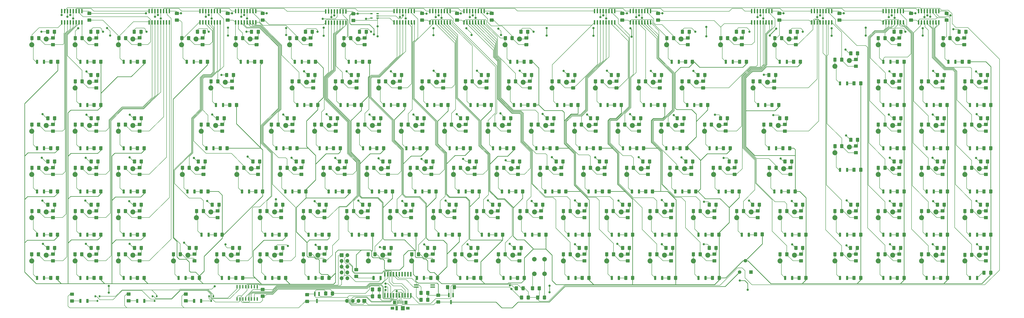
<source format=gbr>
%TF.GenerationSoftware,KiCad,Pcbnew,(5.1.5)-3*%
%TF.CreationDate,2020-04-26T16:35:22-07:00*%
%TF.ProjectId,Keyboard,4b657962-6f61-4726-942e-6b696361645f,rev?*%
%TF.SameCoordinates,Original*%
%TF.FileFunction,Copper,L2,Bot*%
%TF.FilePolarity,Positive*%
%FSLAX46Y46*%
G04 Gerber Fmt 4.6, Leading zero omitted, Abs format (unit mm)*
G04 Created by KiCad (PCBNEW (5.1.5)-3) date 2020-04-26 16:35:22*
%MOMM*%
%LPD*%
G04 APERTURE LIST*
%ADD10R,0.800000X1.900000*%
%ADD11C,0.100000*%
%ADD12O,1.700000X1.700000*%
%ADD13R,1.700000X1.700000*%
%ADD14R,2.100000X0.600000*%
%ADD15R,1.050000X0.600000*%
%ADD16R,0.600000X1.550000*%
%ADD17C,2.200000*%
%ADD18C,2.000000*%
%ADD19C,1.550000*%
%ADD20R,1.550000X1.550000*%
%ADD21R,0.800000X0.900000*%
%ADD22R,1.000000X1.900000*%
%ADD23R,1.800000X1.900000*%
%ADD24R,1.650000X1.300000*%
%ADD25R,1.425000X1.550000*%
%ADD26R,0.450000X1.380000*%
%ADD27C,1.000000*%
%ADD28C,0.152400*%
%ADD29C,0.254000*%
G04 APERTURE END LIST*
D10*
X128778000Y-161266000D03*
X129728000Y-158266000D03*
X127828000Y-158266000D03*
%TA.AperFunction,SMDPad,CuDef*%
D11*
G36*
X127777504Y-153812204D02*
G01*
X127801773Y-153815804D01*
X127825571Y-153821765D01*
X127848671Y-153830030D01*
X127870849Y-153840520D01*
X127891893Y-153853133D01*
X127911598Y-153867747D01*
X127929777Y-153884223D01*
X127946253Y-153902402D01*
X127960867Y-153922107D01*
X127973480Y-153943151D01*
X127983970Y-153965329D01*
X127992235Y-153988429D01*
X127998196Y-154012227D01*
X128001796Y-154036496D01*
X128003000Y-154061000D01*
X128003000Y-155311000D01*
X128001796Y-155335504D01*
X127998196Y-155359773D01*
X127992235Y-155383571D01*
X127983970Y-155406671D01*
X127973480Y-155428849D01*
X127960867Y-155449893D01*
X127946253Y-155469598D01*
X127929777Y-155487777D01*
X127911598Y-155504253D01*
X127891893Y-155518867D01*
X127870849Y-155531480D01*
X127848671Y-155541970D01*
X127825571Y-155550235D01*
X127801773Y-155556196D01*
X127777504Y-155559796D01*
X127753000Y-155561000D01*
X126828000Y-155561000D01*
X126803496Y-155559796D01*
X126779227Y-155556196D01*
X126755429Y-155550235D01*
X126732329Y-155541970D01*
X126710151Y-155531480D01*
X126689107Y-155518867D01*
X126669402Y-155504253D01*
X126651223Y-155487777D01*
X126634747Y-155469598D01*
X126620133Y-155449893D01*
X126607520Y-155428849D01*
X126597030Y-155406671D01*
X126588765Y-155383571D01*
X126582804Y-155359773D01*
X126579204Y-155335504D01*
X126578000Y-155311000D01*
X126578000Y-154061000D01*
X126579204Y-154036496D01*
X126582804Y-154012227D01*
X126588765Y-153988429D01*
X126597030Y-153965329D01*
X126607520Y-153943151D01*
X126620133Y-153922107D01*
X126634747Y-153902402D01*
X126651223Y-153884223D01*
X126669402Y-153867747D01*
X126689107Y-153853133D01*
X126710151Y-153840520D01*
X126732329Y-153830030D01*
X126755429Y-153821765D01*
X126779227Y-153815804D01*
X126803496Y-153812204D01*
X126828000Y-153811000D01*
X127753000Y-153811000D01*
X127777504Y-153812204D01*
G37*
%TD.AperFunction*%
%TA.AperFunction,SMDPad,CuDef*%
G36*
X130752504Y-153812204D02*
G01*
X130776773Y-153815804D01*
X130800571Y-153821765D01*
X130823671Y-153830030D01*
X130845849Y-153840520D01*
X130866893Y-153853133D01*
X130886598Y-153867747D01*
X130904777Y-153884223D01*
X130921253Y-153902402D01*
X130935867Y-153922107D01*
X130948480Y-153943151D01*
X130958970Y-153965329D01*
X130967235Y-153988429D01*
X130973196Y-154012227D01*
X130976796Y-154036496D01*
X130978000Y-154061000D01*
X130978000Y-155311000D01*
X130976796Y-155335504D01*
X130973196Y-155359773D01*
X130967235Y-155383571D01*
X130958970Y-155406671D01*
X130948480Y-155428849D01*
X130935867Y-155449893D01*
X130921253Y-155469598D01*
X130904777Y-155487777D01*
X130886598Y-155504253D01*
X130866893Y-155518867D01*
X130845849Y-155531480D01*
X130823671Y-155541970D01*
X130800571Y-155550235D01*
X130776773Y-155556196D01*
X130752504Y-155559796D01*
X130728000Y-155561000D01*
X129803000Y-155561000D01*
X129778496Y-155559796D01*
X129754227Y-155556196D01*
X129730429Y-155550235D01*
X129707329Y-155541970D01*
X129685151Y-155531480D01*
X129664107Y-155518867D01*
X129644402Y-155504253D01*
X129626223Y-155487777D01*
X129609747Y-155469598D01*
X129595133Y-155449893D01*
X129582520Y-155428849D01*
X129572030Y-155406671D01*
X129563765Y-155383571D01*
X129557804Y-155359773D01*
X129554204Y-155335504D01*
X129553000Y-155311000D01*
X129553000Y-154061000D01*
X129554204Y-154036496D01*
X129557804Y-154012227D01*
X129563765Y-153988429D01*
X129572030Y-153965329D01*
X129582520Y-153943151D01*
X129595133Y-153922107D01*
X129609747Y-153902402D01*
X129626223Y-153884223D01*
X129644402Y-153867747D01*
X129664107Y-153853133D01*
X129685151Y-153840520D01*
X129707329Y-153830030D01*
X129730429Y-153821765D01*
X129754227Y-153815804D01*
X129778496Y-153812204D01*
X129803000Y-153811000D01*
X130728000Y-153811000D01*
X130752504Y-153812204D01*
G37*
%TD.AperFunction*%
%TA.AperFunction,SMDPad,CuDef*%
G36*
X123839504Y-157567204D02*
G01*
X123863773Y-157570804D01*
X123887571Y-157576765D01*
X123910671Y-157585030D01*
X123932849Y-157595520D01*
X123953893Y-157608133D01*
X123973598Y-157622747D01*
X123991777Y-157639223D01*
X124008253Y-157657402D01*
X124022867Y-157677107D01*
X124035480Y-157698151D01*
X124045970Y-157720329D01*
X124054235Y-157743429D01*
X124060196Y-157767227D01*
X124063796Y-157791496D01*
X124065000Y-157816000D01*
X124065000Y-158741000D01*
X124063796Y-158765504D01*
X124060196Y-158789773D01*
X124054235Y-158813571D01*
X124045970Y-158836671D01*
X124035480Y-158858849D01*
X124022867Y-158879893D01*
X124008253Y-158899598D01*
X123991777Y-158917777D01*
X123973598Y-158934253D01*
X123953893Y-158948867D01*
X123932849Y-158961480D01*
X123910671Y-158971970D01*
X123887571Y-158980235D01*
X123863773Y-158986196D01*
X123839504Y-158989796D01*
X123815000Y-158991000D01*
X122565000Y-158991000D01*
X122540496Y-158989796D01*
X122516227Y-158986196D01*
X122492429Y-158980235D01*
X122469329Y-158971970D01*
X122447151Y-158961480D01*
X122426107Y-158948867D01*
X122406402Y-158934253D01*
X122388223Y-158917777D01*
X122371747Y-158899598D01*
X122357133Y-158879893D01*
X122344520Y-158858849D01*
X122334030Y-158836671D01*
X122325765Y-158813571D01*
X122319804Y-158789773D01*
X122316204Y-158765504D01*
X122315000Y-158741000D01*
X122315000Y-157816000D01*
X122316204Y-157791496D01*
X122319804Y-157767227D01*
X122325765Y-157743429D01*
X122334030Y-157720329D01*
X122344520Y-157698151D01*
X122357133Y-157677107D01*
X122371747Y-157657402D01*
X122388223Y-157639223D01*
X122406402Y-157622747D01*
X122426107Y-157608133D01*
X122447151Y-157595520D01*
X122469329Y-157585030D01*
X122492429Y-157576765D01*
X122516227Y-157570804D01*
X122540496Y-157567204D01*
X122565000Y-157566000D01*
X123815000Y-157566000D01*
X123839504Y-157567204D01*
G37*
%TD.AperFunction*%
%TA.AperFunction,SMDPad,CuDef*%
G36*
X123839504Y-160542204D02*
G01*
X123863773Y-160545804D01*
X123887571Y-160551765D01*
X123910671Y-160560030D01*
X123932849Y-160570520D01*
X123953893Y-160583133D01*
X123973598Y-160597747D01*
X123991777Y-160614223D01*
X124008253Y-160632402D01*
X124022867Y-160652107D01*
X124035480Y-160673151D01*
X124045970Y-160695329D01*
X124054235Y-160718429D01*
X124060196Y-160742227D01*
X124063796Y-160766496D01*
X124065000Y-160791000D01*
X124065000Y-161716000D01*
X124063796Y-161740504D01*
X124060196Y-161764773D01*
X124054235Y-161788571D01*
X124045970Y-161811671D01*
X124035480Y-161833849D01*
X124022867Y-161854893D01*
X124008253Y-161874598D01*
X123991777Y-161892777D01*
X123973598Y-161909253D01*
X123953893Y-161923867D01*
X123932849Y-161936480D01*
X123910671Y-161946970D01*
X123887571Y-161955235D01*
X123863773Y-161961196D01*
X123839504Y-161964796D01*
X123815000Y-161966000D01*
X122565000Y-161966000D01*
X122540496Y-161964796D01*
X122516227Y-161961196D01*
X122492429Y-161955235D01*
X122469329Y-161946970D01*
X122447151Y-161936480D01*
X122426107Y-161923867D01*
X122406402Y-161909253D01*
X122388223Y-161892777D01*
X122371747Y-161874598D01*
X122357133Y-161854893D01*
X122344520Y-161833849D01*
X122334030Y-161811671D01*
X122325765Y-161788571D01*
X122319804Y-161764773D01*
X122316204Y-161740504D01*
X122315000Y-161716000D01*
X122315000Y-160791000D01*
X122316204Y-160766496D01*
X122319804Y-160742227D01*
X122325765Y-160718429D01*
X122334030Y-160695329D01*
X122344520Y-160673151D01*
X122357133Y-160652107D01*
X122371747Y-160632402D01*
X122388223Y-160614223D01*
X122406402Y-160597747D01*
X122426107Y-160583133D01*
X122447151Y-160570520D01*
X122469329Y-160560030D01*
X122492429Y-160551765D01*
X122516227Y-160545804D01*
X122540496Y-160542204D01*
X122565000Y-160541000D01*
X123815000Y-160541000D01*
X123839504Y-160542204D01*
G37*
%TD.AperFunction*%
D12*
X83058000Y-160782000D03*
X85598000Y-160782000D03*
X88138000Y-160782000D03*
D13*
X90678000Y-160782000D03*
%TA.AperFunction,SMDPad,CuDef*%
D11*
G36*
X-33876376Y-159879415D02*
G01*
X-33857932Y-159882151D01*
X-33839845Y-159886681D01*
X-33822289Y-159892963D01*
X-33805434Y-159900935D01*
X-33789441Y-159910521D01*
X-33774464Y-159921628D01*
X-33760649Y-159934150D01*
X-33748127Y-159947965D01*
X-33737020Y-159962942D01*
X-33727434Y-159978935D01*
X-33719462Y-159995790D01*
X-33713180Y-160013346D01*
X-33708650Y-160031433D01*
X-33705914Y-160049877D01*
X-33704999Y-160068500D01*
X-33704999Y-161438500D01*
X-33705914Y-161457123D01*
X-33708650Y-161475567D01*
X-33713180Y-161493654D01*
X-33719462Y-161511210D01*
X-33727434Y-161528065D01*
X-33737020Y-161544058D01*
X-33748127Y-161559035D01*
X-33760649Y-161572850D01*
X-33774464Y-161585372D01*
X-33789441Y-161596479D01*
X-33805434Y-161606065D01*
X-33822289Y-161614037D01*
X-33839845Y-161620319D01*
X-33857932Y-161624849D01*
X-33876376Y-161627585D01*
X-33894999Y-161628500D01*
X-34464999Y-161628500D01*
X-34483622Y-161627585D01*
X-34502066Y-161624849D01*
X-34520153Y-161620319D01*
X-34537709Y-161614037D01*
X-34554564Y-161606065D01*
X-34570557Y-161596479D01*
X-34585534Y-161585372D01*
X-34599349Y-161572850D01*
X-34611871Y-161559035D01*
X-34622978Y-161544058D01*
X-34632564Y-161528065D01*
X-34640536Y-161511210D01*
X-34646818Y-161493654D01*
X-34651348Y-161475567D01*
X-34654084Y-161457123D01*
X-34654999Y-161438500D01*
X-34654999Y-160068500D01*
X-34654084Y-160049877D01*
X-34651348Y-160031433D01*
X-34646818Y-160013346D01*
X-34640536Y-159995790D01*
X-34632564Y-159978935D01*
X-34622978Y-159962942D01*
X-34611871Y-159947965D01*
X-34599349Y-159934150D01*
X-34585534Y-159921628D01*
X-34570557Y-159910521D01*
X-34554564Y-159900935D01*
X-34537709Y-159892963D01*
X-34520153Y-159886681D01*
X-34502066Y-159882151D01*
X-34483622Y-159879415D01*
X-34464999Y-159878500D01*
X-33894999Y-159878500D01*
X-33876376Y-159879415D01*
G37*
%TD.AperFunction*%
%TA.AperFunction,SMDPad,CuDef*%
G36*
X-30776376Y-159879415D02*
G01*
X-30757932Y-159882151D01*
X-30739845Y-159886681D01*
X-30722289Y-159892963D01*
X-30705434Y-159900935D01*
X-30689441Y-159910521D01*
X-30674464Y-159921628D01*
X-30660649Y-159934150D01*
X-30648127Y-159947965D01*
X-30637020Y-159962942D01*
X-30627434Y-159978935D01*
X-30619462Y-159995790D01*
X-30613180Y-160013346D01*
X-30608650Y-160031433D01*
X-30605914Y-160049877D01*
X-30604999Y-160068500D01*
X-30604999Y-161438500D01*
X-30605914Y-161457123D01*
X-30608650Y-161475567D01*
X-30613180Y-161493654D01*
X-30619462Y-161511210D01*
X-30627434Y-161528065D01*
X-30637020Y-161544058D01*
X-30648127Y-161559035D01*
X-30660649Y-161572850D01*
X-30674464Y-161585372D01*
X-30689441Y-161596479D01*
X-30705434Y-161606065D01*
X-30722289Y-161614037D01*
X-30739845Y-161620319D01*
X-30757932Y-161624849D01*
X-30776376Y-161627585D01*
X-30794999Y-161628500D01*
X-31364999Y-161628500D01*
X-31383622Y-161627585D01*
X-31402066Y-161624849D01*
X-31420153Y-161620319D01*
X-31437709Y-161614037D01*
X-31454564Y-161606065D01*
X-31470557Y-161596479D01*
X-31485534Y-161585372D01*
X-31499349Y-161572850D01*
X-31511871Y-161559035D01*
X-31522978Y-161544058D01*
X-31532564Y-161528065D01*
X-31540536Y-161511210D01*
X-31546818Y-161493654D01*
X-31551348Y-161475567D01*
X-31554084Y-161457123D01*
X-31554999Y-161438500D01*
X-31554999Y-160068500D01*
X-31554084Y-160049877D01*
X-31551348Y-160031433D01*
X-31546818Y-160013346D01*
X-31540536Y-159995790D01*
X-31532564Y-159978935D01*
X-31522978Y-159962942D01*
X-31511871Y-159947965D01*
X-31499349Y-159934150D01*
X-31485534Y-159921628D01*
X-31470557Y-159910521D01*
X-31454564Y-159900935D01*
X-31437709Y-159892963D01*
X-31420153Y-159886681D01*
X-31402066Y-159882151D01*
X-31383622Y-159879415D01*
X-31364999Y-159878500D01*
X-30794999Y-159878500D01*
X-30776376Y-159879415D01*
G37*
%TD.AperFunction*%
%TA.AperFunction,SMDPad,CuDef*%
G36*
X-8876376Y-159879415D02*
G01*
X-8857932Y-159882151D01*
X-8839845Y-159886681D01*
X-8822289Y-159892963D01*
X-8805434Y-159900935D01*
X-8789441Y-159910521D01*
X-8774464Y-159921628D01*
X-8760649Y-159934150D01*
X-8748127Y-159947965D01*
X-8737020Y-159962942D01*
X-8727434Y-159978935D01*
X-8719462Y-159995790D01*
X-8713180Y-160013346D01*
X-8708650Y-160031433D01*
X-8705914Y-160049877D01*
X-8704999Y-160068500D01*
X-8704999Y-161438500D01*
X-8705914Y-161457123D01*
X-8708650Y-161475567D01*
X-8713180Y-161493654D01*
X-8719462Y-161511210D01*
X-8727434Y-161528065D01*
X-8737020Y-161544058D01*
X-8748127Y-161559035D01*
X-8760649Y-161572850D01*
X-8774464Y-161585372D01*
X-8789441Y-161596479D01*
X-8805434Y-161606065D01*
X-8822289Y-161614037D01*
X-8839845Y-161620319D01*
X-8857932Y-161624849D01*
X-8876376Y-161627585D01*
X-8894999Y-161628500D01*
X-9464999Y-161628500D01*
X-9483622Y-161627585D01*
X-9502066Y-161624849D01*
X-9520153Y-161620319D01*
X-9537709Y-161614037D01*
X-9554564Y-161606065D01*
X-9570557Y-161596479D01*
X-9585534Y-161585372D01*
X-9599349Y-161572850D01*
X-9611871Y-161559035D01*
X-9622978Y-161544058D01*
X-9632564Y-161528065D01*
X-9640536Y-161511210D01*
X-9646818Y-161493654D01*
X-9651348Y-161475567D01*
X-9654084Y-161457123D01*
X-9654999Y-161438500D01*
X-9654999Y-160068500D01*
X-9654084Y-160049877D01*
X-9651348Y-160031433D01*
X-9646818Y-160013346D01*
X-9640536Y-159995790D01*
X-9632564Y-159978935D01*
X-9622978Y-159962942D01*
X-9611871Y-159947965D01*
X-9599349Y-159934150D01*
X-9585534Y-159921628D01*
X-9570557Y-159910521D01*
X-9554564Y-159900935D01*
X-9537709Y-159892963D01*
X-9520153Y-159886681D01*
X-9502066Y-159882151D01*
X-9483622Y-159879415D01*
X-9464999Y-159878500D01*
X-8894999Y-159878500D01*
X-8876376Y-159879415D01*
G37*
%TD.AperFunction*%
%TA.AperFunction,SMDPad,CuDef*%
G36*
X-5776376Y-159879415D02*
G01*
X-5757932Y-159882151D01*
X-5739845Y-159886681D01*
X-5722289Y-159892963D01*
X-5705434Y-159900935D01*
X-5689441Y-159910521D01*
X-5674464Y-159921628D01*
X-5660649Y-159934150D01*
X-5648127Y-159947965D01*
X-5637020Y-159962942D01*
X-5627434Y-159978935D01*
X-5619462Y-159995790D01*
X-5613180Y-160013346D01*
X-5608650Y-160031433D01*
X-5605914Y-160049877D01*
X-5604999Y-160068500D01*
X-5604999Y-161438500D01*
X-5605914Y-161457123D01*
X-5608650Y-161475567D01*
X-5613180Y-161493654D01*
X-5619462Y-161511210D01*
X-5627434Y-161528065D01*
X-5637020Y-161544058D01*
X-5648127Y-161559035D01*
X-5660649Y-161572850D01*
X-5674464Y-161585372D01*
X-5689441Y-161596479D01*
X-5705434Y-161606065D01*
X-5722289Y-161614037D01*
X-5739845Y-161620319D01*
X-5757932Y-161624849D01*
X-5776376Y-161627585D01*
X-5794999Y-161628500D01*
X-6364999Y-161628500D01*
X-6383622Y-161627585D01*
X-6402066Y-161624849D01*
X-6420153Y-161620319D01*
X-6437709Y-161614037D01*
X-6454564Y-161606065D01*
X-6470557Y-161596479D01*
X-6485534Y-161585372D01*
X-6499349Y-161572850D01*
X-6511871Y-161559035D01*
X-6522978Y-161544058D01*
X-6532564Y-161528065D01*
X-6540536Y-161511210D01*
X-6546818Y-161493654D01*
X-6551348Y-161475567D01*
X-6554084Y-161457123D01*
X-6554999Y-161438500D01*
X-6554999Y-160068500D01*
X-6554084Y-160049877D01*
X-6551348Y-160031433D01*
X-6546818Y-160013346D01*
X-6540536Y-159995790D01*
X-6532564Y-159978935D01*
X-6522978Y-159962942D01*
X-6511871Y-159947965D01*
X-6499349Y-159934150D01*
X-6485534Y-159921628D01*
X-6470557Y-159910521D01*
X-6454564Y-159900935D01*
X-6437709Y-159892963D01*
X-6420153Y-159886681D01*
X-6402066Y-159882151D01*
X-6383622Y-159879415D01*
X-6364999Y-159878500D01*
X-5794999Y-159878500D01*
X-5776376Y-159879415D01*
G37*
%TD.AperFunction*%
%TA.AperFunction,SMDPad,CuDef*%
G36*
X16123623Y-159879415D02*
G01*
X16142067Y-159882151D01*
X16160154Y-159886681D01*
X16177710Y-159892963D01*
X16194565Y-159900935D01*
X16210558Y-159910521D01*
X16225535Y-159921628D01*
X16239350Y-159934150D01*
X16251872Y-159947965D01*
X16262979Y-159962942D01*
X16272565Y-159978935D01*
X16280537Y-159995790D01*
X16286819Y-160013346D01*
X16291349Y-160031433D01*
X16294085Y-160049877D01*
X16295000Y-160068500D01*
X16295000Y-161438500D01*
X16294085Y-161457123D01*
X16291349Y-161475567D01*
X16286819Y-161493654D01*
X16280537Y-161511210D01*
X16272565Y-161528065D01*
X16262979Y-161544058D01*
X16251872Y-161559035D01*
X16239350Y-161572850D01*
X16225535Y-161585372D01*
X16210558Y-161596479D01*
X16194565Y-161606065D01*
X16177710Y-161614037D01*
X16160154Y-161620319D01*
X16142067Y-161624849D01*
X16123623Y-161627585D01*
X16105000Y-161628500D01*
X15535000Y-161628500D01*
X15516377Y-161627585D01*
X15497933Y-161624849D01*
X15479846Y-161620319D01*
X15462290Y-161614037D01*
X15445435Y-161606065D01*
X15429442Y-161596479D01*
X15414465Y-161585372D01*
X15400650Y-161572850D01*
X15388128Y-161559035D01*
X15377021Y-161544058D01*
X15367435Y-161528065D01*
X15359463Y-161511210D01*
X15353181Y-161493654D01*
X15348651Y-161475567D01*
X15345915Y-161457123D01*
X15345000Y-161438500D01*
X15345000Y-160068500D01*
X15345915Y-160049877D01*
X15348651Y-160031433D01*
X15353181Y-160013346D01*
X15359463Y-159995790D01*
X15367435Y-159978935D01*
X15377021Y-159962942D01*
X15388128Y-159947965D01*
X15400650Y-159934150D01*
X15414465Y-159921628D01*
X15429442Y-159910521D01*
X15445435Y-159900935D01*
X15462290Y-159892963D01*
X15479846Y-159886681D01*
X15497933Y-159882151D01*
X15516377Y-159879415D01*
X15535000Y-159878500D01*
X16105000Y-159878500D01*
X16123623Y-159879415D01*
G37*
%TD.AperFunction*%
%TA.AperFunction,SMDPad,CuDef*%
G36*
X19223623Y-159879415D02*
G01*
X19242067Y-159882151D01*
X19260154Y-159886681D01*
X19277710Y-159892963D01*
X19294565Y-159900935D01*
X19310558Y-159910521D01*
X19325535Y-159921628D01*
X19339350Y-159934150D01*
X19351872Y-159947965D01*
X19362979Y-159962942D01*
X19372565Y-159978935D01*
X19380537Y-159995790D01*
X19386819Y-160013346D01*
X19391349Y-160031433D01*
X19394085Y-160049877D01*
X19395000Y-160068500D01*
X19395000Y-161438500D01*
X19394085Y-161457123D01*
X19391349Y-161475567D01*
X19386819Y-161493654D01*
X19380537Y-161511210D01*
X19372565Y-161528065D01*
X19362979Y-161544058D01*
X19351872Y-161559035D01*
X19339350Y-161572850D01*
X19325535Y-161585372D01*
X19310558Y-161596479D01*
X19294565Y-161606065D01*
X19277710Y-161614037D01*
X19260154Y-161620319D01*
X19242067Y-161624849D01*
X19223623Y-161627585D01*
X19205000Y-161628500D01*
X18635000Y-161628500D01*
X18616377Y-161627585D01*
X18597933Y-161624849D01*
X18579846Y-161620319D01*
X18562290Y-161614037D01*
X18545435Y-161606065D01*
X18529442Y-161596479D01*
X18514465Y-161585372D01*
X18500650Y-161572850D01*
X18488128Y-161559035D01*
X18477021Y-161544058D01*
X18467435Y-161528065D01*
X18459463Y-161511210D01*
X18453181Y-161493654D01*
X18448651Y-161475567D01*
X18445915Y-161457123D01*
X18445000Y-161438500D01*
X18445000Y-160068500D01*
X18445915Y-160049877D01*
X18448651Y-160031433D01*
X18453181Y-160013346D01*
X18459463Y-159995790D01*
X18467435Y-159978935D01*
X18477021Y-159962942D01*
X18488128Y-159947965D01*
X18500650Y-159934150D01*
X18514465Y-159921628D01*
X18529442Y-159910521D01*
X18545435Y-159900935D01*
X18562290Y-159892963D01*
X18579846Y-159886681D01*
X18597933Y-159882151D01*
X18616377Y-159879415D01*
X18635000Y-159878500D01*
X19205000Y-159878500D01*
X19223623Y-159879415D01*
G37*
%TD.AperFunction*%
D14*
X113494000Y-154628000D03*
X120694000Y-154628000D03*
X120694000Y-153728000D03*
X113494000Y-153728000D03*
%TA.AperFunction,SMDPad,CuDef*%
D11*
G36*
X-33363297Y-32110722D02*
G01*
X-33348736Y-32112882D01*
X-33334457Y-32116459D01*
X-33320597Y-32121418D01*
X-33307290Y-32127712D01*
X-33294664Y-32135280D01*
X-33282841Y-32144048D01*
X-33271934Y-32153934D01*
X-33262048Y-32164841D01*
X-33253280Y-32176664D01*
X-33245712Y-32189290D01*
X-33239418Y-32202597D01*
X-33234459Y-32216457D01*
X-33230882Y-32230736D01*
X-33228722Y-32245297D01*
X-33228000Y-32260000D01*
X-33228000Y-33910000D01*
X-33228722Y-33924703D01*
X-33230882Y-33939264D01*
X-33234459Y-33953543D01*
X-33239418Y-33967403D01*
X-33245712Y-33980710D01*
X-33253280Y-33993336D01*
X-33262048Y-34005159D01*
X-33271934Y-34016066D01*
X-33282841Y-34025952D01*
X-33294664Y-34034720D01*
X-33307290Y-34042288D01*
X-33320597Y-34048582D01*
X-33334457Y-34053541D01*
X-33348736Y-34057118D01*
X-33363297Y-34059278D01*
X-33378000Y-34060000D01*
X-33678000Y-34060000D01*
X-33692703Y-34059278D01*
X-33707264Y-34057118D01*
X-33721543Y-34053541D01*
X-33735403Y-34048582D01*
X-33748710Y-34042288D01*
X-33761336Y-34034720D01*
X-33773159Y-34025952D01*
X-33784066Y-34016066D01*
X-33793952Y-34005159D01*
X-33802720Y-33993336D01*
X-33810288Y-33980710D01*
X-33816582Y-33967403D01*
X-33821541Y-33953543D01*
X-33825118Y-33939264D01*
X-33827278Y-33924703D01*
X-33828000Y-33910000D01*
X-33828000Y-32260000D01*
X-33827278Y-32245297D01*
X-33825118Y-32230736D01*
X-33821541Y-32216457D01*
X-33816582Y-32202597D01*
X-33810288Y-32189290D01*
X-33802720Y-32176664D01*
X-33793952Y-32164841D01*
X-33784066Y-32153934D01*
X-33773159Y-32144048D01*
X-33761336Y-32135280D01*
X-33748710Y-32127712D01*
X-33735403Y-32121418D01*
X-33721543Y-32116459D01*
X-33707264Y-32112882D01*
X-33692703Y-32110722D01*
X-33678000Y-32110000D01*
X-33378000Y-32110000D01*
X-33363297Y-32110722D01*
G37*
%TD.AperFunction*%
%TA.AperFunction,SMDPad,CuDef*%
G36*
X-34633297Y-32110722D02*
G01*
X-34618736Y-32112882D01*
X-34604457Y-32116459D01*
X-34590597Y-32121418D01*
X-34577290Y-32127712D01*
X-34564664Y-32135280D01*
X-34552841Y-32144048D01*
X-34541934Y-32153934D01*
X-34532048Y-32164841D01*
X-34523280Y-32176664D01*
X-34515712Y-32189290D01*
X-34509418Y-32202597D01*
X-34504459Y-32216457D01*
X-34500882Y-32230736D01*
X-34498722Y-32245297D01*
X-34498000Y-32260000D01*
X-34498000Y-33910000D01*
X-34498722Y-33924703D01*
X-34500882Y-33939264D01*
X-34504459Y-33953543D01*
X-34509418Y-33967403D01*
X-34515712Y-33980710D01*
X-34523280Y-33993336D01*
X-34532048Y-34005159D01*
X-34541934Y-34016066D01*
X-34552841Y-34025952D01*
X-34564664Y-34034720D01*
X-34577290Y-34042288D01*
X-34590597Y-34048582D01*
X-34604457Y-34053541D01*
X-34618736Y-34057118D01*
X-34633297Y-34059278D01*
X-34648000Y-34060000D01*
X-34948000Y-34060000D01*
X-34962703Y-34059278D01*
X-34977264Y-34057118D01*
X-34991543Y-34053541D01*
X-35005403Y-34048582D01*
X-35018710Y-34042288D01*
X-35031336Y-34034720D01*
X-35043159Y-34025952D01*
X-35054066Y-34016066D01*
X-35063952Y-34005159D01*
X-35072720Y-33993336D01*
X-35080288Y-33980710D01*
X-35086582Y-33967403D01*
X-35091541Y-33953543D01*
X-35095118Y-33939264D01*
X-35097278Y-33924703D01*
X-35098000Y-33910000D01*
X-35098000Y-32260000D01*
X-35097278Y-32245297D01*
X-35095118Y-32230736D01*
X-35091541Y-32216457D01*
X-35086582Y-32202597D01*
X-35080288Y-32189290D01*
X-35072720Y-32176664D01*
X-35063952Y-32164841D01*
X-35054066Y-32153934D01*
X-35043159Y-32144048D01*
X-35031336Y-32135280D01*
X-35018710Y-32127712D01*
X-35005403Y-32121418D01*
X-34991543Y-32116459D01*
X-34977264Y-32112882D01*
X-34962703Y-32110722D01*
X-34948000Y-32110000D01*
X-34648000Y-32110000D01*
X-34633297Y-32110722D01*
G37*
%TD.AperFunction*%
%TA.AperFunction,SMDPad,CuDef*%
G36*
X-35903297Y-32110722D02*
G01*
X-35888736Y-32112882D01*
X-35874457Y-32116459D01*
X-35860597Y-32121418D01*
X-35847290Y-32127712D01*
X-35834664Y-32135280D01*
X-35822841Y-32144048D01*
X-35811934Y-32153934D01*
X-35802048Y-32164841D01*
X-35793280Y-32176664D01*
X-35785712Y-32189290D01*
X-35779418Y-32202597D01*
X-35774459Y-32216457D01*
X-35770882Y-32230736D01*
X-35768722Y-32245297D01*
X-35768000Y-32260000D01*
X-35768000Y-33910000D01*
X-35768722Y-33924703D01*
X-35770882Y-33939264D01*
X-35774459Y-33953543D01*
X-35779418Y-33967403D01*
X-35785712Y-33980710D01*
X-35793280Y-33993336D01*
X-35802048Y-34005159D01*
X-35811934Y-34016066D01*
X-35822841Y-34025952D01*
X-35834664Y-34034720D01*
X-35847290Y-34042288D01*
X-35860597Y-34048582D01*
X-35874457Y-34053541D01*
X-35888736Y-34057118D01*
X-35903297Y-34059278D01*
X-35918000Y-34060000D01*
X-36218000Y-34060000D01*
X-36232703Y-34059278D01*
X-36247264Y-34057118D01*
X-36261543Y-34053541D01*
X-36275403Y-34048582D01*
X-36288710Y-34042288D01*
X-36301336Y-34034720D01*
X-36313159Y-34025952D01*
X-36324066Y-34016066D01*
X-36333952Y-34005159D01*
X-36342720Y-33993336D01*
X-36350288Y-33980710D01*
X-36356582Y-33967403D01*
X-36361541Y-33953543D01*
X-36365118Y-33939264D01*
X-36367278Y-33924703D01*
X-36368000Y-33910000D01*
X-36368000Y-32260000D01*
X-36367278Y-32245297D01*
X-36365118Y-32230736D01*
X-36361541Y-32216457D01*
X-36356582Y-32202597D01*
X-36350288Y-32189290D01*
X-36342720Y-32176664D01*
X-36333952Y-32164841D01*
X-36324066Y-32153934D01*
X-36313159Y-32144048D01*
X-36301336Y-32135280D01*
X-36288710Y-32127712D01*
X-36275403Y-32121418D01*
X-36261543Y-32116459D01*
X-36247264Y-32112882D01*
X-36232703Y-32110722D01*
X-36218000Y-32110000D01*
X-35918000Y-32110000D01*
X-35903297Y-32110722D01*
G37*
%TD.AperFunction*%
%TA.AperFunction,SMDPad,CuDef*%
G36*
X-37173297Y-32110722D02*
G01*
X-37158736Y-32112882D01*
X-37144457Y-32116459D01*
X-37130597Y-32121418D01*
X-37117290Y-32127712D01*
X-37104664Y-32135280D01*
X-37092841Y-32144048D01*
X-37081934Y-32153934D01*
X-37072048Y-32164841D01*
X-37063280Y-32176664D01*
X-37055712Y-32189290D01*
X-37049418Y-32202597D01*
X-37044459Y-32216457D01*
X-37040882Y-32230736D01*
X-37038722Y-32245297D01*
X-37038000Y-32260000D01*
X-37038000Y-33910000D01*
X-37038722Y-33924703D01*
X-37040882Y-33939264D01*
X-37044459Y-33953543D01*
X-37049418Y-33967403D01*
X-37055712Y-33980710D01*
X-37063280Y-33993336D01*
X-37072048Y-34005159D01*
X-37081934Y-34016066D01*
X-37092841Y-34025952D01*
X-37104664Y-34034720D01*
X-37117290Y-34042288D01*
X-37130597Y-34048582D01*
X-37144457Y-34053541D01*
X-37158736Y-34057118D01*
X-37173297Y-34059278D01*
X-37188000Y-34060000D01*
X-37488000Y-34060000D01*
X-37502703Y-34059278D01*
X-37517264Y-34057118D01*
X-37531543Y-34053541D01*
X-37545403Y-34048582D01*
X-37558710Y-34042288D01*
X-37571336Y-34034720D01*
X-37583159Y-34025952D01*
X-37594066Y-34016066D01*
X-37603952Y-34005159D01*
X-37612720Y-33993336D01*
X-37620288Y-33980710D01*
X-37626582Y-33967403D01*
X-37631541Y-33953543D01*
X-37635118Y-33939264D01*
X-37637278Y-33924703D01*
X-37638000Y-33910000D01*
X-37638000Y-32260000D01*
X-37637278Y-32245297D01*
X-37635118Y-32230736D01*
X-37631541Y-32216457D01*
X-37626582Y-32202597D01*
X-37620288Y-32189290D01*
X-37612720Y-32176664D01*
X-37603952Y-32164841D01*
X-37594066Y-32153934D01*
X-37583159Y-32144048D01*
X-37571336Y-32135280D01*
X-37558710Y-32127712D01*
X-37545403Y-32121418D01*
X-37531543Y-32116459D01*
X-37517264Y-32112882D01*
X-37502703Y-32110722D01*
X-37488000Y-32110000D01*
X-37188000Y-32110000D01*
X-37173297Y-32110722D01*
G37*
%TD.AperFunction*%
%TA.AperFunction,SMDPad,CuDef*%
G36*
X-38443297Y-32110722D02*
G01*
X-38428736Y-32112882D01*
X-38414457Y-32116459D01*
X-38400597Y-32121418D01*
X-38387290Y-32127712D01*
X-38374664Y-32135280D01*
X-38362841Y-32144048D01*
X-38351934Y-32153934D01*
X-38342048Y-32164841D01*
X-38333280Y-32176664D01*
X-38325712Y-32189290D01*
X-38319418Y-32202597D01*
X-38314459Y-32216457D01*
X-38310882Y-32230736D01*
X-38308722Y-32245297D01*
X-38308000Y-32260000D01*
X-38308000Y-33910000D01*
X-38308722Y-33924703D01*
X-38310882Y-33939264D01*
X-38314459Y-33953543D01*
X-38319418Y-33967403D01*
X-38325712Y-33980710D01*
X-38333280Y-33993336D01*
X-38342048Y-34005159D01*
X-38351934Y-34016066D01*
X-38362841Y-34025952D01*
X-38374664Y-34034720D01*
X-38387290Y-34042288D01*
X-38400597Y-34048582D01*
X-38414457Y-34053541D01*
X-38428736Y-34057118D01*
X-38443297Y-34059278D01*
X-38458000Y-34060000D01*
X-38758000Y-34060000D01*
X-38772703Y-34059278D01*
X-38787264Y-34057118D01*
X-38801543Y-34053541D01*
X-38815403Y-34048582D01*
X-38828710Y-34042288D01*
X-38841336Y-34034720D01*
X-38853159Y-34025952D01*
X-38864066Y-34016066D01*
X-38873952Y-34005159D01*
X-38882720Y-33993336D01*
X-38890288Y-33980710D01*
X-38896582Y-33967403D01*
X-38901541Y-33953543D01*
X-38905118Y-33939264D01*
X-38907278Y-33924703D01*
X-38908000Y-33910000D01*
X-38908000Y-32260000D01*
X-38907278Y-32245297D01*
X-38905118Y-32230736D01*
X-38901541Y-32216457D01*
X-38896582Y-32202597D01*
X-38890288Y-32189290D01*
X-38882720Y-32176664D01*
X-38873952Y-32164841D01*
X-38864066Y-32153934D01*
X-38853159Y-32144048D01*
X-38841336Y-32135280D01*
X-38828710Y-32127712D01*
X-38815403Y-32121418D01*
X-38801543Y-32116459D01*
X-38787264Y-32112882D01*
X-38772703Y-32110722D01*
X-38758000Y-32110000D01*
X-38458000Y-32110000D01*
X-38443297Y-32110722D01*
G37*
%TD.AperFunction*%
%TA.AperFunction,SMDPad,CuDef*%
G36*
X-39713297Y-32110722D02*
G01*
X-39698736Y-32112882D01*
X-39684457Y-32116459D01*
X-39670597Y-32121418D01*
X-39657290Y-32127712D01*
X-39644664Y-32135280D01*
X-39632841Y-32144048D01*
X-39621934Y-32153934D01*
X-39612048Y-32164841D01*
X-39603280Y-32176664D01*
X-39595712Y-32189290D01*
X-39589418Y-32202597D01*
X-39584459Y-32216457D01*
X-39580882Y-32230736D01*
X-39578722Y-32245297D01*
X-39578000Y-32260000D01*
X-39578000Y-33910000D01*
X-39578722Y-33924703D01*
X-39580882Y-33939264D01*
X-39584459Y-33953543D01*
X-39589418Y-33967403D01*
X-39595712Y-33980710D01*
X-39603280Y-33993336D01*
X-39612048Y-34005159D01*
X-39621934Y-34016066D01*
X-39632841Y-34025952D01*
X-39644664Y-34034720D01*
X-39657290Y-34042288D01*
X-39670597Y-34048582D01*
X-39684457Y-34053541D01*
X-39698736Y-34057118D01*
X-39713297Y-34059278D01*
X-39728000Y-34060000D01*
X-40028000Y-34060000D01*
X-40042703Y-34059278D01*
X-40057264Y-34057118D01*
X-40071543Y-34053541D01*
X-40085403Y-34048582D01*
X-40098710Y-34042288D01*
X-40111336Y-34034720D01*
X-40123159Y-34025952D01*
X-40134066Y-34016066D01*
X-40143952Y-34005159D01*
X-40152720Y-33993336D01*
X-40160288Y-33980710D01*
X-40166582Y-33967403D01*
X-40171541Y-33953543D01*
X-40175118Y-33939264D01*
X-40177278Y-33924703D01*
X-40178000Y-33910000D01*
X-40178000Y-32260000D01*
X-40177278Y-32245297D01*
X-40175118Y-32230736D01*
X-40171541Y-32216457D01*
X-40166582Y-32202597D01*
X-40160288Y-32189290D01*
X-40152720Y-32176664D01*
X-40143952Y-32164841D01*
X-40134066Y-32153934D01*
X-40123159Y-32144048D01*
X-40111336Y-32135280D01*
X-40098710Y-32127712D01*
X-40085403Y-32121418D01*
X-40071543Y-32116459D01*
X-40057264Y-32112882D01*
X-40042703Y-32110722D01*
X-40028000Y-32110000D01*
X-39728000Y-32110000D01*
X-39713297Y-32110722D01*
G37*
%TD.AperFunction*%
%TA.AperFunction,SMDPad,CuDef*%
G36*
X-40983297Y-32110722D02*
G01*
X-40968736Y-32112882D01*
X-40954457Y-32116459D01*
X-40940597Y-32121418D01*
X-40927290Y-32127712D01*
X-40914664Y-32135280D01*
X-40902841Y-32144048D01*
X-40891934Y-32153934D01*
X-40882048Y-32164841D01*
X-40873280Y-32176664D01*
X-40865712Y-32189290D01*
X-40859418Y-32202597D01*
X-40854459Y-32216457D01*
X-40850882Y-32230736D01*
X-40848722Y-32245297D01*
X-40848000Y-32260000D01*
X-40848000Y-33910000D01*
X-40848722Y-33924703D01*
X-40850882Y-33939264D01*
X-40854459Y-33953543D01*
X-40859418Y-33967403D01*
X-40865712Y-33980710D01*
X-40873280Y-33993336D01*
X-40882048Y-34005159D01*
X-40891934Y-34016066D01*
X-40902841Y-34025952D01*
X-40914664Y-34034720D01*
X-40927290Y-34042288D01*
X-40940597Y-34048582D01*
X-40954457Y-34053541D01*
X-40968736Y-34057118D01*
X-40983297Y-34059278D01*
X-40998000Y-34060000D01*
X-41298000Y-34060000D01*
X-41312703Y-34059278D01*
X-41327264Y-34057118D01*
X-41341543Y-34053541D01*
X-41355403Y-34048582D01*
X-41368710Y-34042288D01*
X-41381336Y-34034720D01*
X-41393159Y-34025952D01*
X-41404066Y-34016066D01*
X-41413952Y-34005159D01*
X-41422720Y-33993336D01*
X-41430288Y-33980710D01*
X-41436582Y-33967403D01*
X-41441541Y-33953543D01*
X-41445118Y-33939264D01*
X-41447278Y-33924703D01*
X-41448000Y-33910000D01*
X-41448000Y-32260000D01*
X-41447278Y-32245297D01*
X-41445118Y-32230736D01*
X-41441541Y-32216457D01*
X-41436582Y-32202597D01*
X-41430288Y-32189290D01*
X-41422720Y-32176664D01*
X-41413952Y-32164841D01*
X-41404066Y-32153934D01*
X-41393159Y-32144048D01*
X-41381336Y-32135280D01*
X-41368710Y-32127712D01*
X-41355403Y-32121418D01*
X-41341543Y-32116459D01*
X-41327264Y-32112882D01*
X-41312703Y-32110722D01*
X-41298000Y-32110000D01*
X-40998000Y-32110000D01*
X-40983297Y-32110722D01*
G37*
%TD.AperFunction*%
%TA.AperFunction,SMDPad,CuDef*%
G36*
X-42253297Y-32110722D02*
G01*
X-42238736Y-32112882D01*
X-42224457Y-32116459D01*
X-42210597Y-32121418D01*
X-42197290Y-32127712D01*
X-42184664Y-32135280D01*
X-42172841Y-32144048D01*
X-42161934Y-32153934D01*
X-42152048Y-32164841D01*
X-42143280Y-32176664D01*
X-42135712Y-32189290D01*
X-42129418Y-32202597D01*
X-42124459Y-32216457D01*
X-42120882Y-32230736D01*
X-42118722Y-32245297D01*
X-42118000Y-32260000D01*
X-42118000Y-33910000D01*
X-42118722Y-33924703D01*
X-42120882Y-33939264D01*
X-42124459Y-33953543D01*
X-42129418Y-33967403D01*
X-42135712Y-33980710D01*
X-42143280Y-33993336D01*
X-42152048Y-34005159D01*
X-42161934Y-34016066D01*
X-42172841Y-34025952D01*
X-42184664Y-34034720D01*
X-42197290Y-34042288D01*
X-42210597Y-34048582D01*
X-42224457Y-34053541D01*
X-42238736Y-34057118D01*
X-42253297Y-34059278D01*
X-42268000Y-34060000D01*
X-42568000Y-34060000D01*
X-42582703Y-34059278D01*
X-42597264Y-34057118D01*
X-42611543Y-34053541D01*
X-42625403Y-34048582D01*
X-42638710Y-34042288D01*
X-42651336Y-34034720D01*
X-42663159Y-34025952D01*
X-42674066Y-34016066D01*
X-42683952Y-34005159D01*
X-42692720Y-33993336D01*
X-42700288Y-33980710D01*
X-42706582Y-33967403D01*
X-42711541Y-33953543D01*
X-42715118Y-33939264D01*
X-42717278Y-33924703D01*
X-42718000Y-33910000D01*
X-42718000Y-32260000D01*
X-42717278Y-32245297D01*
X-42715118Y-32230736D01*
X-42711541Y-32216457D01*
X-42706582Y-32202597D01*
X-42700288Y-32189290D01*
X-42692720Y-32176664D01*
X-42683952Y-32164841D01*
X-42674066Y-32153934D01*
X-42663159Y-32144048D01*
X-42651336Y-32135280D01*
X-42638710Y-32127712D01*
X-42625403Y-32121418D01*
X-42611543Y-32116459D01*
X-42597264Y-32112882D01*
X-42582703Y-32110722D01*
X-42568000Y-32110000D01*
X-42268000Y-32110000D01*
X-42253297Y-32110722D01*
G37*
%TD.AperFunction*%
%TA.AperFunction,SMDPad,CuDef*%
G36*
X-42253297Y-37060722D02*
G01*
X-42238736Y-37062882D01*
X-42224457Y-37066459D01*
X-42210597Y-37071418D01*
X-42197290Y-37077712D01*
X-42184664Y-37085280D01*
X-42172841Y-37094048D01*
X-42161934Y-37103934D01*
X-42152048Y-37114841D01*
X-42143280Y-37126664D01*
X-42135712Y-37139290D01*
X-42129418Y-37152597D01*
X-42124459Y-37166457D01*
X-42120882Y-37180736D01*
X-42118722Y-37195297D01*
X-42118000Y-37210000D01*
X-42118000Y-38860000D01*
X-42118722Y-38874703D01*
X-42120882Y-38889264D01*
X-42124459Y-38903543D01*
X-42129418Y-38917403D01*
X-42135712Y-38930710D01*
X-42143280Y-38943336D01*
X-42152048Y-38955159D01*
X-42161934Y-38966066D01*
X-42172841Y-38975952D01*
X-42184664Y-38984720D01*
X-42197290Y-38992288D01*
X-42210597Y-38998582D01*
X-42224457Y-39003541D01*
X-42238736Y-39007118D01*
X-42253297Y-39009278D01*
X-42268000Y-39010000D01*
X-42568000Y-39010000D01*
X-42582703Y-39009278D01*
X-42597264Y-39007118D01*
X-42611543Y-39003541D01*
X-42625403Y-38998582D01*
X-42638710Y-38992288D01*
X-42651336Y-38984720D01*
X-42663159Y-38975952D01*
X-42674066Y-38966066D01*
X-42683952Y-38955159D01*
X-42692720Y-38943336D01*
X-42700288Y-38930710D01*
X-42706582Y-38917403D01*
X-42711541Y-38903543D01*
X-42715118Y-38889264D01*
X-42717278Y-38874703D01*
X-42718000Y-38860000D01*
X-42718000Y-37210000D01*
X-42717278Y-37195297D01*
X-42715118Y-37180736D01*
X-42711541Y-37166457D01*
X-42706582Y-37152597D01*
X-42700288Y-37139290D01*
X-42692720Y-37126664D01*
X-42683952Y-37114841D01*
X-42674066Y-37103934D01*
X-42663159Y-37094048D01*
X-42651336Y-37085280D01*
X-42638710Y-37077712D01*
X-42625403Y-37071418D01*
X-42611543Y-37066459D01*
X-42597264Y-37062882D01*
X-42582703Y-37060722D01*
X-42568000Y-37060000D01*
X-42268000Y-37060000D01*
X-42253297Y-37060722D01*
G37*
%TD.AperFunction*%
%TA.AperFunction,SMDPad,CuDef*%
G36*
X-40983297Y-37060722D02*
G01*
X-40968736Y-37062882D01*
X-40954457Y-37066459D01*
X-40940597Y-37071418D01*
X-40927290Y-37077712D01*
X-40914664Y-37085280D01*
X-40902841Y-37094048D01*
X-40891934Y-37103934D01*
X-40882048Y-37114841D01*
X-40873280Y-37126664D01*
X-40865712Y-37139290D01*
X-40859418Y-37152597D01*
X-40854459Y-37166457D01*
X-40850882Y-37180736D01*
X-40848722Y-37195297D01*
X-40848000Y-37210000D01*
X-40848000Y-38860000D01*
X-40848722Y-38874703D01*
X-40850882Y-38889264D01*
X-40854459Y-38903543D01*
X-40859418Y-38917403D01*
X-40865712Y-38930710D01*
X-40873280Y-38943336D01*
X-40882048Y-38955159D01*
X-40891934Y-38966066D01*
X-40902841Y-38975952D01*
X-40914664Y-38984720D01*
X-40927290Y-38992288D01*
X-40940597Y-38998582D01*
X-40954457Y-39003541D01*
X-40968736Y-39007118D01*
X-40983297Y-39009278D01*
X-40998000Y-39010000D01*
X-41298000Y-39010000D01*
X-41312703Y-39009278D01*
X-41327264Y-39007118D01*
X-41341543Y-39003541D01*
X-41355403Y-38998582D01*
X-41368710Y-38992288D01*
X-41381336Y-38984720D01*
X-41393159Y-38975952D01*
X-41404066Y-38966066D01*
X-41413952Y-38955159D01*
X-41422720Y-38943336D01*
X-41430288Y-38930710D01*
X-41436582Y-38917403D01*
X-41441541Y-38903543D01*
X-41445118Y-38889264D01*
X-41447278Y-38874703D01*
X-41448000Y-38860000D01*
X-41448000Y-37210000D01*
X-41447278Y-37195297D01*
X-41445118Y-37180736D01*
X-41441541Y-37166457D01*
X-41436582Y-37152597D01*
X-41430288Y-37139290D01*
X-41422720Y-37126664D01*
X-41413952Y-37114841D01*
X-41404066Y-37103934D01*
X-41393159Y-37094048D01*
X-41381336Y-37085280D01*
X-41368710Y-37077712D01*
X-41355403Y-37071418D01*
X-41341543Y-37066459D01*
X-41327264Y-37062882D01*
X-41312703Y-37060722D01*
X-41298000Y-37060000D01*
X-40998000Y-37060000D01*
X-40983297Y-37060722D01*
G37*
%TD.AperFunction*%
%TA.AperFunction,SMDPad,CuDef*%
G36*
X-39713297Y-37060722D02*
G01*
X-39698736Y-37062882D01*
X-39684457Y-37066459D01*
X-39670597Y-37071418D01*
X-39657290Y-37077712D01*
X-39644664Y-37085280D01*
X-39632841Y-37094048D01*
X-39621934Y-37103934D01*
X-39612048Y-37114841D01*
X-39603280Y-37126664D01*
X-39595712Y-37139290D01*
X-39589418Y-37152597D01*
X-39584459Y-37166457D01*
X-39580882Y-37180736D01*
X-39578722Y-37195297D01*
X-39578000Y-37210000D01*
X-39578000Y-38860000D01*
X-39578722Y-38874703D01*
X-39580882Y-38889264D01*
X-39584459Y-38903543D01*
X-39589418Y-38917403D01*
X-39595712Y-38930710D01*
X-39603280Y-38943336D01*
X-39612048Y-38955159D01*
X-39621934Y-38966066D01*
X-39632841Y-38975952D01*
X-39644664Y-38984720D01*
X-39657290Y-38992288D01*
X-39670597Y-38998582D01*
X-39684457Y-39003541D01*
X-39698736Y-39007118D01*
X-39713297Y-39009278D01*
X-39728000Y-39010000D01*
X-40028000Y-39010000D01*
X-40042703Y-39009278D01*
X-40057264Y-39007118D01*
X-40071543Y-39003541D01*
X-40085403Y-38998582D01*
X-40098710Y-38992288D01*
X-40111336Y-38984720D01*
X-40123159Y-38975952D01*
X-40134066Y-38966066D01*
X-40143952Y-38955159D01*
X-40152720Y-38943336D01*
X-40160288Y-38930710D01*
X-40166582Y-38917403D01*
X-40171541Y-38903543D01*
X-40175118Y-38889264D01*
X-40177278Y-38874703D01*
X-40178000Y-38860000D01*
X-40178000Y-37210000D01*
X-40177278Y-37195297D01*
X-40175118Y-37180736D01*
X-40171541Y-37166457D01*
X-40166582Y-37152597D01*
X-40160288Y-37139290D01*
X-40152720Y-37126664D01*
X-40143952Y-37114841D01*
X-40134066Y-37103934D01*
X-40123159Y-37094048D01*
X-40111336Y-37085280D01*
X-40098710Y-37077712D01*
X-40085403Y-37071418D01*
X-40071543Y-37066459D01*
X-40057264Y-37062882D01*
X-40042703Y-37060722D01*
X-40028000Y-37060000D01*
X-39728000Y-37060000D01*
X-39713297Y-37060722D01*
G37*
%TD.AperFunction*%
%TA.AperFunction,SMDPad,CuDef*%
G36*
X-38443297Y-37060722D02*
G01*
X-38428736Y-37062882D01*
X-38414457Y-37066459D01*
X-38400597Y-37071418D01*
X-38387290Y-37077712D01*
X-38374664Y-37085280D01*
X-38362841Y-37094048D01*
X-38351934Y-37103934D01*
X-38342048Y-37114841D01*
X-38333280Y-37126664D01*
X-38325712Y-37139290D01*
X-38319418Y-37152597D01*
X-38314459Y-37166457D01*
X-38310882Y-37180736D01*
X-38308722Y-37195297D01*
X-38308000Y-37210000D01*
X-38308000Y-38860000D01*
X-38308722Y-38874703D01*
X-38310882Y-38889264D01*
X-38314459Y-38903543D01*
X-38319418Y-38917403D01*
X-38325712Y-38930710D01*
X-38333280Y-38943336D01*
X-38342048Y-38955159D01*
X-38351934Y-38966066D01*
X-38362841Y-38975952D01*
X-38374664Y-38984720D01*
X-38387290Y-38992288D01*
X-38400597Y-38998582D01*
X-38414457Y-39003541D01*
X-38428736Y-39007118D01*
X-38443297Y-39009278D01*
X-38458000Y-39010000D01*
X-38758000Y-39010000D01*
X-38772703Y-39009278D01*
X-38787264Y-39007118D01*
X-38801543Y-39003541D01*
X-38815403Y-38998582D01*
X-38828710Y-38992288D01*
X-38841336Y-38984720D01*
X-38853159Y-38975952D01*
X-38864066Y-38966066D01*
X-38873952Y-38955159D01*
X-38882720Y-38943336D01*
X-38890288Y-38930710D01*
X-38896582Y-38917403D01*
X-38901541Y-38903543D01*
X-38905118Y-38889264D01*
X-38907278Y-38874703D01*
X-38908000Y-38860000D01*
X-38908000Y-37210000D01*
X-38907278Y-37195297D01*
X-38905118Y-37180736D01*
X-38901541Y-37166457D01*
X-38896582Y-37152597D01*
X-38890288Y-37139290D01*
X-38882720Y-37126664D01*
X-38873952Y-37114841D01*
X-38864066Y-37103934D01*
X-38853159Y-37094048D01*
X-38841336Y-37085280D01*
X-38828710Y-37077712D01*
X-38815403Y-37071418D01*
X-38801543Y-37066459D01*
X-38787264Y-37062882D01*
X-38772703Y-37060722D01*
X-38758000Y-37060000D01*
X-38458000Y-37060000D01*
X-38443297Y-37060722D01*
G37*
%TD.AperFunction*%
%TA.AperFunction,SMDPad,CuDef*%
G36*
X-37173297Y-37060722D02*
G01*
X-37158736Y-37062882D01*
X-37144457Y-37066459D01*
X-37130597Y-37071418D01*
X-37117290Y-37077712D01*
X-37104664Y-37085280D01*
X-37092841Y-37094048D01*
X-37081934Y-37103934D01*
X-37072048Y-37114841D01*
X-37063280Y-37126664D01*
X-37055712Y-37139290D01*
X-37049418Y-37152597D01*
X-37044459Y-37166457D01*
X-37040882Y-37180736D01*
X-37038722Y-37195297D01*
X-37038000Y-37210000D01*
X-37038000Y-38860000D01*
X-37038722Y-38874703D01*
X-37040882Y-38889264D01*
X-37044459Y-38903543D01*
X-37049418Y-38917403D01*
X-37055712Y-38930710D01*
X-37063280Y-38943336D01*
X-37072048Y-38955159D01*
X-37081934Y-38966066D01*
X-37092841Y-38975952D01*
X-37104664Y-38984720D01*
X-37117290Y-38992288D01*
X-37130597Y-38998582D01*
X-37144457Y-39003541D01*
X-37158736Y-39007118D01*
X-37173297Y-39009278D01*
X-37188000Y-39010000D01*
X-37488000Y-39010000D01*
X-37502703Y-39009278D01*
X-37517264Y-39007118D01*
X-37531543Y-39003541D01*
X-37545403Y-38998582D01*
X-37558710Y-38992288D01*
X-37571336Y-38984720D01*
X-37583159Y-38975952D01*
X-37594066Y-38966066D01*
X-37603952Y-38955159D01*
X-37612720Y-38943336D01*
X-37620288Y-38930710D01*
X-37626582Y-38917403D01*
X-37631541Y-38903543D01*
X-37635118Y-38889264D01*
X-37637278Y-38874703D01*
X-37638000Y-38860000D01*
X-37638000Y-37210000D01*
X-37637278Y-37195297D01*
X-37635118Y-37180736D01*
X-37631541Y-37166457D01*
X-37626582Y-37152597D01*
X-37620288Y-37139290D01*
X-37612720Y-37126664D01*
X-37603952Y-37114841D01*
X-37594066Y-37103934D01*
X-37583159Y-37094048D01*
X-37571336Y-37085280D01*
X-37558710Y-37077712D01*
X-37545403Y-37071418D01*
X-37531543Y-37066459D01*
X-37517264Y-37062882D01*
X-37502703Y-37060722D01*
X-37488000Y-37060000D01*
X-37188000Y-37060000D01*
X-37173297Y-37060722D01*
G37*
%TD.AperFunction*%
%TA.AperFunction,SMDPad,CuDef*%
G36*
X-35903297Y-37060722D02*
G01*
X-35888736Y-37062882D01*
X-35874457Y-37066459D01*
X-35860597Y-37071418D01*
X-35847290Y-37077712D01*
X-35834664Y-37085280D01*
X-35822841Y-37094048D01*
X-35811934Y-37103934D01*
X-35802048Y-37114841D01*
X-35793280Y-37126664D01*
X-35785712Y-37139290D01*
X-35779418Y-37152597D01*
X-35774459Y-37166457D01*
X-35770882Y-37180736D01*
X-35768722Y-37195297D01*
X-35768000Y-37210000D01*
X-35768000Y-38860000D01*
X-35768722Y-38874703D01*
X-35770882Y-38889264D01*
X-35774459Y-38903543D01*
X-35779418Y-38917403D01*
X-35785712Y-38930710D01*
X-35793280Y-38943336D01*
X-35802048Y-38955159D01*
X-35811934Y-38966066D01*
X-35822841Y-38975952D01*
X-35834664Y-38984720D01*
X-35847290Y-38992288D01*
X-35860597Y-38998582D01*
X-35874457Y-39003541D01*
X-35888736Y-39007118D01*
X-35903297Y-39009278D01*
X-35918000Y-39010000D01*
X-36218000Y-39010000D01*
X-36232703Y-39009278D01*
X-36247264Y-39007118D01*
X-36261543Y-39003541D01*
X-36275403Y-38998582D01*
X-36288710Y-38992288D01*
X-36301336Y-38984720D01*
X-36313159Y-38975952D01*
X-36324066Y-38966066D01*
X-36333952Y-38955159D01*
X-36342720Y-38943336D01*
X-36350288Y-38930710D01*
X-36356582Y-38917403D01*
X-36361541Y-38903543D01*
X-36365118Y-38889264D01*
X-36367278Y-38874703D01*
X-36368000Y-38860000D01*
X-36368000Y-37210000D01*
X-36367278Y-37195297D01*
X-36365118Y-37180736D01*
X-36361541Y-37166457D01*
X-36356582Y-37152597D01*
X-36350288Y-37139290D01*
X-36342720Y-37126664D01*
X-36333952Y-37114841D01*
X-36324066Y-37103934D01*
X-36313159Y-37094048D01*
X-36301336Y-37085280D01*
X-36288710Y-37077712D01*
X-36275403Y-37071418D01*
X-36261543Y-37066459D01*
X-36247264Y-37062882D01*
X-36232703Y-37060722D01*
X-36218000Y-37060000D01*
X-35918000Y-37060000D01*
X-35903297Y-37060722D01*
G37*
%TD.AperFunction*%
%TA.AperFunction,SMDPad,CuDef*%
G36*
X-34633297Y-37060722D02*
G01*
X-34618736Y-37062882D01*
X-34604457Y-37066459D01*
X-34590597Y-37071418D01*
X-34577290Y-37077712D01*
X-34564664Y-37085280D01*
X-34552841Y-37094048D01*
X-34541934Y-37103934D01*
X-34532048Y-37114841D01*
X-34523280Y-37126664D01*
X-34515712Y-37139290D01*
X-34509418Y-37152597D01*
X-34504459Y-37166457D01*
X-34500882Y-37180736D01*
X-34498722Y-37195297D01*
X-34498000Y-37210000D01*
X-34498000Y-38860000D01*
X-34498722Y-38874703D01*
X-34500882Y-38889264D01*
X-34504459Y-38903543D01*
X-34509418Y-38917403D01*
X-34515712Y-38930710D01*
X-34523280Y-38943336D01*
X-34532048Y-38955159D01*
X-34541934Y-38966066D01*
X-34552841Y-38975952D01*
X-34564664Y-38984720D01*
X-34577290Y-38992288D01*
X-34590597Y-38998582D01*
X-34604457Y-39003541D01*
X-34618736Y-39007118D01*
X-34633297Y-39009278D01*
X-34648000Y-39010000D01*
X-34948000Y-39010000D01*
X-34962703Y-39009278D01*
X-34977264Y-39007118D01*
X-34991543Y-39003541D01*
X-35005403Y-38998582D01*
X-35018710Y-38992288D01*
X-35031336Y-38984720D01*
X-35043159Y-38975952D01*
X-35054066Y-38966066D01*
X-35063952Y-38955159D01*
X-35072720Y-38943336D01*
X-35080288Y-38930710D01*
X-35086582Y-38917403D01*
X-35091541Y-38903543D01*
X-35095118Y-38889264D01*
X-35097278Y-38874703D01*
X-35098000Y-38860000D01*
X-35098000Y-37210000D01*
X-35097278Y-37195297D01*
X-35095118Y-37180736D01*
X-35091541Y-37166457D01*
X-35086582Y-37152597D01*
X-35080288Y-37139290D01*
X-35072720Y-37126664D01*
X-35063952Y-37114841D01*
X-35054066Y-37103934D01*
X-35043159Y-37094048D01*
X-35031336Y-37085280D01*
X-35018710Y-37077712D01*
X-35005403Y-37071418D01*
X-34991543Y-37066459D01*
X-34977264Y-37062882D01*
X-34962703Y-37060722D01*
X-34948000Y-37060000D01*
X-34648000Y-37060000D01*
X-34633297Y-37060722D01*
G37*
%TD.AperFunction*%
%TA.AperFunction,SMDPad,CuDef*%
G36*
X-33363297Y-37060722D02*
G01*
X-33348736Y-37062882D01*
X-33334457Y-37066459D01*
X-33320597Y-37071418D01*
X-33307290Y-37077712D01*
X-33294664Y-37085280D01*
X-33282841Y-37094048D01*
X-33271934Y-37103934D01*
X-33262048Y-37114841D01*
X-33253280Y-37126664D01*
X-33245712Y-37139290D01*
X-33239418Y-37152597D01*
X-33234459Y-37166457D01*
X-33230882Y-37180736D01*
X-33228722Y-37195297D01*
X-33228000Y-37210000D01*
X-33228000Y-38860000D01*
X-33228722Y-38874703D01*
X-33230882Y-38889264D01*
X-33234459Y-38903543D01*
X-33239418Y-38917403D01*
X-33245712Y-38930710D01*
X-33253280Y-38943336D01*
X-33262048Y-38955159D01*
X-33271934Y-38966066D01*
X-33282841Y-38975952D01*
X-33294664Y-38984720D01*
X-33307290Y-38992288D01*
X-33320597Y-38998582D01*
X-33334457Y-39003541D01*
X-33348736Y-39007118D01*
X-33363297Y-39009278D01*
X-33378000Y-39010000D01*
X-33678000Y-39010000D01*
X-33692703Y-39009278D01*
X-33707264Y-39007118D01*
X-33721543Y-39003541D01*
X-33735403Y-38998582D01*
X-33748710Y-38992288D01*
X-33761336Y-38984720D01*
X-33773159Y-38975952D01*
X-33784066Y-38966066D01*
X-33793952Y-38955159D01*
X-33802720Y-38943336D01*
X-33810288Y-38930710D01*
X-33816582Y-38917403D01*
X-33821541Y-38903543D01*
X-33825118Y-38889264D01*
X-33827278Y-38874703D01*
X-33828000Y-38860000D01*
X-33828000Y-37210000D01*
X-33827278Y-37195297D01*
X-33825118Y-37180736D01*
X-33821541Y-37166457D01*
X-33816582Y-37152597D01*
X-33810288Y-37139290D01*
X-33802720Y-37126664D01*
X-33793952Y-37114841D01*
X-33784066Y-37103934D01*
X-33773159Y-37094048D01*
X-33761336Y-37085280D01*
X-33748710Y-37077712D01*
X-33735403Y-37071418D01*
X-33721543Y-37066459D01*
X-33707264Y-37062882D01*
X-33692703Y-37060722D01*
X-33678000Y-37060000D01*
X-33378000Y-37060000D01*
X-33363297Y-37060722D01*
G37*
%TD.AperFunction*%
%TA.AperFunction,SMDPad,CuDef*%
G36*
X5117703Y-32110722D02*
G01*
X5132264Y-32112882D01*
X5146543Y-32116459D01*
X5160403Y-32121418D01*
X5173710Y-32127712D01*
X5186336Y-32135280D01*
X5198159Y-32144048D01*
X5209066Y-32153934D01*
X5218952Y-32164841D01*
X5227720Y-32176664D01*
X5235288Y-32189290D01*
X5241582Y-32202597D01*
X5246541Y-32216457D01*
X5250118Y-32230736D01*
X5252278Y-32245297D01*
X5253000Y-32260000D01*
X5253000Y-33910000D01*
X5252278Y-33924703D01*
X5250118Y-33939264D01*
X5246541Y-33953543D01*
X5241582Y-33967403D01*
X5235288Y-33980710D01*
X5227720Y-33993336D01*
X5218952Y-34005159D01*
X5209066Y-34016066D01*
X5198159Y-34025952D01*
X5186336Y-34034720D01*
X5173710Y-34042288D01*
X5160403Y-34048582D01*
X5146543Y-34053541D01*
X5132264Y-34057118D01*
X5117703Y-34059278D01*
X5103000Y-34060000D01*
X4803000Y-34060000D01*
X4788297Y-34059278D01*
X4773736Y-34057118D01*
X4759457Y-34053541D01*
X4745597Y-34048582D01*
X4732290Y-34042288D01*
X4719664Y-34034720D01*
X4707841Y-34025952D01*
X4696934Y-34016066D01*
X4687048Y-34005159D01*
X4678280Y-33993336D01*
X4670712Y-33980710D01*
X4664418Y-33967403D01*
X4659459Y-33953543D01*
X4655882Y-33939264D01*
X4653722Y-33924703D01*
X4653000Y-33910000D01*
X4653000Y-32260000D01*
X4653722Y-32245297D01*
X4655882Y-32230736D01*
X4659459Y-32216457D01*
X4664418Y-32202597D01*
X4670712Y-32189290D01*
X4678280Y-32176664D01*
X4687048Y-32164841D01*
X4696934Y-32153934D01*
X4707841Y-32144048D01*
X4719664Y-32135280D01*
X4732290Y-32127712D01*
X4745597Y-32121418D01*
X4759457Y-32116459D01*
X4773736Y-32112882D01*
X4788297Y-32110722D01*
X4803000Y-32110000D01*
X5103000Y-32110000D01*
X5117703Y-32110722D01*
G37*
%TD.AperFunction*%
%TA.AperFunction,SMDPad,CuDef*%
G36*
X3847703Y-32110722D02*
G01*
X3862264Y-32112882D01*
X3876543Y-32116459D01*
X3890403Y-32121418D01*
X3903710Y-32127712D01*
X3916336Y-32135280D01*
X3928159Y-32144048D01*
X3939066Y-32153934D01*
X3948952Y-32164841D01*
X3957720Y-32176664D01*
X3965288Y-32189290D01*
X3971582Y-32202597D01*
X3976541Y-32216457D01*
X3980118Y-32230736D01*
X3982278Y-32245297D01*
X3983000Y-32260000D01*
X3983000Y-33910000D01*
X3982278Y-33924703D01*
X3980118Y-33939264D01*
X3976541Y-33953543D01*
X3971582Y-33967403D01*
X3965288Y-33980710D01*
X3957720Y-33993336D01*
X3948952Y-34005159D01*
X3939066Y-34016066D01*
X3928159Y-34025952D01*
X3916336Y-34034720D01*
X3903710Y-34042288D01*
X3890403Y-34048582D01*
X3876543Y-34053541D01*
X3862264Y-34057118D01*
X3847703Y-34059278D01*
X3833000Y-34060000D01*
X3533000Y-34060000D01*
X3518297Y-34059278D01*
X3503736Y-34057118D01*
X3489457Y-34053541D01*
X3475597Y-34048582D01*
X3462290Y-34042288D01*
X3449664Y-34034720D01*
X3437841Y-34025952D01*
X3426934Y-34016066D01*
X3417048Y-34005159D01*
X3408280Y-33993336D01*
X3400712Y-33980710D01*
X3394418Y-33967403D01*
X3389459Y-33953543D01*
X3385882Y-33939264D01*
X3383722Y-33924703D01*
X3383000Y-33910000D01*
X3383000Y-32260000D01*
X3383722Y-32245297D01*
X3385882Y-32230736D01*
X3389459Y-32216457D01*
X3394418Y-32202597D01*
X3400712Y-32189290D01*
X3408280Y-32176664D01*
X3417048Y-32164841D01*
X3426934Y-32153934D01*
X3437841Y-32144048D01*
X3449664Y-32135280D01*
X3462290Y-32127712D01*
X3475597Y-32121418D01*
X3489457Y-32116459D01*
X3503736Y-32112882D01*
X3518297Y-32110722D01*
X3533000Y-32110000D01*
X3833000Y-32110000D01*
X3847703Y-32110722D01*
G37*
%TD.AperFunction*%
%TA.AperFunction,SMDPad,CuDef*%
G36*
X2577703Y-32110722D02*
G01*
X2592264Y-32112882D01*
X2606543Y-32116459D01*
X2620403Y-32121418D01*
X2633710Y-32127712D01*
X2646336Y-32135280D01*
X2658159Y-32144048D01*
X2669066Y-32153934D01*
X2678952Y-32164841D01*
X2687720Y-32176664D01*
X2695288Y-32189290D01*
X2701582Y-32202597D01*
X2706541Y-32216457D01*
X2710118Y-32230736D01*
X2712278Y-32245297D01*
X2713000Y-32260000D01*
X2713000Y-33910000D01*
X2712278Y-33924703D01*
X2710118Y-33939264D01*
X2706541Y-33953543D01*
X2701582Y-33967403D01*
X2695288Y-33980710D01*
X2687720Y-33993336D01*
X2678952Y-34005159D01*
X2669066Y-34016066D01*
X2658159Y-34025952D01*
X2646336Y-34034720D01*
X2633710Y-34042288D01*
X2620403Y-34048582D01*
X2606543Y-34053541D01*
X2592264Y-34057118D01*
X2577703Y-34059278D01*
X2563000Y-34060000D01*
X2263000Y-34060000D01*
X2248297Y-34059278D01*
X2233736Y-34057118D01*
X2219457Y-34053541D01*
X2205597Y-34048582D01*
X2192290Y-34042288D01*
X2179664Y-34034720D01*
X2167841Y-34025952D01*
X2156934Y-34016066D01*
X2147048Y-34005159D01*
X2138280Y-33993336D01*
X2130712Y-33980710D01*
X2124418Y-33967403D01*
X2119459Y-33953543D01*
X2115882Y-33939264D01*
X2113722Y-33924703D01*
X2113000Y-33910000D01*
X2113000Y-32260000D01*
X2113722Y-32245297D01*
X2115882Y-32230736D01*
X2119459Y-32216457D01*
X2124418Y-32202597D01*
X2130712Y-32189290D01*
X2138280Y-32176664D01*
X2147048Y-32164841D01*
X2156934Y-32153934D01*
X2167841Y-32144048D01*
X2179664Y-32135280D01*
X2192290Y-32127712D01*
X2205597Y-32121418D01*
X2219457Y-32116459D01*
X2233736Y-32112882D01*
X2248297Y-32110722D01*
X2263000Y-32110000D01*
X2563000Y-32110000D01*
X2577703Y-32110722D01*
G37*
%TD.AperFunction*%
%TA.AperFunction,SMDPad,CuDef*%
G36*
X1307703Y-32110722D02*
G01*
X1322264Y-32112882D01*
X1336543Y-32116459D01*
X1350403Y-32121418D01*
X1363710Y-32127712D01*
X1376336Y-32135280D01*
X1388159Y-32144048D01*
X1399066Y-32153934D01*
X1408952Y-32164841D01*
X1417720Y-32176664D01*
X1425288Y-32189290D01*
X1431582Y-32202597D01*
X1436541Y-32216457D01*
X1440118Y-32230736D01*
X1442278Y-32245297D01*
X1443000Y-32260000D01*
X1443000Y-33910000D01*
X1442278Y-33924703D01*
X1440118Y-33939264D01*
X1436541Y-33953543D01*
X1431582Y-33967403D01*
X1425288Y-33980710D01*
X1417720Y-33993336D01*
X1408952Y-34005159D01*
X1399066Y-34016066D01*
X1388159Y-34025952D01*
X1376336Y-34034720D01*
X1363710Y-34042288D01*
X1350403Y-34048582D01*
X1336543Y-34053541D01*
X1322264Y-34057118D01*
X1307703Y-34059278D01*
X1293000Y-34060000D01*
X993000Y-34060000D01*
X978297Y-34059278D01*
X963736Y-34057118D01*
X949457Y-34053541D01*
X935597Y-34048582D01*
X922290Y-34042288D01*
X909664Y-34034720D01*
X897841Y-34025952D01*
X886934Y-34016066D01*
X877048Y-34005159D01*
X868280Y-33993336D01*
X860712Y-33980710D01*
X854418Y-33967403D01*
X849459Y-33953543D01*
X845882Y-33939264D01*
X843722Y-33924703D01*
X843000Y-33910000D01*
X843000Y-32260000D01*
X843722Y-32245297D01*
X845882Y-32230736D01*
X849459Y-32216457D01*
X854418Y-32202597D01*
X860712Y-32189290D01*
X868280Y-32176664D01*
X877048Y-32164841D01*
X886934Y-32153934D01*
X897841Y-32144048D01*
X909664Y-32135280D01*
X922290Y-32127712D01*
X935597Y-32121418D01*
X949457Y-32116459D01*
X963736Y-32112882D01*
X978297Y-32110722D01*
X993000Y-32110000D01*
X1293000Y-32110000D01*
X1307703Y-32110722D01*
G37*
%TD.AperFunction*%
%TA.AperFunction,SMDPad,CuDef*%
G36*
X37703Y-32110722D02*
G01*
X52264Y-32112882D01*
X66543Y-32116459D01*
X80403Y-32121418D01*
X93710Y-32127712D01*
X106336Y-32135280D01*
X118159Y-32144048D01*
X129066Y-32153934D01*
X138952Y-32164841D01*
X147720Y-32176664D01*
X155288Y-32189290D01*
X161582Y-32202597D01*
X166541Y-32216457D01*
X170118Y-32230736D01*
X172278Y-32245297D01*
X173000Y-32260000D01*
X173000Y-33910000D01*
X172278Y-33924703D01*
X170118Y-33939264D01*
X166541Y-33953543D01*
X161582Y-33967403D01*
X155288Y-33980710D01*
X147720Y-33993336D01*
X138952Y-34005159D01*
X129066Y-34016066D01*
X118159Y-34025952D01*
X106336Y-34034720D01*
X93710Y-34042288D01*
X80403Y-34048582D01*
X66543Y-34053541D01*
X52264Y-34057118D01*
X37703Y-34059278D01*
X23000Y-34060000D01*
X-277000Y-34060000D01*
X-291703Y-34059278D01*
X-306264Y-34057118D01*
X-320543Y-34053541D01*
X-334403Y-34048582D01*
X-347710Y-34042288D01*
X-360336Y-34034720D01*
X-372159Y-34025952D01*
X-383066Y-34016066D01*
X-392952Y-34005159D01*
X-401720Y-33993336D01*
X-409288Y-33980710D01*
X-415582Y-33967403D01*
X-420541Y-33953543D01*
X-424118Y-33939264D01*
X-426278Y-33924703D01*
X-427000Y-33910000D01*
X-427000Y-32260000D01*
X-426278Y-32245297D01*
X-424118Y-32230736D01*
X-420541Y-32216457D01*
X-415582Y-32202597D01*
X-409288Y-32189290D01*
X-401720Y-32176664D01*
X-392952Y-32164841D01*
X-383066Y-32153934D01*
X-372159Y-32144048D01*
X-360336Y-32135280D01*
X-347710Y-32127712D01*
X-334403Y-32121418D01*
X-320543Y-32116459D01*
X-306264Y-32112882D01*
X-291703Y-32110722D01*
X-277000Y-32110000D01*
X23000Y-32110000D01*
X37703Y-32110722D01*
G37*
%TD.AperFunction*%
%TA.AperFunction,SMDPad,CuDef*%
G36*
X-1232297Y-32110722D02*
G01*
X-1217736Y-32112882D01*
X-1203457Y-32116459D01*
X-1189597Y-32121418D01*
X-1176290Y-32127712D01*
X-1163664Y-32135280D01*
X-1151841Y-32144048D01*
X-1140934Y-32153934D01*
X-1131048Y-32164841D01*
X-1122280Y-32176664D01*
X-1114712Y-32189290D01*
X-1108418Y-32202597D01*
X-1103459Y-32216457D01*
X-1099882Y-32230736D01*
X-1097722Y-32245297D01*
X-1097000Y-32260000D01*
X-1097000Y-33910000D01*
X-1097722Y-33924703D01*
X-1099882Y-33939264D01*
X-1103459Y-33953543D01*
X-1108418Y-33967403D01*
X-1114712Y-33980710D01*
X-1122280Y-33993336D01*
X-1131048Y-34005159D01*
X-1140934Y-34016066D01*
X-1151841Y-34025952D01*
X-1163664Y-34034720D01*
X-1176290Y-34042288D01*
X-1189597Y-34048582D01*
X-1203457Y-34053541D01*
X-1217736Y-34057118D01*
X-1232297Y-34059278D01*
X-1247000Y-34060000D01*
X-1547000Y-34060000D01*
X-1561703Y-34059278D01*
X-1576264Y-34057118D01*
X-1590543Y-34053541D01*
X-1604403Y-34048582D01*
X-1617710Y-34042288D01*
X-1630336Y-34034720D01*
X-1642159Y-34025952D01*
X-1653066Y-34016066D01*
X-1662952Y-34005159D01*
X-1671720Y-33993336D01*
X-1679288Y-33980710D01*
X-1685582Y-33967403D01*
X-1690541Y-33953543D01*
X-1694118Y-33939264D01*
X-1696278Y-33924703D01*
X-1697000Y-33910000D01*
X-1697000Y-32260000D01*
X-1696278Y-32245297D01*
X-1694118Y-32230736D01*
X-1690541Y-32216457D01*
X-1685582Y-32202597D01*
X-1679288Y-32189290D01*
X-1671720Y-32176664D01*
X-1662952Y-32164841D01*
X-1653066Y-32153934D01*
X-1642159Y-32144048D01*
X-1630336Y-32135280D01*
X-1617710Y-32127712D01*
X-1604403Y-32121418D01*
X-1590543Y-32116459D01*
X-1576264Y-32112882D01*
X-1561703Y-32110722D01*
X-1547000Y-32110000D01*
X-1247000Y-32110000D01*
X-1232297Y-32110722D01*
G37*
%TD.AperFunction*%
%TA.AperFunction,SMDPad,CuDef*%
G36*
X-2502297Y-32110722D02*
G01*
X-2487736Y-32112882D01*
X-2473457Y-32116459D01*
X-2459597Y-32121418D01*
X-2446290Y-32127712D01*
X-2433664Y-32135280D01*
X-2421841Y-32144048D01*
X-2410934Y-32153934D01*
X-2401048Y-32164841D01*
X-2392280Y-32176664D01*
X-2384712Y-32189290D01*
X-2378418Y-32202597D01*
X-2373459Y-32216457D01*
X-2369882Y-32230736D01*
X-2367722Y-32245297D01*
X-2367000Y-32260000D01*
X-2367000Y-33910000D01*
X-2367722Y-33924703D01*
X-2369882Y-33939264D01*
X-2373459Y-33953543D01*
X-2378418Y-33967403D01*
X-2384712Y-33980710D01*
X-2392280Y-33993336D01*
X-2401048Y-34005159D01*
X-2410934Y-34016066D01*
X-2421841Y-34025952D01*
X-2433664Y-34034720D01*
X-2446290Y-34042288D01*
X-2459597Y-34048582D01*
X-2473457Y-34053541D01*
X-2487736Y-34057118D01*
X-2502297Y-34059278D01*
X-2517000Y-34060000D01*
X-2817000Y-34060000D01*
X-2831703Y-34059278D01*
X-2846264Y-34057118D01*
X-2860543Y-34053541D01*
X-2874403Y-34048582D01*
X-2887710Y-34042288D01*
X-2900336Y-34034720D01*
X-2912159Y-34025952D01*
X-2923066Y-34016066D01*
X-2932952Y-34005159D01*
X-2941720Y-33993336D01*
X-2949288Y-33980710D01*
X-2955582Y-33967403D01*
X-2960541Y-33953543D01*
X-2964118Y-33939264D01*
X-2966278Y-33924703D01*
X-2967000Y-33910000D01*
X-2967000Y-32260000D01*
X-2966278Y-32245297D01*
X-2964118Y-32230736D01*
X-2960541Y-32216457D01*
X-2955582Y-32202597D01*
X-2949288Y-32189290D01*
X-2941720Y-32176664D01*
X-2932952Y-32164841D01*
X-2923066Y-32153934D01*
X-2912159Y-32144048D01*
X-2900336Y-32135280D01*
X-2887710Y-32127712D01*
X-2874403Y-32121418D01*
X-2860543Y-32116459D01*
X-2846264Y-32112882D01*
X-2831703Y-32110722D01*
X-2817000Y-32110000D01*
X-2517000Y-32110000D01*
X-2502297Y-32110722D01*
G37*
%TD.AperFunction*%
%TA.AperFunction,SMDPad,CuDef*%
G36*
X-3772297Y-32110722D02*
G01*
X-3757736Y-32112882D01*
X-3743457Y-32116459D01*
X-3729597Y-32121418D01*
X-3716290Y-32127712D01*
X-3703664Y-32135280D01*
X-3691841Y-32144048D01*
X-3680934Y-32153934D01*
X-3671048Y-32164841D01*
X-3662280Y-32176664D01*
X-3654712Y-32189290D01*
X-3648418Y-32202597D01*
X-3643459Y-32216457D01*
X-3639882Y-32230736D01*
X-3637722Y-32245297D01*
X-3637000Y-32260000D01*
X-3637000Y-33910000D01*
X-3637722Y-33924703D01*
X-3639882Y-33939264D01*
X-3643459Y-33953543D01*
X-3648418Y-33967403D01*
X-3654712Y-33980710D01*
X-3662280Y-33993336D01*
X-3671048Y-34005159D01*
X-3680934Y-34016066D01*
X-3691841Y-34025952D01*
X-3703664Y-34034720D01*
X-3716290Y-34042288D01*
X-3729597Y-34048582D01*
X-3743457Y-34053541D01*
X-3757736Y-34057118D01*
X-3772297Y-34059278D01*
X-3787000Y-34060000D01*
X-4087000Y-34060000D01*
X-4101703Y-34059278D01*
X-4116264Y-34057118D01*
X-4130543Y-34053541D01*
X-4144403Y-34048582D01*
X-4157710Y-34042288D01*
X-4170336Y-34034720D01*
X-4182159Y-34025952D01*
X-4193066Y-34016066D01*
X-4202952Y-34005159D01*
X-4211720Y-33993336D01*
X-4219288Y-33980710D01*
X-4225582Y-33967403D01*
X-4230541Y-33953543D01*
X-4234118Y-33939264D01*
X-4236278Y-33924703D01*
X-4237000Y-33910000D01*
X-4237000Y-32260000D01*
X-4236278Y-32245297D01*
X-4234118Y-32230736D01*
X-4230541Y-32216457D01*
X-4225582Y-32202597D01*
X-4219288Y-32189290D01*
X-4211720Y-32176664D01*
X-4202952Y-32164841D01*
X-4193066Y-32153934D01*
X-4182159Y-32144048D01*
X-4170336Y-32135280D01*
X-4157710Y-32127712D01*
X-4144403Y-32121418D01*
X-4130543Y-32116459D01*
X-4116264Y-32112882D01*
X-4101703Y-32110722D01*
X-4087000Y-32110000D01*
X-3787000Y-32110000D01*
X-3772297Y-32110722D01*
G37*
%TD.AperFunction*%
%TA.AperFunction,SMDPad,CuDef*%
G36*
X-3772297Y-37060722D02*
G01*
X-3757736Y-37062882D01*
X-3743457Y-37066459D01*
X-3729597Y-37071418D01*
X-3716290Y-37077712D01*
X-3703664Y-37085280D01*
X-3691841Y-37094048D01*
X-3680934Y-37103934D01*
X-3671048Y-37114841D01*
X-3662280Y-37126664D01*
X-3654712Y-37139290D01*
X-3648418Y-37152597D01*
X-3643459Y-37166457D01*
X-3639882Y-37180736D01*
X-3637722Y-37195297D01*
X-3637000Y-37210000D01*
X-3637000Y-38860000D01*
X-3637722Y-38874703D01*
X-3639882Y-38889264D01*
X-3643459Y-38903543D01*
X-3648418Y-38917403D01*
X-3654712Y-38930710D01*
X-3662280Y-38943336D01*
X-3671048Y-38955159D01*
X-3680934Y-38966066D01*
X-3691841Y-38975952D01*
X-3703664Y-38984720D01*
X-3716290Y-38992288D01*
X-3729597Y-38998582D01*
X-3743457Y-39003541D01*
X-3757736Y-39007118D01*
X-3772297Y-39009278D01*
X-3787000Y-39010000D01*
X-4087000Y-39010000D01*
X-4101703Y-39009278D01*
X-4116264Y-39007118D01*
X-4130543Y-39003541D01*
X-4144403Y-38998582D01*
X-4157710Y-38992288D01*
X-4170336Y-38984720D01*
X-4182159Y-38975952D01*
X-4193066Y-38966066D01*
X-4202952Y-38955159D01*
X-4211720Y-38943336D01*
X-4219288Y-38930710D01*
X-4225582Y-38917403D01*
X-4230541Y-38903543D01*
X-4234118Y-38889264D01*
X-4236278Y-38874703D01*
X-4237000Y-38860000D01*
X-4237000Y-37210000D01*
X-4236278Y-37195297D01*
X-4234118Y-37180736D01*
X-4230541Y-37166457D01*
X-4225582Y-37152597D01*
X-4219288Y-37139290D01*
X-4211720Y-37126664D01*
X-4202952Y-37114841D01*
X-4193066Y-37103934D01*
X-4182159Y-37094048D01*
X-4170336Y-37085280D01*
X-4157710Y-37077712D01*
X-4144403Y-37071418D01*
X-4130543Y-37066459D01*
X-4116264Y-37062882D01*
X-4101703Y-37060722D01*
X-4087000Y-37060000D01*
X-3787000Y-37060000D01*
X-3772297Y-37060722D01*
G37*
%TD.AperFunction*%
%TA.AperFunction,SMDPad,CuDef*%
G36*
X-2502297Y-37060722D02*
G01*
X-2487736Y-37062882D01*
X-2473457Y-37066459D01*
X-2459597Y-37071418D01*
X-2446290Y-37077712D01*
X-2433664Y-37085280D01*
X-2421841Y-37094048D01*
X-2410934Y-37103934D01*
X-2401048Y-37114841D01*
X-2392280Y-37126664D01*
X-2384712Y-37139290D01*
X-2378418Y-37152597D01*
X-2373459Y-37166457D01*
X-2369882Y-37180736D01*
X-2367722Y-37195297D01*
X-2367000Y-37210000D01*
X-2367000Y-38860000D01*
X-2367722Y-38874703D01*
X-2369882Y-38889264D01*
X-2373459Y-38903543D01*
X-2378418Y-38917403D01*
X-2384712Y-38930710D01*
X-2392280Y-38943336D01*
X-2401048Y-38955159D01*
X-2410934Y-38966066D01*
X-2421841Y-38975952D01*
X-2433664Y-38984720D01*
X-2446290Y-38992288D01*
X-2459597Y-38998582D01*
X-2473457Y-39003541D01*
X-2487736Y-39007118D01*
X-2502297Y-39009278D01*
X-2517000Y-39010000D01*
X-2817000Y-39010000D01*
X-2831703Y-39009278D01*
X-2846264Y-39007118D01*
X-2860543Y-39003541D01*
X-2874403Y-38998582D01*
X-2887710Y-38992288D01*
X-2900336Y-38984720D01*
X-2912159Y-38975952D01*
X-2923066Y-38966066D01*
X-2932952Y-38955159D01*
X-2941720Y-38943336D01*
X-2949288Y-38930710D01*
X-2955582Y-38917403D01*
X-2960541Y-38903543D01*
X-2964118Y-38889264D01*
X-2966278Y-38874703D01*
X-2967000Y-38860000D01*
X-2967000Y-37210000D01*
X-2966278Y-37195297D01*
X-2964118Y-37180736D01*
X-2960541Y-37166457D01*
X-2955582Y-37152597D01*
X-2949288Y-37139290D01*
X-2941720Y-37126664D01*
X-2932952Y-37114841D01*
X-2923066Y-37103934D01*
X-2912159Y-37094048D01*
X-2900336Y-37085280D01*
X-2887710Y-37077712D01*
X-2874403Y-37071418D01*
X-2860543Y-37066459D01*
X-2846264Y-37062882D01*
X-2831703Y-37060722D01*
X-2817000Y-37060000D01*
X-2517000Y-37060000D01*
X-2502297Y-37060722D01*
G37*
%TD.AperFunction*%
%TA.AperFunction,SMDPad,CuDef*%
G36*
X-1232297Y-37060722D02*
G01*
X-1217736Y-37062882D01*
X-1203457Y-37066459D01*
X-1189597Y-37071418D01*
X-1176290Y-37077712D01*
X-1163664Y-37085280D01*
X-1151841Y-37094048D01*
X-1140934Y-37103934D01*
X-1131048Y-37114841D01*
X-1122280Y-37126664D01*
X-1114712Y-37139290D01*
X-1108418Y-37152597D01*
X-1103459Y-37166457D01*
X-1099882Y-37180736D01*
X-1097722Y-37195297D01*
X-1097000Y-37210000D01*
X-1097000Y-38860000D01*
X-1097722Y-38874703D01*
X-1099882Y-38889264D01*
X-1103459Y-38903543D01*
X-1108418Y-38917403D01*
X-1114712Y-38930710D01*
X-1122280Y-38943336D01*
X-1131048Y-38955159D01*
X-1140934Y-38966066D01*
X-1151841Y-38975952D01*
X-1163664Y-38984720D01*
X-1176290Y-38992288D01*
X-1189597Y-38998582D01*
X-1203457Y-39003541D01*
X-1217736Y-39007118D01*
X-1232297Y-39009278D01*
X-1247000Y-39010000D01*
X-1547000Y-39010000D01*
X-1561703Y-39009278D01*
X-1576264Y-39007118D01*
X-1590543Y-39003541D01*
X-1604403Y-38998582D01*
X-1617710Y-38992288D01*
X-1630336Y-38984720D01*
X-1642159Y-38975952D01*
X-1653066Y-38966066D01*
X-1662952Y-38955159D01*
X-1671720Y-38943336D01*
X-1679288Y-38930710D01*
X-1685582Y-38917403D01*
X-1690541Y-38903543D01*
X-1694118Y-38889264D01*
X-1696278Y-38874703D01*
X-1697000Y-38860000D01*
X-1697000Y-37210000D01*
X-1696278Y-37195297D01*
X-1694118Y-37180736D01*
X-1690541Y-37166457D01*
X-1685582Y-37152597D01*
X-1679288Y-37139290D01*
X-1671720Y-37126664D01*
X-1662952Y-37114841D01*
X-1653066Y-37103934D01*
X-1642159Y-37094048D01*
X-1630336Y-37085280D01*
X-1617710Y-37077712D01*
X-1604403Y-37071418D01*
X-1590543Y-37066459D01*
X-1576264Y-37062882D01*
X-1561703Y-37060722D01*
X-1547000Y-37060000D01*
X-1247000Y-37060000D01*
X-1232297Y-37060722D01*
G37*
%TD.AperFunction*%
%TA.AperFunction,SMDPad,CuDef*%
G36*
X37703Y-37060722D02*
G01*
X52264Y-37062882D01*
X66543Y-37066459D01*
X80403Y-37071418D01*
X93710Y-37077712D01*
X106336Y-37085280D01*
X118159Y-37094048D01*
X129066Y-37103934D01*
X138952Y-37114841D01*
X147720Y-37126664D01*
X155288Y-37139290D01*
X161582Y-37152597D01*
X166541Y-37166457D01*
X170118Y-37180736D01*
X172278Y-37195297D01*
X173000Y-37210000D01*
X173000Y-38860000D01*
X172278Y-38874703D01*
X170118Y-38889264D01*
X166541Y-38903543D01*
X161582Y-38917403D01*
X155288Y-38930710D01*
X147720Y-38943336D01*
X138952Y-38955159D01*
X129066Y-38966066D01*
X118159Y-38975952D01*
X106336Y-38984720D01*
X93710Y-38992288D01*
X80403Y-38998582D01*
X66543Y-39003541D01*
X52264Y-39007118D01*
X37703Y-39009278D01*
X23000Y-39010000D01*
X-277000Y-39010000D01*
X-291703Y-39009278D01*
X-306264Y-39007118D01*
X-320543Y-39003541D01*
X-334403Y-38998582D01*
X-347710Y-38992288D01*
X-360336Y-38984720D01*
X-372159Y-38975952D01*
X-383066Y-38966066D01*
X-392952Y-38955159D01*
X-401720Y-38943336D01*
X-409288Y-38930710D01*
X-415582Y-38917403D01*
X-420541Y-38903543D01*
X-424118Y-38889264D01*
X-426278Y-38874703D01*
X-427000Y-38860000D01*
X-427000Y-37210000D01*
X-426278Y-37195297D01*
X-424118Y-37180736D01*
X-420541Y-37166457D01*
X-415582Y-37152597D01*
X-409288Y-37139290D01*
X-401720Y-37126664D01*
X-392952Y-37114841D01*
X-383066Y-37103934D01*
X-372159Y-37094048D01*
X-360336Y-37085280D01*
X-347710Y-37077712D01*
X-334403Y-37071418D01*
X-320543Y-37066459D01*
X-306264Y-37062882D01*
X-291703Y-37060722D01*
X-277000Y-37060000D01*
X23000Y-37060000D01*
X37703Y-37060722D01*
G37*
%TD.AperFunction*%
%TA.AperFunction,SMDPad,CuDef*%
G36*
X1307703Y-37060722D02*
G01*
X1322264Y-37062882D01*
X1336543Y-37066459D01*
X1350403Y-37071418D01*
X1363710Y-37077712D01*
X1376336Y-37085280D01*
X1388159Y-37094048D01*
X1399066Y-37103934D01*
X1408952Y-37114841D01*
X1417720Y-37126664D01*
X1425288Y-37139290D01*
X1431582Y-37152597D01*
X1436541Y-37166457D01*
X1440118Y-37180736D01*
X1442278Y-37195297D01*
X1443000Y-37210000D01*
X1443000Y-38860000D01*
X1442278Y-38874703D01*
X1440118Y-38889264D01*
X1436541Y-38903543D01*
X1431582Y-38917403D01*
X1425288Y-38930710D01*
X1417720Y-38943336D01*
X1408952Y-38955159D01*
X1399066Y-38966066D01*
X1388159Y-38975952D01*
X1376336Y-38984720D01*
X1363710Y-38992288D01*
X1350403Y-38998582D01*
X1336543Y-39003541D01*
X1322264Y-39007118D01*
X1307703Y-39009278D01*
X1293000Y-39010000D01*
X993000Y-39010000D01*
X978297Y-39009278D01*
X963736Y-39007118D01*
X949457Y-39003541D01*
X935597Y-38998582D01*
X922290Y-38992288D01*
X909664Y-38984720D01*
X897841Y-38975952D01*
X886934Y-38966066D01*
X877048Y-38955159D01*
X868280Y-38943336D01*
X860712Y-38930710D01*
X854418Y-38917403D01*
X849459Y-38903543D01*
X845882Y-38889264D01*
X843722Y-38874703D01*
X843000Y-38860000D01*
X843000Y-37210000D01*
X843722Y-37195297D01*
X845882Y-37180736D01*
X849459Y-37166457D01*
X854418Y-37152597D01*
X860712Y-37139290D01*
X868280Y-37126664D01*
X877048Y-37114841D01*
X886934Y-37103934D01*
X897841Y-37094048D01*
X909664Y-37085280D01*
X922290Y-37077712D01*
X935597Y-37071418D01*
X949457Y-37066459D01*
X963736Y-37062882D01*
X978297Y-37060722D01*
X993000Y-37060000D01*
X1293000Y-37060000D01*
X1307703Y-37060722D01*
G37*
%TD.AperFunction*%
%TA.AperFunction,SMDPad,CuDef*%
G36*
X2577703Y-37060722D02*
G01*
X2592264Y-37062882D01*
X2606543Y-37066459D01*
X2620403Y-37071418D01*
X2633710Y-37077712D01*
X2646336Y-37085280D01*
X2658159Y-37094048D01*
X2669066Y-37103934D01*
X2678952Y-37114841D01*
X2687720Y-37126664D01*
X2695288Y-37139290D01*
X2701582Y-37152597D01*
X2706541Y-37166457D01*
X2710118Y-37180736D01*
X2712278Y-37195297D01*
X2713000Y-37210000D01*
X2713000Y-38860000D01*
X2712278Y-38874703D01*
X2710118Y-38889264D01*
X2706541Y-38903543D01*
X2701582Y-38917403D01*
X2695288Y-38930710D01*
X2687720Y-38943336D01*
X2678952Y-38955159D01*
X2669066Y-38966066D01*
X2658159Y-38975952D01*
X2646336Y-38984720D01*
X2633710Y-38992288D01*
X2620403Y-38998582D01*
X2606543Y-39003541D01*
X2592264Y-39007118D01*
X2577703Y-39009278D01*
X2563000Y-39010000D01*
X2263000Y-39010000D01*
X2248297Y-39009278D01*
X2233736Y-39007118D01*
X2219457Y-39003541D01*
X2205597Y-38998582D01*
X2192290Y-38992288D01*
X2179664Y-38984720D01*
X2167841Y-38975952D01*
X2156934Y-38966066D01*
X2147048Y-38955159D01*
X2138280Y-38943336D01*
X2130712Y-38930710D01*
X2124418Y-38917403D01*
X2119459Y-38903543D01*
X2115882Y-38889264D01*
X2113722Y-38874703D01*
X2113000Y-38860000D01*
X2113000Y-37210000D01*
X2113722Y-37195297D01*
X2115882Y-37180736D01*
X2119459Y-37166457D01*
X2124418Y-37152597D01*
X2130712Y-37139290D01*
X2138280Y-37126664D01*
X2147048Y-37114841D01*
X2156934Y-37103934D01*
X2167841Y-37094048D01*
X2179664Y-37085280D01*
X2192290Y-37077712D01*
X2205597Y-37071418D01*
X2219457Y-37066459D01*
X2233736Y-37062882D01*
X2248297Y-37060722D01*
X2263000Y-37060000D01*
X2563000Y-37060000D01*
X2577703Y-37060722D01*
G37*
%TD.AperFunction*%
%TA.AperFunction,SMDPad,CuDef*%
G36*
X3847703Y-37060722D02*
G01*
X3862264Y-37062882D01*
X3876543Y-37066459D01*
X3890403Y-37071418D01*
X3903710Y-37077712D01*
X3916336Y-37085280D01*
X3928159Y-37094048D01*
X3939066Y-37103934D01*
X3948952Y-37114841D01*
X3957720Y-37126664D01*
X3965288Y-37139290D01*
X3971582Y-37152597D01*
X3976541Y-37166457D01*
X3980118Y-37180736D01*
X3982278Y-37195297D01*
X3983000Y-37210000D01*
X3983000Y-38860000D01*
X3982278Y-38874703D01*
X3980118Y-38889264D01*
X3976541Y-38903543D01*
X3971582Y-38917403D01*
X3965288Y-38930710D01*
X3957720Y-38943336D01*
X3948952Y-38955159D01*
X3939066Y-38966066D01*
X3928159Y-38975952D01*
X3916336Y-38984720D01*
X3903710Y-38992288D01*
X3890403Y-38998582D01*
X3876543Y-39003541D01*
X3862264Y-39007118D01*
X3847703Y-39009278D01*
X3833000Y-39010000D01*
X3533000Y-39010000D01*
X3518297Y-39009278D01*
X3503736Y-39007118D01*
X3489457Y-39003541D01*
X3475597Y-38998582D01*
X3462290Y-38992288D01*
X3449664Y-38984720D01*
X3437841Y-38975952D01*
X3426934Y-38966066D01*
X3417048Y-38955159D01*
X3408280Y-38943336D01*
X3400712Y-38930710D01*
X3394418Y-38917403D01*
X3389459Y-38903543D01*
X3385882Y-38889264D01*
X3383722Y-38874703D01*
X3383000Y-38860000D01*
X3383000Y-37210000D01*
X3383722Y-37195297D01*
X3385882Y-37180736D01*
X3389459Y-37166457D01*
X3394418Y-37152597D01*
X3400712Y-37139290D01*
X3408280Y-37126664D01*
X3417048Y-37114841D01*
X3426934Y-37103934D01*
X3437841Y-37094048D01*
X3449664Y-37085280D01*
X3462290Y-37077712D01*
X3475597Y-37071418D01*
X3489457Y-37066459D01*
X3503736Y-37062882D01*
X3518297Y-37060722D01*
X3533000Y-37060000D01*
X3833000Y-37060000D01*
X3847703Y-37060722D01*
G37*
%TD.AperFunction*%
%TA.AperFunction,SMDPad,CuDef*%
G36*
X5117703Y-37060722D02*
G01*
X5132264Y-37062882D01*
X5146543Y-37066459D01*
X5160403Y-37071418D01*
X5173710Y-37077712D01*
X5186336Y-37085280D01*
X5198159Y-37094048D01*
X5209066Y-37103934D01*
X5218952Y-37114841D01*
X5227720Y-37126664D01*
X5235288Y-37139290D01*
X5241582Y-37152597D01*
X5246541Y-37166457D01*
X5250118Y-37180736D01*
X5252278Y-37195297D01*
X5253000Y-37210000D01*
X5253000Y-38860000D01*
X5252278Y-38874703D01*
X5250118Y-38889264D01*
X5246541Y-38903543D01*
X5241582Y-38917403D01*
X5235288Y-38930710D01*
X5227720Y-38943336D01*
X5218952Y-38955159D01*
X5209066Y-38966066D01*
X5198159Y-38975952D01*
X5186336Y-38984720D01*
X5173710Y-38992288D01*
X5160403Y-38998582D01*
X5146543Y-39003541D01*
X5132264Y-39007118D01*
X5117703Y-39009278D01*
X5103000Y-39010000D01*
X4803000Y-39010000D01*
X4788297Y-39009278D01*
X4773736Y-39007118D01*
X4759457Y-39003541D01*
X4745597Y-38998582D01*
X4732290Y-38992288D01*
X4719664Y-38984720D01*
X4707841Y-38975952D01*
X4696934Y-38966066D01*
X4687048Y-38955159D01*
X4678280Y-38943336D01*
X4670712Y-38930710D01*
X4664418Y-38917403D01*
X4659459Y-38903543D01*
X4655882Y-38889264D01*
X4653722Y-38874703D01*
X4653000Y-38860000D01*
X4653000Y-37210000D01*
X4653722Y-37195297D01*
X4655882Y-37180736D01*
X4659459Y-37166457D01*
X4664418Y-37152597D01*
X4670712Y-37139290D01*
X4678280Y-37126664D01*
X4687048Y-37114841D01*
X4696934Y-37103934D01*
X4707841Y-37094048D01*
X4719664Y-37085280D01*
X4732290Y-37077712D01*
X4745597Y-37071418D01*
X4759457Y-37066459D01*
X4773736Y-37062882D01*
X4788297Y-37060722D01*
X4803000Y-37060000D01*
X5103000Y-37060000D01*
X5117703Y-37060722D01*
G37*
%TD.AperFunction*%
%TA.AperFunction,SMDPad,CuDef*%
G36*
X27469703Y-32110722D02*
G01*
X27484264Y-32112882D01*
X27498543Y-32116459D01*
X27512403Y-32121418D01*
X27525710Y-32127712D01*
X27538336Y-32135280D01*
X27550159Y-32144048D01*
X27561066Y-32153934D01*
X27570952Y-32164841D01*
X27579720Y-32176664D01*
X27587288Y-32189290D01*
X27593582Y-32202597D01*
X27598541Y-32216457D01*
X27602118Y-32230736D01*
X27604278Y-32245297D01*
X27605000Y-32260000D01*
X27605000Y-33910000D01*
X27604278Y-33924703D01*
X27602118Y-33939264D01*
X27598541Y-33953543D01*
X27593582Y-33967403D01*
X27587288Y-33980710D01*
X27579720Y-33993336D01*
X27570952Y-34005159D01*
X27561066Y-34016066D01*
X27550159Y-34025952D01*
X27538336Y-34034720D01*
X27525710Y-34042288D01*
X27512403Y-34048582D01*
X27498543Y-34053541D01*
X27484264Y-34057118D01*
X27469703Y-34059278D01*
X27455000Y-34060000D01*
X27155000Y-34060000D01*
X27140297Y-34059278D01*
X27125736Y-34057118D01*
X27111457Y-34053541D01*
X27097597Y-34048582D01*
X27084290Y-34042288D01*
X27071664Y-34034720D01*
X27059841Y-34025952D01*
X27048934Y-34016066D01*
X27039048Y-34005159D01*
X27030280Y-33993336D01*
X27022712Y-33980710D01*
X27016418Y-33967403D01*
X27011459Y-33953543D01*
X27007882Y-33939264D01*
X27005722Y-33924703D01*
X27005000Y-33910000D01*
X27005000Y-32260000D01*
X27005722Y-32245297D01*
X27007882Y-32230736D01*
X27011459Y-32216457D01*
X27016418Y-32202597D01*
X27022712Y-32189290D01*
X27030280Y-32176664D01*
X27039048Y-32164841D01*
X27048934Y-32153934D01*
X27059841Y-32144048D01*
X27071664Y-32135280D01*
X27084290Y-32127712D01*
X27097597Y-32121418D01*
X27111457Y-32116459D01*
X27125736Y-32112882D01*
X27140297Y-32110722D01*
X27155000Y-32110000D01*
X27455000Y-32110000D01*
X27469703Y-32110722D01*
G37*
%TD.AperFunction*%
%TA.AperFunction,SMDPad,CuDef*%
G36*
X26199703Y-32110722D02*
G01*
X26214264Y-32112882D01*
X26228543Y-32116459D01*
X26242403Y-32121418D01*
X26255710Y-32127712D01*
X26268336Y-32135280D01*
X26280159Y-32144048D01*
X26291066Y-32153934D01*
X26300952Y-32164841D01*
X26309720Y-32176664D01*
X26317288Y-32189290D01*
X26323582Y-32202597D01*
X26328541Y-32216457D01*
X26332118Y-32230736D01*
X26334278Y-32245297D01*
X26335000Y-32260000D01*
X26335000Y-33910000D01*
X26334278Y-33924703D01*
X26332118Y-33939264D01*
X26328541Y-33953543D01*
X26323582Y-33967403D01*
X26317288Y-33980710D01*
X26309720Y-33993336D01*
X26300952Y-34005159D01*
X26291066Y-34016066D01*
X26280159Y-34025952D01*
X26268336Y-34034720D01*
X26255710Y-34042288D01*
X26242403Y-34048582D01*
X26228543Y-34053541D01*
X26214264Y-34057118D01*
X26199703Y-34059278D01*
X26185000Y-34060000D01*
X25885000Y-34060000D01*
X25870297Y-34059278D01*
X25855736Y-34057118D01*
X25841457Y-34053541D01*
X25827597Y-34048582D01*
X25814290Y-34042288D01*
X25801664Y-34034720D01*
X25789841Y-34025952D01*
X25778934Y-34016066D01*
X25769048Y-34005159D01*
X25760280Y-33993336D01*
X25752712Y-33980710D01*
X25746418Y-33967403D01*
X25741459Y-33953543D01*
X25737882Y-33939264D01*
X25735722Y-33924703D01*
X25735000Y-33910000D01*
X25735000Y-32260000D01*
X25735722Y-32245297D01*
X25737882Y-32230736D01*
X25741459Y-32216457D01*
X25746418Y-32202597D01*
X25752712Y-32189290D01*
X25760280Y-32176664D01*
X25769048Y-32164841D01*
X25778934Y-32153934D01*
X25789841Y-32144048D01*
X25801664Y-32135280D01*
X25814290Y-32127712D01*
X25827597Y-32121418D01*
X25841457Y-32116459D01*
X25855736Y-32112882D01*
X25870297Y-32110722D01*
X25885000Y-32110000D01*
X26185000Y-32110000D01*
X26199703Y-32110722D01*
G37*
%TD.AperFunction*%
%TA.AperFunction,SMDPad,CuDef*%
G36*
X24929703Y-32110722D02*
G01*
X24944264Y-32112882D01*
X24958543Y-32116459D01*
X24972403Y-32121418D01*
X24985710Y-32127712D01*
X24998336Y-32135280D01*
X25010159Y-32144048D01*
X25021066Y-32153934D01*
X25030952Y-32164841D01*
X25039720Y-32176664D01*
X25047288Y-32189290D01*
X25053582Y-32202597D01*
X25058541Y-32216457D01*
X25062118Y-32230736D01*
X25064278Y-32245297D01*
X25065000Y-32260000D01*
X25065000Y-33910000D01*
X25064278Y-33924703D01*
X25062118Y-33939264D01*
X25058541Y-33953543D01*
X25053582Y-33967403D01*
X25047288Y-33980710D01*
X25039720Y-33993336D01*
X25030952Y-34005159D01*
X25021066Y-34016066D01*
X25010159Y-34025952D01*
X24998336Y-34034720D01*
X24985710Y-34042288D01*
X24972403Y-34048582D01*
X24958543Y-34053541D01*
X24944264Y-34057118D01*
X24929703Y-34059278D01*
X24915000Y-34060000D01*
X24615000Y-34060000D01*
X24600297Y-34059278D01*
X24585736Y-34057118D01*
X24571457Y-34053541D01*
X24557597Y-34048582D01*
X24544290Y-34042288D01*
X24531664Y-34034720D01*
X24519841Y-34025952D01*
X24508934Y-34016066D01*
X24499048Y-34005159D01*
X24490280Y-33993336D01*
X24482712Y-33980710D01*
X24476418Y-33967403D01*
X24471459Y-33953543D01*
X24467882Y-33939264D01*
X24465722Y-33924703D01*
X24465000Y-33910000D01*
X24465000Y-32260000D01*
X24465722Y-32245297D01*
X24467882Y-32230736D01*
X24471459Y-32216457D01*
X24476418Y-32202597D01*
X24482712Y-32189290D01*
X24490280Y-32176664D01*
X24499048Y-32164841D01*
X24508934Y-32153934D01*
X24519841Y-32144048D01*
X24531664Y-32135280D01*
X24544290Y-32127712D01*
X24557597Y-32121418D01*
X24571457Y-32116459D01*
X24585736Y-32112882D01*
X24600297Y-32110722D01*
X24615000Y-32110000D01*
X24915000Y-32110000D01*
X24929703Y-32110722D01*
G37*
%TD.AperFunction*%
%TA.AperFunction,SMDPad,CuDef*%
G36*
X23659703Y-32110722D02*
G01*
X23674264Y-32112882D01*
X23688543Y-32116459D01*
X23702403Y-32121418D01*
X23715710Y-32127712D01*
X23728336Y-32135280D01*
X23740159Y-32144048D01*
X23751066Y-32153934D01*
X23760952Y-32164841D01*
X23769720Y-32176664D01*
X23777288Y-32189290D01*
X23783582Y-32202597D01*
X23788541Y-32216457D01*
X23792118Y-32230736D01*
X23794278Y-32245297D01*
X23795000Y-32260000D01*
X23795000Y-33910000D01*
X23794278Y-33924703D01*
X23792118Y-33939264D01*
X23788541Y-33953543D01*
X23783582Y-33967403D01*
X23777288Y-33980710D01*
X23769720Y-33993336D01*
X23760952Y-34005159D01*
X23751066Y-34016066D01*
X23740159Y-34025952D01*
X23728336Y-34034720D01*
X23715710Y-34042288D01*
X23702403Y-34048582D01*
X23688543Y-34053541D01*
X23674264Y-34057118D01*
X23659703Y-34059278D01*
X23645000Y-34060000D01*
X23345000Y-34060000D01*
X23330297Y-34059278D01*
X23315736Y-34057118D01*
X23301457Y-34053541D01*
X23287597Y-34048582D01*
X23274290Y-34042288D01*
X23261664Y-34034720D01*
X23249841Y-34025952D01*
X23238934Y-34016066D01*
X23229048Y-34005159D01*
X23220280Y-33993336D01*
X23212712Y-33980710D01*
X23206418Y-33967403D01*
X23201459Y-33953543D01*
X23197882Y-33939264D01*
X23195722Y-33924703D01*
X23195000Y-33910000D01*
X23195000Y-32260000D01*
X23195722Y-32245297D01*
X23197882Y-32230736D01*
X23201459Y-32216457D01*
X23206418Y-32202597D01*
X23212712Y-32189290D01*
X23220280Y-32176664D01*
X23229048Y-32164841D01*
X23238934Y-32153934D01*
X23249841Y-32144048D01*
X23261664Y-32135280D01*
X23274290Y-32127712D01*
X23287597Y-32121418D01*
X23301457Y-32116459D01*
X23315736Y-32112882D01*
X23330297Y-32110722D01*
X23345000Y-32110000D01*
X23645000Y-32110000D01*
X23659703Y-32110722D01*
G37*
%TD.AperFunction*%
%TA.AperFunction,SMDPad,CuDef*%
G36*
X22389703Y-32110722D02*
G01*
X22404264Y-32112882D01*
X22418543Y-32116459D01*
X22432403Y-32121418D01*
X22445710Y-32127712D01*
X22458336Y-32135280D01*
X22470159Y-32144048D01*
X22481066Y-32153934D01*
X22490952Y-32164841D01*
X22499720Y-32176664D01*
X22507288Y-32189290D01*
X22513582Y-32202597D01*
X22518541Y-32216457D01*
X22522118Y-32230736D01*
X22524278Y-32245297D01*
X22525000Y-32260000D01*
X22525000Y-33910000D01*
X22524278Y-33924703D01*
X22522118Y-33939264D01*
X22518541Y-33953543D01*
X22513582Y-33967403D01*
X22507288Y-33980710D01*
X22499720Y-33993336D01*
X22490952Y-34005159D01*
X22481066Y-34016066D01*
X22470159Y-34025952D01*
X22458336Y-34034720D01*
X22445710Y-34042288D01*
X22432403Y-34048582D01*
X22418543Y-34053541D01*
X22404264Y-34057118D01*
X22389703Y-34059278D01*
X22375000Y-34060000D01*
X22075000Y-34060000D01*
X22060297Y-34059278D01*
X22045736Y-34057118D01*
X22031457Y-34053541D01*
X22017597Y-34048582D01*
X22004290Y-34042288D01*
X21991664Y-34034720D01*
X21979841Y-34025952D01*
X21968934Y-34016066D01*
X21959048Y-34005159D01*
X21950280Y-33993336D01*
X21942712Y-33980710D01*
X21936418Y-33967403D01*
X21931459Y-33953543D01*
X21927882Y-33939264D01*
X21925722Y-33924703D01*
X21925000Y-33910000D01*
X21925000Y-32260000D01*
X21925722Y-32245297D01*
X21927882Y-32230736D01*
X21931459Y-32216457D01*
X21936418Y-32202597D01*
X21942712Y-32189290D01*
X21950280Y-32176664D01*
X21959048Y-32164841D01*
X21968934Y-32153934D01*
X21979841Y-32144048D01*
X21991664Y-32135280D01*
X22004290Y-32127712D01*
X22017597Y-32121418D01*
X22031457Y-32116459D01*
X22045736Y-32112882D01*
X22060297Y-32110722D01*
X22075000Y-32110000D01*
X22375000Y-32110000D01*
X22389703Y-32110722D01*
G37*
%TD.AperFunction*%
%TA.AperFunction,SMDPad,CuDef*%
G36*
X21119703Y-32110722D02*
G01*
X21134264Y-32112882D01*
X21148543Y-32116459D01*
X21162403Y-32121418D01*
X21175710Y-32127712D01*
X21188336Y-32135280D01*
X21200159Y-32144048D01*
X21211066Y-32153934D01*
X21220952Y-32164841D01*
X21229720Y-32176664D01*
X21237288Y-32189290D01*
X21243582Y-32202597D01*
X21248541Y-32216457D01*
X21252118Y-32230736D01*
X21254278Y-32245297D01*
X21255000Y-32260000D01*
X21255000Y-33910000D01*
X21254278Y-33924703D01*
X21252118Y-33939264D01*
X21248541Y-33953543D01*
X21243582Y-33967403D01*
X21237288Y-33980710D01*
X21229720Y-33993336D01*
X21220952Y-34005159D01*
X21211066Y-34016066D01*
X21200159Y-34025952D01*
X21188336Y-34034720D01*
X21175710Y-34042288D01*
X21162403Y-34048582D01*
X21148543Y-34053541D01*
X21134264Y-34057118D01*
X21119703Y-34059278D01*
X21105000Y-34060000D01*
X20805000Y-34060000D01*
X20790297Y-34059278D01*
X20775736Y-34057118D01*
X20761457Y-34053541D01*
X20747597Y-34048582D01*
X20734290Y-34042288D01*
X20721664Y-34034720D01*
X20709841Y-34025952D01*
X20698934Y-34016066D01*
X20689048Y-34005159D01*
X20680280Y-33993336D01*
X20672712Y-33980710D01*
X20666418Y-33967403D01*
X20661459Y-33953543D01*
X20657882Y-33939264D01*
X20655722Y-33924703D01*
X20655000Y-33910000D01*
X20655000Y-32260000D01*
X20655722Y-32245297D01*
X20657882Y-32230736D01*
X20661459Y-32216457D01*
X20666418Y-32202597D01*
X20672712Y-32189290D01*
X20680280Y-32176664D01*
X20689048Y-32164841D01*
X20698934Y-32153934D01*
X20709841Y-32144048D01*
X20721664Y-32135280D01*
X20734290Y-32127712D01*
X20747597Y-32121418D01*
X20761457Y-32116459D01*
X20775736Y-32112882D01*
X20790297Y-32110722D01*
X20805000Y-32110000D01*
X21105000Y-32110000D01*
X21119703Y-32110722D01*
G37*
%TD.AperFunction*%
%TA.AperFunction,SMDPad,CuDef*%
G36*
X19849703Y-32110722D02*
G01*
X19864264Y-32112882D01*
X19878543Y-32116459D01*
X19892403Y-32121418D01*
X19905710Y-32127712D01*
X19918336Y-32135280D01*
X19930159Y-32144048D01*
X19941066Y-32153934D01*
X19950952Y-32164841D01*
X19959720Y-32176664D01*
X19967288Y-32189290D01*
X19973582Y-32202597D01*
X19978541Y-32216457D01*
X19982118Y-32230736D01*
X19984278Y-32245297D01*
X19985000Y-32260000D01*
X19985000Y-33910000D01*
X19984278Y-33924703D01*
X19982118Y-33939264D01*
X19978541Y-33953543D01*
X19973582Y-33967403D01*
X19967288Y-33980710D01*
X19959720Y-33993336D01*
X19950952Y-34005159D01*
X19941066Y-34016066D01*
X19930159Y-34025952D01*
X19918336Y-34034720D01*
X19905710Y-34042288D01*
X19892403Y-34048582D01*
X19878543Y-34053541D01*
X19864264Y-34057118D01*
X19849703Y-34059278D01*
X19835000Y-34060000D01*
X19535000Y-34060000D01*
X19520297Y-34059278D01*
X19505736Y-34057118D01*
X19491457Y-34053541D01*
X19477597Y-34048582D01*
X19464290Y-34042288D01*
X19451664Y-34034720D01*
X19439841Y-34025952D01*
X19428934Y-34016066D01*
X19419048Y-34005159D01*
X19410280Y-33993336D01*
X19402712Y-33980710D01*
X19396418Y-33967403D01*
X19391459Y-33953543D01*
X19387882Y-33939264D01*
X19385722Y-33924703D01*
X19385000Y-33910000D01*
X19385000Y-32260000D01*
X19385722Y-32245297D01*
X19387882Y-32230736D01*
X19391459Y-32216457D01*
X19396418Y-32202597D01*
X19402712Y-32189290D01*
X19410280Y-32176664D01*
X19419048Y-32164841D01*
X19428934Y-32153934D01*
X19439841Y-32144048D01*
X19451664Y-32135280D01*
X19464290Y-32127712D01*
X19477597Y-32121418D01*
X19491457Y-32116459D01*
X19505736Y-32112882D01*
X19520297Y-32110722D01*
X19535000Y-32110000D01*
X19835000Y-32110000D01*
X19849703Y-32110722D01*
G37*
%TD.AperFunction*%
%TA.AperFunction,SMDPad,CuDef*%
G36*
X18579703Y-32110722D02*
G01*
X18594264Y-32112882D01*
X18608543Y-32116459D01*
X18622403Y-32121418D01*
X18635710Y-32127712D01*
X18648336Y-32135280D01*
X18660159Y-32144048D01*
X18671066Y-32153934D01*
X18680952Y-32164841D01*
X18689720Y-32176664D01*
X18697288Y-32189290D01*
X18703582Y-32202597D01*
X18708541Y-32216457D01*
X18712118Y-32230736D01*
X18714278Y-32245297D01*
X18715000Y-32260000D01*
X18715000Y-33910000D01*
X18714278Y-33924703D01*
X18712118Y-33939264D01*
X18708541Y-33953543D01*
X18703582Y-33967403D01*
X18697288Y-33980710D01*
X18689720Y-33993336D01*
X18680952Y-34005159D01*
X18671066Y-34016066D01*
X18660159Y-34025952D01*
X18648336Y-34034720D01*
X18635710Y-34042288D01*
X18622403Y-34048582D01*
X18608543Y-34053541D01*
X18594264Y-34057118D01*
X18579703Y-34059278D01*
X18565000Y-34060000D01*
X18265000Y-34060000D01*
X18250297Y-34059278D01*
X18235736Y-34057118D01*
X18221457Y-34053541D01*
X18207597Y-34048582D01*
X18194290Y-34042288D01*
X18181664Y-34034720D01*
X18169841Y-34025952D01*
X18158934Y-34016066D01*
X18149048Y-34005159D01*
X18140280Y-33993336D01*
X18132712Y-33980710D01*
X18126418Y-33967403D01*
X18121459Y-33953543D01*
X18117882Y-33939264D01*
X18115722Y-33924703D01*
X18115000Y-33910000D01*
X18115000Y-32260000D01*
X18115722Y-32245297D01*
X18117882Y-32230736D01*
X18121459Y-32216457D01*
X18126418Y-32202597D01*
X18132712Y-32189290D01*
X18140280Y-32176664D01*
X18149048Y-32164841D01*
X18158934Y-32153934D01*
X18169841Y-32144048D01*
X18181664Y-32135280D01*
X18194290Y-32127712D01*
X18207597Y-32121418D01*
X18221457Y-32116459D01*
X18235736Y-32112882D01*
X18250297Y-32110722D01*
X18265000Y-32110000D01*
X18565000Y-32110000D01*
X18579703Y-32110722D01*
G37*
%TD.AperFunction*%
%TA.AperFunction,SMDPad,CuDef*%
G36*
X18579703Y-37060722D02*
G01*
X18594264Y-37062882D01*
X18608543Y-37066459D01*
X18622403Y-37071418D01*
X18635710Y-37077712D01*
X18648336Y-37085280D01*
X18660159Y-37094048D01*
X18671066Y-37103934D01*
X18680952Y-37114841D01*
X18689720Y-37126664D01*
X18697288Y-37139290D01*
X18703582Y-37152597D01*
X18708541Y-37166457D01*
X18712118Y-37180736D01*
X18714278Y-37195297D01*
X18715000Y-37210000D01*
X18715000Y-38860000D01*
X18714278Y-38874703D01*
X18712118Y-38889264D01*
X18708541Y-38903543D01*
X18703582Y-38917403D01*
X18697288Y-38930710D01*
X18689720Y-38943336D01*
X18680952Y-38955159D01*
X18671066Y-38966066D01*
X18660159Y-38975952D01*
X18648336Y-38984720D01*
X18635710Y-38992288D01*
X18622403Y-38998582D01*
X18608543Y-39003541D01*
X18594264Y-39007118D01*
X18579703Y-39009278D01*
X18565000Y-39010000D01*
X18265000Y-39010000D01*
X18250297Y-39009278D01*
X18235736Y-39007118D01*
X18221457Y-39003541D01*
X18207597Y-38998582D01*
X18194290Y-38992288D01*
X18181664Y-38984720D01*
X18169841Y-38975952D01*
X18158934Y-38966066D01*
X18149048Y-38955159D01*
X18140280Y-38943336D01*
X18132712Y-38930710D01*
X18126418Y-38917403D01*
X18121459Y-38903543D01*
X18117882Y-38889264D01*
X18115722Y-38874703D01*
X18115000Y-38860000D01*
X18115000Y-37210000D01*
X18115722Y-37195297D01*
X18117882Y-37180736D01*
X18121459Y-37166457D01*
X18126418Y-37152597D01*
X18132712Y-37139290D01*
X18140280Y-37126664D01*
X18149048Y-37114841D01*
X18158934Y-37103934D01*
X18169841Y-37094048D01*
X18181664Y-37085280D01*
X18194290Y-37077712D01*
X18207597Y-37071418D01*
X18221457Y-37066459D01*
X18235736Y-37062882D01*
X18250297Y-37060722D01*
X18265000Y-37060000D01*
X18565000Y-37060000D01*
X18579703Y-37060722D01*
G37*
%TD.AperFunction*%
%TA.AperFunction,SMDPad,CuDef*%
G36*
X19849703Y-37060722D02*
G01*
X19864264Y-37062882D01*
X19878543Y-37066459D01*
X19892403Y-37071418D01*
X19905710Y-37077712D01*
X19918336Y-37085280D01*
X19930159Y-37094048D01*
X19941066Y-37103934D01*
X19950952Y-37114841D01*
X19959720Y-37126664D01*
X19967288Y-37139290D01*
X19973582Y-37152597D01*
X19978541Y-37166457D01*
X19982118Y-37180736D01*
X19984278Y-37195297D01*
X19985000Y-37210000D01*
X19985000Y-38860000D01*
X19984278Y-38874703D01*
X19982118Y-38889264D01*
X19978541Y-38903543D01*
X19973582Y-38917403D01*
X19967288Y-38930710D01*
X19959720Y-38943336D01*
X19950952Y-38955159D01*
X19941066Y-38966066D01*
X19930159Y-38975952D01*
X19918336Y-38984720D01*
X19905710Y-38992288D01*
X19892403Y-38998582D01*
X19878543Y-39003541D01*
X19864264Y-39007118D01*
X19849703Y-39009278D01*
X19835000Y-39010000D01*
X19535000Y-39010000D01*
X19520297Y-39009278D01*
X19505736Y-39007118D01*
X19491457Y-39003541D01*
X19477597Y-38998582D01*
X19464290Y-38992288D01*
X19451664Y-38984720D01*
X19439841Y-38975952D01*
X19428934Y-38966066D01*
X19419048Y-38955159D01*
X19410280Y-38943336D01*
X19402712Y-38930710D01*
X19396418Y-38917403D01*
X19391459Y-38903543D01*
X19387882Y-38889264D01*
X19385722Y-38874703D01*
X19385000Y-38860000D01*
X19385000Y-37210000D01*
X19385722Y-37195297D01*
X19387882Y-37180736D01*
X19391459Y-37166457D01*
X19396418Y-37152597D01*
X19402712Y-37139290D01*
X19410280Y-37126664D01*
X19419048Y-37114841D01*
X19428934Y-37103934D01*
X19439841Y-37094048D01*
X19451664Y-37085280D01*
X19464290Y-37077712D01*
X19477597Y-37071418D01*
X19491457Y-37066459D01*
X19505736Y-37062882D01*
X19520297Y-37060722D01*
X19535000Y-37060000D01*
X19835000Y-37060000D01*
X19849703Y-37060722D01*
G37*
%TD.AperFunction*%
%TA.AperFunction,SMDPad,CuDef*%
G36*
X21119703Y-37060722D02*
G01*
X21134264Y-37062882D01*
X21148543Y-37066459D01*
X21162403Y-37071418D01*
X21175710Y-37077712D01*
X21188336Y-37085280D01*
X21200159Y-37094048D01*
X21211066Y-37103934D01*
X21220952Y-37114841D01*
X21229720Y-37126664D01*
X21237288Y-37139290D01*
X21243582Y-37152597D01*
X21248541Y-37166457D01*
X21252118Y-37180736D01*
X21254278Y-37195297D01*
X21255000Y-37210000D01*
X21255000Y-38860000D01*
X21254278Y-38874703D01*
X21252118Y-38889264D01*
X21248541Y-38903543D01*
X21243582Y-38917403D01*
X21237288Y-38930710D01*
X21229720Y-38943336D01*
X21220952Y-38955159D01*
X21211066Y-38966066D01*
X21200159Y-38975952D01*
X21188336Y-38984720D01*
X21175710Y-38992288D01*
X21162403Y-38998582D01*
X21148543Y-39003541D01*
X21134264Y-39007118D01*
X21119703Y-39009278D01*
X21105000Y-39010000D01*
X20805000Y-39010000D01*
X20790297Y-39009278D01*
X20775736Y-39007118D01*
X20761457Y-39003541D01*
X20747597Y-38998582D01*
X20734290Y-38992288D01*
X20721664Y-38984720D01*
X20709841Y-38975952D01*
X20698934Y-38966066D01*
X20689048Y-38955159D01*
X20680280Y-38943336D01*
X20672712Y-38930710D01*
X20666418Y-38917403D01*
X20661459Y-38903543D01*
X20657882Y-38889264D01*
X20655722Y-38874703D01*
X20655000Y-38860000D01*
X20655000Y-37210000D01*
X20655722Y-37195297D01*
X20657882Y-37180736D01*
X20661459Y-37166457D01*
X20666418Y-37152597D01*
X20672712Y-37139290D01*
X20680280Y-37126664D01*
X20689048Y-37114841D01*
X20698934Y-37103934D01*
X20709841Y-37094048D01*
X20721664Y-37085280D01*
X20734290Y-37077712D01*
X20747597Y-37071418D01*
X20761457Y-37066459D01*
X20775736Y-37062882D01*
X20790297Y-37060722D01*
X20805000Y-37060000D01*
X21105000Y-37060000D01*
X21119703Y-37060722D01*
G37*
%TD.AperFunction*%
%TA.AperFunction,SMDPad,CuDef*%
G36*
X22389703Y-37060722D02*
G01*
X22404264Y-37062882D01*
X22418543Y-37066459D01*
X22432403Y-37071418D01*
X22445710Y-37077712D01*
X22458336Y-37085280D01*
X22470159Y-37094048D01*
X22481066Y-37103934D01*
X22490952Y-37114841D01*
X22499720Y-37126664D01*
X22507288Y-37139290D01*
X22513582Y-37152597D01*
X22518541Y-37166457D01*
X22522118Y-37180736D01*
X22524278Y-37195297D01*
X22525000Y-37210000D01*
X22525000Y-38860000D01*
X22524278Y-38874703D01*
X22522118Y-38889264D01*
X22518541Y-38903543D01*
X22513582Y-38917403D01*
X22507288Y-38930710D01*
X22499720Y-38943336D01*
X22490952Y-38955159D01*
X22481066Y-38966066D01*
X22470159Y-38975952D01*
X22458336Y-38984720D01*
X22445710Y-38992288D01*
X22432403Y-38998582D01*
X22418543Y-39003541D01*
X22404264Y-39007118D01*
X22389703Y-39009278D01*
X22375000Y-39010000D01*
X22075000Y-39010000D01*
X22060297Y-39009278D01*
X22045736Y-39007118D01*
X22031457Y-39003541D01*
X22017597Y-38998582D01*
X22004290Y-38992288D01*
X21991664Y-38984720D01*
X21979841Y-38975952D01*
X21968934Y-38966066D01*
X21959048Y-38955159D01*
X21950280Y-38943336D01*
X21942712Y-38930710D01*
X21936418Y-38917403D01*
X21931459Y-38903543D01*
X21927882Y-38889264D01*
X21925722Y-38874703D01*
X21925000Y-38860000D01*
X21925000Y-37210000D01*
X21925722Y-37195297D01*
X21927882Y-37180736D01*
X21931459Y-37166457D01*
X21936418Y-37152597D01*
X21942712Y-37139290D01*
X21950280Y-37126664D01*
X21959048Y-37114841D01*
X21968934Y-37103934D01*
X21979841Y-37094048D01*
X21991664Y-37085280D01*
X22004290Y-37077712D01*
X22017597Y-37071418D01*
X22031457Y-37066459D01*
X22045736Y-37062882D01*
X22060297Y-37060722D01*
X22075000Y-37060000D01*
X22375000Y-37060000D01*
X22389703Y-37060722D01*
G37*
%TD.AperFunction*%
%TA.AperFunction,SMDPad,CuDef*%
G36*
X23659703Y-37060722D02*
G01*
X23674264Y-37062882D01*
X23688543Y-37066459D01*
X23702403Y-37071418D01*
X23715710Y-37077712D01*
X23728336Y-37085280D01*
X23740159Y-37094048D01*
X23751066Y-37103934D01*
X23760952Y-37114841D01*
X23769720Y-37126664D01*
X23777288Y-37139290D01*
X23783582Y-37152597D01*
X23788541Y-37166457D01*
X23792118Y-37180736D01*
X23794278Y-37195297D01*
X23795000Y-37210000D01*
X23795000Y-38860000D01*
X23794278Y-38874703D01*
X23792118Y-38889264D01*
X23788541Y-38903543D01*
X23783582Y-38917403D01*
X23777288Y-38930710D01*
X23769720Y-38943336D01*
X23760952Y-38955159D01*
X23751066Y-38966066D01*
X23740159Y-38975952D01*
X23728336Y-38984720D01*
X23715710Y-38992288D01*
X23702403Y-38998582D01*
X23688543Y-39003541D01*
X23674264Y-39007118D01*
X23659703Y-39009278D01*
X23645000Y-39010000D01*
X23345000Y-39010000D01*
X23330297Y-39009278D01*
X23315736Y-39007118D01*
X23301457Y-39003541D01*
X23287597Y-38998582D01*
X23274290Y-38992288D01*
X23261664Y-38984720D01*
X23249841Y-38975952D01*
X23238934Y-38966066D01*
X23229048Y-38955159D01*
X23220280Y-38943336D01*
X23212712Y-38930710D01*
X23206418Y-38917403D01*
X23201459Y-38903543D01*
X23197882Y-38889264D01*
X23195722Y-38874703D01*
X23195000Y-38860000D01*
X23195000Y-37210000D01*
X23195722Y-37195297D01*
X23197882Y-37180736D01*
X23201459Y-37166457D01*
X23206418Y-37152597D01*
X23212712Y-37139290D01*
X23220280Y-37126664D01*
X23229048Y-37114841D01*
X23238934Y-37103934D01*
X23249841Y-37094048D01*
X23261664Y-37085280D01*
X23274290Y-37077712D01*
X23287597Y-37071418D01*
X23301457Y-37066459D01*
X23315736Y-37062882D01*
X23330297Y-37060722D01*
X23345000Y-37060000D01*
X23645000Y-37060000D01*
X23659703Y-37060722D01*
G37*
%TD.AperFunction*%
%TA.AperFunction,SMDPad,CuDef*%
G36*
X24929703Y-37060722D02*
G01*
X24944264Y-37062882D01*
X24958543Y-37066459D01*
X24972403Y-37071418D01*
X24985710Y-37077712D01*
X24998336Y-37085280D01*
X25010159Y-37094048D01*
X25021066Y-37103934D01*
X25030952Y-37114841D01*
X25039720Y-37126664D01*
X25047288Y-37139290D01*
X25053582Y-37152597D01*
X25058541Y-37166457D01*
X25062118Y-37180736D01*
X25064278Y-37195297D01*
X25065000Y-37210000D01*
X25065000Y-38860000D01*
X25064278Y-38874703D01*
X25062118Y-38889264D01*
X25058541Y-38903543D01*
X25053582Y-38917403D01*
X25047288Y-38930710D01*
X25039720Y-38943336D01*
X25030952Y-38955159D01*
X25021066Y-38966066D01*
X25010159Y-38975952D01*
X24998336Y-38984720D01*
X24985710Y-38992288D01*
X24972403Y-38998582D01*
X24958543Y-39003541D01*
X24944264Y-39007118D01*
X24929703Y-39009278D01*
X24915000Y-39010000D01*
X24615000Y-39010000D01*
X24600297Y-39009278D01*
X24585736Y-39007118D01*
X24571457Y-39003541D01*
X24557597Y-38998582D01*
X24544290Y-38992288D01*
X24531664Y-38984720D01*
X24519841Y-38975952D01*
X24508934Y-38966066D01*
X24499048Y-38955159D01*
X24490280Y-38943336D01*
X24482712Y-38930710D01*
X24476418Y-38917403D01*
X24471459Y-38903543D01*
X24467882Y-38889264D01*
X24465722Y-38874703D01*
X24465000Y-38860000D01*
X24465000Y-37210000D01*
X24465722Y-37195297D01*
X24467882Y-37180736D01*
X24471459Y-37166457D01*
X24476418Y-37152597D01*
X24482712Y-37139290D01*
X24490280Y-37126664D01*
X24499048Y-37114841D01*
X24508934Y-37103934D01*
X24519841Y-37094048D01*
X24531664Y-37085280D01*
X24544290Y-37077712D01*
X24557597Y-37071418D01*
X24571457Y-37066459D01*
X24585736Y-37062882D01*
X24600297Y-37060722D01*
X24615000Y-37060000D01*
X24915000Y-37060000D01*
X24929703Y-37060722D01*
G37*
%TD.AperFunction*%
%TA.AperFunction,SMDPad,CuDef*%
G36*
X26199703Y-37060722D02*
G01*
X26214264Y-37062882D01*
X26228543Y-37066459D01*
X26242403Y-37071418D01*
X26255710Y-37077712D01*
X26268336Y-37085280D01*
X26280159Y-37094048D01*
X26291066Y-37103934D01*
X26300952Y-37114841D01*
X26309720Y-37126664D01*
X26317288Y-37139290D01*
X26323582Y-37152597D01*
X26328541Y-37166457D01*
X26332118Y-37180736D01*
X26334278Y-37195297D01*
X26335000Y-37210000D01*
X26335000Y-38860000D01*
X26334278Y-38874703D01*
X26332118Y-38889264D01*
X26328541Y-38903543D01*
X26323582Y-38917403D01*
X26317288Y-38930710D01*
X26309720Y-38943336D01*
X26300952Y-38955159D01*
X26291066Y-38966066D01*
X26280159Y-38975952D01*
X26268336Y-38984720D01*
X26255710Y-38992288D01*
X26242403Y-38998582D01*
X26228543Y-39003541D01*
X26214264Y-39007118D01*
X26199703Y-39009278D01*
X26185000Y-39010000D01*
X25885000Y-39010000D01*
X25870297Y-39009278D01*
X25855736Y-39007118D01*
X25841457Y-39003541D01*
X25827597Y-38998582D01*
X25814290Y-38992288D01*
X25801664Y-38984720D01*
X25789841Y-38975952D01*
X25778934Y-38966066D01*
X25769048Y-38955159D01*
X25760280Y-38943336D01*
X25752712Y-38930710D01*
X25746418Y-38917403D01*
X25741459Y-38903543D01*
X25737882Y-38889264D01*
X25735722Y-38874703D01*
X25735000Y-38860000D01*
X25735000Y-37210000D01*
X25735722Y-37195297D01*
X25737882Y-37180736D01*
X25741459Y-37166457D01*
X25746418Y-37152597D01*
X25752712Y-37139290D01*
X25760280Y-37126664D01*
X25769048Y-37114841D01*
X25778934Y-37103934D01*
X25789841Y-37094048D01*
X25801664Y-37085280D01*
X25814290Y-37077712D01*
X25827597Y-37071418D01*
X25841457Y-37066459D01*
X25855736Y-37062882D01*
X25870297Y-37060722D01*
X25885000Y-37060000D01*
X26185000Y-37060000D01*
X26199703Y-37060722D01*
G37*
%TD.AperFunction*%
%TA.AperFunction,SMDPad,CuDef*%
G36*
X27469703Y-37060722D02*
G01*
X27484264Y-37062882D01*
X27498543Y-37066459D01*
X27512403Y-37071418D01*
X27525710Y-37077712D01*
X27538336Y-37085280D01*
X27550159Y-37094048D01*
X27561066Y-37103934D01*
X27570952Y-37114841D01*
X27579720Y-37126664D01*
X27587288Y-37139290D01*
X27593582Y-37152597D01*
X27598541Y-37166457D01*
X27602118Y-37180736D01*
X27604278Y-37195297D01*
X27605000Y-37210000D01*
X27605000Y-38860000D01*
X27604278Y-38874703D01*
X27602118Y-38889264D01*
X27598541Y-38903543D01*
X27593582Y-38917403D01*
X27587288Y-38930710D01*
X27579720Y-38943336D01*
X27570952Y-38955159D01*
X27561066Y-38966066D01*
X27550159Y-38975952D01*
X27538336Y-38984720D01*
X27525710Y-38992288D01*
X27512403Y-38998582D01*
X27498543Y-39003541D01*
X27484264Y-39007118D01*
X27469703Y-39009278D01*
X27455000Y-39010000D01*
X27155000Y-39010000D01*
X27140297Y-39009278D01*
X27125736Y-39007118D01*
X27111457Y-39003541D01*
X27097597Y-38998582D01*
X27084290Y-38992288D01*
X27071664Y-38984720D01*
X27059841Y-38975952D01*
X27048934Y-38966066D01*
X27039048Y-38955159D01*
X27030280Y-38943336D01*
X27022712Y-38930710D01*
X27016418Y-38917403D01*
X27011459Y-38903543D01*
X27007882Y-38889264D01*
X27005722Y-38874703D01*
X27005000Y-38860000D01*
X27005000Y-37210000D01*
X27005722Y-37195297D01*
X27007882Y-37180736D01*
X27011459Y-37166457D01*
X27016418Y-37152597D01*
X27022712Y-37139290D01*
X27030280Y-37126664D01*
X27039048Y-37114841D01*
X27048934Y-37103934D01*
X27059841Y-37094048D01*
X27071664Y-37085280D01*
X27084290Y-37077712D01*
X27097597Y-37071418D01*
X27111457Y-37066459D01*
X27125736Y-37062882D01*
X27140297Y-37060722D01*
X27155000Y-37060000D01*
X27455000Y-37060000D01*
X27469703Y-37060722D01*
G37*
%TD.AperFunction*%
%TA.AperFunction,SMDPad,CuDef*%
G36*
X43090703Y-32110722D02*
G01*
X43105264Y-32112882D01*
X43119543Y-32116459D01*
X43133403Y-32121418D01*
X43146710Y-32127712D01*
X43159336Y-32135280D01*
X43171159Y-32144048D01*
X43182066Y-32153934D01*
X43191952Y-32164841D01*
X43200720Y-32176664D01*
X43208288Y-32189290D01*
X43214582Y-32202597D01*
X43219541Y-32216457D01*
X43223118Y-32230736D01*
X43225278Y-32245297D01*
X43226000Y-32260000D01*
X43226000Y-33910000D01*
X43225278Y-33924703D01*
X43223118Y-33939264D01*
X43219541Y-33953543D01*
X43214582Y-33967403D01*
X43208288Y-33980710D01*
X43200720Y-33993336D01*
X43191952Y-34005159D01*
X43182066Y-34016066D01*
X43171159Y-34025952D01*
X43159336Y-34034720D01*
X43146710Y-34042288D01*
X43133403Y-34048582D01*
X43119543Y-34053541D01*
X43105264Y-34057118D01*
X43090703Y-34059278D01*
X43076000Y-34060000D01*
X42776000Y-34060000D01*
X42761297Y-34059278D01*
X42746736Y-34057118D01*
X42732457Y-34053541D01*
X42718597Y-34048582D01*
X42705290Y-34042288D01*
X42692664Y-34034720D01*
X42680841Y-34025952D01*
X42669934Y-34016066D01*
X42660048Y-34005159D01*
X42651280Y-33993336D01*
X42643712Y-33980710D01*
X42637418Y-33967403D01*
X42632459Y-33953543D01*
X42628882Y-33939264D01*
X42626722Y-33924703D01*
X42626000Y-33910000D01*
X42626000Y-32260000D01*
X42626722Y-32245297D01*
X42628882Y-32230736D01*
X42632459Y-32216457D01*
X42637418Y-32202597D01*
X42643712Y-32189290D01*
X42651280Y-32176664D01*
X42660048Y-32164841D01*
X42669934Y-32153934D01*
X42680841Y-32144048D01*
X42692664Y-32135280D01*
X42705290Y-32127712D01*
X42718597Y-32121418D01*
X42732457Y-32116459D01*
X42746736Y-32112882D01*
X42761297Y-32110722D01*
X42776000Y-32110000D01*
X43076000Y-32110000D01*
X43090703Y-32110722D01*
G37*
%TD.AperFunction*%
%TA.AperFunction,SMDPad,CuDef*%
G36*
X41820703Y-32110722D02*
G01*
X41835264Y-32112882D01*
X41849543Y-32116459D01*
X41863403Y-32121418D01*
X41876710Y-32127712D01*
X41889336Y-32135280D01*
X41901159Y-32144048D01*
X41912066Y-32153934D01*
X41921952Y-32164841D01*
X41930720Y-32176664D01*
X41938288Y-32189290D01*
X41944582Y-32202597D01*
X41949541Y-32216457D01*
X41953118Y-32230736D01*
X41955278Y-32245297D01*
X41956000Y-32260000D01*
X41956000Y-33910000D01*
X41955278Y-33924703D01*
X41953118Y-33939264D01*
X41949541Y-33953543D01*
X41944582Y-33967403D01*
X41938288Y-33980710D01*
X41930720Y-33993336D01*
X41921952Y-34005159D01*
X41912066Y-34016066D01*
X41901159Y-34025952D01*
X41889336Y-34034720D01*
X41876710Y-34042288D01*
X41863403Y-34048582D01*
X41849543Y-34053541D01*
X41835264Y-34057118D01*
X41820703Y-34059278D01*
X41806000Y-34060000D01*
X41506000Y-34060000D01*
X41491297Y-34059278D01*
X41476736Y-34057118D01*
X41462457Y-34053541D01*
X41448597Y-34048582D01*
X41435290Y-34042288D01*
X41422664Y-34034720D01*
X41410841Y-34025952D01*
X41399934Y-34016066D01*
X41390048Y-34005159D01*
X41381280Y-33993336D01*
X41373712Y-33980710D01*
X41367418Y-33967403D01*
X41362459Y-33953543D01*
X41358882Y-33939264D01*
X41356722Y-33924703D01*
X41356000Y-33910000D01*
X41356000Y-32260000D01*
X41356722Y-32245297D01*
X41358882Y-32230736D01*
X41362459Y-32216457D01*
X41367418Y-32202597D01*
X41373712Y-32189290D01*
X41381280Y-32176664D01*
X41390048Y-32164841D01*
X41399934Y-32153934D01*
X41410841Y-32144048D01*
X41422664Y-32135280D01*
X41435290Y-32127712D01*
X41448597Y-32121418D01*
X41462457Y-32116459D01*
X41476736Y-32112882D01*
X41491297Y-32110722D01*
X41506000Y-32110000D01*
X41806000Y-32110000D01*
X41820703Y-32110722D01*
G37*
%TD.AperFunction*%
%TA.AperFunction,SMDPad,CuDef*%
G36*
X40550703Y-32110722D02*
G01*
X40565264Y-32112882D01*
X40579543Y-32116459D01*
X40593403Y-32121418D01*
X40606710Y-32127712D01*
X40619336Y-32135280D01*
X40631159Y-32144048D01*
X40642066Y-32153934D01*
X40651952Y-32164841D01*
X40660720Y-32176664D01*
X40668288Y-32189290D01*
X40674582Y-32202597D01*
X40679541Y-32216457D01*
X40683118Y-32230736D01*
X40685278Y-32245297D01*
X40686000Y-32260000D01*
X40686000Y-33910000D01*
X40685278Y-33924703D01*
X40683118Y-33939264D01*
X40679541Y-33953543D01*
X40674582Y-33967403D01*
X40668288Y-33980710D01*
X40660720Y-33993336D01*
X40651952Y-34005159D01*
X40642066Y-34016066D01*
X40631159Y-34025952D01*
X40619336Y-34034720D01*
X40606710Y-34042288D01*
X40593403Y-34048582D01*
X40579543Y-34053541D01*
X40565264Y-34057118D01*
X40550703Y-34059278D01*
X40536000Y-34060000D01*
X40236000Y-34060000D01*
X40221297Y-34059278D01*
X40206736Y-34057118D01*
X40192457Y-34053541D01*
X40178597Y-34048582D01*
X40165290Y-34042288D01*
X40152664Y-34034720D01*
X40140841Y-34025952D01*
X40129934Y-34016066D01*
X40120048Y-34005159D01*
X40111280Y-33993336D01*
X40103712Y-33980710D01*
X40097418Y-33967403D01*
X40092459Y-33953543D01*
X40088882Y-33939264D01*
X40086722Y-33924703D01*
X40086000Y-33910000D01*
X40086000Y-32260000D01*
X40086722Y-32245297D01*
X40088882Y-32230736D01*
X40092459Y-32216457D01*
X40097418Y-32202597D01*
X40103712Y-32189290D01*
X40111280Y-32176664D01*
X40120048Y-32164841D01*
X40129934Y-32153934D01*
X40140841Y-32144048D01*
X40152664Y-32135280D01*
X40165290Y-32127712D01*
X40178597Y-32121418D01*
X40192457Y-32116459D01*
X40206736Y-32112882D01*
X40221297Y-32110722D01*
X40236000Y-32110000D01*
X40536000Y-32110000D01*
X40550703Y-32110722D01*
G37*
%TD.AperFunction*%
%TA.AperFunction,SMDPad,CuDef*%
G36*
X39280703Y-32110722D02*
G01*
X39295264Y-32112882D01*
X39309543Y-32116459D01*
X39323403Y-32121418D01*
X39336710Y-32127712D01*
X39349336Y-32135280D01*
X39361159Y-32144048D01*
X39372066Y-32153934D01*
X39381952Y-32164841D01*
X39390720Y-32176664D01*
X39398288Y-32189290D01*
X39404582Y-32202597D01*
X39409541Y-32216457D01*
X39413118Y-32230736D01*
X39415278Y-32245297D01*
X39416000Y-32260000D01*
X39416000Y-33910000D01*
X39415278Y-33924703D01*
X39413118Y-33939264D01*
X39409541Y-33953543D01*
X39404582Y-33967403D01*
X39398288Y-33980710D01*
X39390720Y-33993336D01*
X39381952Y-34005159D01*
X39372066Y-34016066D01*
X39361159Y-34025952D01*
X39349336Y-34034720D01*
X39336710Y-34042288D01*
X39323403Y-34048582D01*
X39309543Y-34053541D01*
X39295264Y-34057118D01*
X39280703Y-34059278D01*
X39266000Y-34060000D01*
X38966000Y-34060000D01*
X38951297Y-34059278D01*
X38936736Y-34057118D01*
X38922457Y-34053541D01*
X38908597Y-34048582D01*
X38895290Y-34042288D01*
X38882664Y-34034720D01*
X38870841Y-34025952D01*
X38859934Y-34016066D01*
X38850048Y-34005159D01*
X38841280Y-33993336D01*
X38833712Y-33980710D01*
X38827418Y-33967403D01*
X38822459Y-33953543D01*
X38818882Y-33939264D01*
X38816722Y-33924703D01*
X38816000Y-33910000D01*
X38816000Y-32260000D01*
X38816722Y-32245297D01*
X38818882Y-32230736D01*
X38822459Y-32216457D01*
X38827418Y-32202597D01*
X38833712Y-32189290D01*
X38841280Y-32176664D01*
X38850048Y-32164841D01*
X38859934Y-32153934D01*
X38870841Y-32144048D01*
X38882664Y-32135280D01*
X38895290Y-32127712D01*
X38908597Y-32121418D01*
X38922457Y-32116459D01*
X38936736Y-32112882D01*
X38951297Y-32110722D01*
X38966000Y-32110000D01*
X39266000Y-32110000D01*
X39280703Y-32110722D01*
G37*
%TD.AperFunction*%
%TA.AperFunction,SMDPad,CuDef*%
G36*
X38010703Y-32110722D02*
G01*
X38025264Y-32112882D01*
X38039543Y-32116459D01*
X38053403Y-32121418D01*
X38066710Y-32127712D01*
X38079336Y-32135280D01*
X38091159Y-32144048D01*
X38102066Y-32153934D01*
X38111952Y-32164841D01*
X38120720Y-32176664D01*
X38128288Y-32189290D01*
X38134582Y-32202597D01*
X38139541Y-32216457D01*
X38143118Y-32230736D01*
X38145278Y-32245297D01*
X38146000Y-32260000D01*
X38146000Y-33910000D01*
X38145278Y-33924703D01*
X38143118Y-33939264D01*
X38139541Y-33953543D01*
X38134582Y-33967403D01*
X38128288Y-33980710D01*
X38120720Y-33993336D01*
X38111952Y-34005159D01*
X38102066Y-34016066D01*
X38091159Y-34025952D01*
X38079336Y-34034720D01*
X38066710Y-34042288D01*
X38053403Y-34048582D01*
X38039543Y-34053541D01*
X38025264Y-34057118D01*
X38010703Y-34059278D01*
X37996000Y-34060000D01*
X37696000Y-34060000D01*
X37681297Y-34059278D01*
X37666736Y-34057118D01*
X37652457Y-34053541D01*
X37638597Y-34048582D01*
X37625290Y-34042288D01*
X37612664Y-34034720D01*
X37600841Y-34025952D01*
X37589934Y-34016066D01*
X37580048Y-34005159D01*
X37571280Y-33993336D01*
X37563712Y-33980710D01*
X37557418Y-33967403D01*
X37552459Y-33953543D01*
X37548882Y-33939264D01*
X37546722Y-33924703D01*
X37546000Y-33910000D01*
X37546000Y-32260000D01*
X37546722Y-32245297D01*
X37548882Y-32230736D01*
X37552459Y-32216457D01*
X37557418Y-32202597D01*
X37563712Y-32189290D01*
X37571280Y-32176664D01*
X37580048Y-32164841D01*
X37589934Y-32153934D01*
X37600841Y-32144048D01*
X37612664Y-32135280D01*
X37625290Y-32127712D01*
X37638597Y-32121418D01*
X37652457Y-32116459D01*
X37666736Y-32112882D01*
X37681297Y-32110722D01*
X37696000Y-32110000D01*
X37996000Y-32110000D01*
X38010703Y-32110722D01*
G37*
%TD.AperFunction*%
%TA.AperFunction,SMDPad,CuDef*%
G36*
X36740703Y-32110722D02*
G01*
X36755264Y-32112882D01*
X36769543Y-32116459D01*
X36783403Y-32121418D01*
X36796710Y-32127712D01*
X36809336Y-32135280D01*
X36821159Y-32144048D01*
X36832066Y-32153934D01*
X36841952Y-32164841D01*
X36850720Y-32176664D01*
X36858288Y-32189290D01*
X36864582Y-32202597D01*
X36869541Y-32216457D01*
X36873118Y-32230736D01*
X36875278Y-32245297D01*
X36876000Y-32260000D01*
X36876000Y-33910000D01*
X36875278Y-33924703D01*
X36873118Y-33939264D01*
X36869541Y-33953543D01*
X36864582Y-33967403D01*
X36858288Y-33980710D01*
X36850720Y-33993336D01*
X36841952Y-34005159D01*
X36832066Y-34016066D01*
X36821159Y-34025952D01*
X36809336Y-34034720D01*
X36796710Y-34042288D01*
X36783403Y-34048582D01*
X36769543Y-34053541D01*
X36755264Y-34057118D01*
X36740703Y-34059278D01*
X36726000Y-34060000D01*
X36426000Y-34060000D01*
X36411297Y-34059278D01*
X36396736Y-34057118D01*
X36382457Y-34053541D01*
X36368597Y-34048582D01*
X36355290Y-34042288D01*
X36342664Y-34034720D01*
X36330841Y-34025952D01*
X36319934Y-34016066D01*
X36310048Y-34005159D01*
X36301280Y-33993336D01*
X36293712Y-33980710D01*
X36287418Y-33967403D01*
X36282459Y-33953543D01*
X36278882Y-33939264D01*
X36276722Y-33924703D01*
X36276000Y-33910000D01*
X36276000Y-32260000D01*
X36276722Y-32245297D01*
X36278882Y-32230736D01*
X36282459Y-32216457D01*
X36287418Y-32202597D01*
X36293712Y-32189290D01*
X36301280Y-32176664D01*
X36310048Y-32164841D01*
X36319934Y-32153934D01*
X36330841Y-32144048D01*
X36342664Y-32135280D01*
X36355290Y-32127712D01*
X36368597Y-32121418D01*
X36382457Y-32116459D01*
X36396736Y-32112882D01*
X36411297Y-32110722D01*
X36426000Y-32110000D01*
X36726000Y-32110000D01*
X36740703Y-32110722D01*
G37*
%TD.AperFunction*%
%TA.AperFunction,SMDPad,CuDef*%
G36*
X35470703Y-32110722D02*
G01*
X35485264Y-32112882D01*
X35499543Y-32116459D01*
X35513403Y-32121418D01*
X35526710Y-32127712D01*
X35539336Y-32135280D01*
X35551159Y-32144048D01*
X35562066Y-32153934D01*
X35571952Y-32164841D01*
X35580720Y-32176664D01*
X35588288Y-32189290D01*
X35594582Y-32202597D01*
X35599541Y-32216457D01*
X35603118Y-32230736D01*
X35605278Y-32245297D01*
X35606000Y-32260000D01*
X35606000Y-33910000D01*
X35605278Y-33924703D01*
X35603118Y-33939264D01*
X35599541Y-33953543D01*
X35594582Y-33967403D01*
X35588288Y-33980710D01*
X35580720Y-33993336D01*
X35571952Y-34005159D01*
X35562066Y-34016066D01*
X35551159Y-34025952D01*
X35539336Y-34034720D01*
X35526710Y-34042288D01*
X35513403Y-34048582D01*
X35499543Y-34053541D01*
X35485264Y-34057118D01*
X35470703Y-34059278D01*
X35456000Y-34060000D01*
X35156000Y-34060000D01*
X35141297Y-34059278D01*
X35126736Y-34057118D01*
X35112457Y-34053541D01*
X35098597Y-34048582D01*
X35085290Y-34042288D01*
X35072664Y-34034720D01*
X35060841Y-34025952D01*
X35049934Y-34016066D01*
X35040048Y-34005159D01*
X35031280Y-33993336D01*
X35023712Y-33980710D01*
X35017418Y-33967403D01*
X35012459Y-33953543D01*
X35008882Y-33939264D01*
X35006722Y-33924703D01*
X35006000Y-33910000D01*
X35006000Y-32260000D01*
X35006722Y-32245297D01*
X35008882Y-32230736D01*
X35012459Y-32216457D01*
X35017418Y-32202597D01*
X35023712Y-32189290D01*
X35031280Y-32176664D01*
X35040048Y-32164841D01*
X35049934Y-32153934D01*
X35060841Y-32144048D01*
X35072664Y-32135280D01*
X35085290Y-32127712D01*
X35098597Y-32121418D01*
X35112457Y-32116459D01*
X35126736Y-32112882D01*
X35141297Y-32110722D01*
X35156000Y-32110000D01*
X35456000Y-32110000D01*
X35470703Y-32110722D01*
G37*
%TD.AperFunction*%
%TA.AperFunction,SMDPad,CuDef*%
G36*
X34200703Y-32110722D02*
G01*
X34215264Y-32112882D01*
X34229543Y-32116459D01*
X34243403Y-32121418D01*
X34256710Y-32127712D01*
X34269336Y-32135280D01*
X34281159Y-32144048D01*
X34292066Y-32153934D01*
X34301952Y-32164841D01*
X34310720Y-32176664D01*
X34318288Y-32189290D01*
X34324582Y-32202597D01*
X34329541Y-32216457D01*
X34333118Y-32230736D01*
X34335278Y-32245297D01*
X34336000Y-32260000D01*
X34336000Y-33910000D01*
X34335278Y-33924703D01*
X34333118Y-33939264D01*
X34329541Y-33953543D01*
X34324582Y-33967403D01*
X34318288Y-33980710D01*
X34310720Y-33993336D01*
X34301952Y-34005159D01*
X34292066Y-34016066D01*
X34281159Y-34025952D01*
X34269336Y-34034720D01*
X34256710Y-34042288D01*
X34243403Y-34048582D01*
X34229543Y-34053541D01*
X34215264Y-34057118D01*
X34200703Y-34059278D01*
X34186000Y-34060000D01*
X33886000Y-34060000D01*
X33871297Y-34059278D01*
X33856736Y-34057118D01*
X33842457Y-34053541D01*
X33828597Y-34048582D01*
X33815290Y-34042288D01*
X33802664Y-34034720D01*
X33790841Y-34025952D01*
X33779934Y-34016066D01*
X33770048Y-34005159D01*
X33761280Y-33993336D01*
X33753712Y-33980710D01*
X33747418Y-33967403D01*
X33742459Y-33953543D01*
X33738882Y-33939264D01*
X33736722Y-33924703D01*
X33736000Y-33910000D01*
X33736000Y-32260000D01*
X33736722Y-32245297D01*
X33738882Y-32230736D01*
X33742459Y-32216457D01*
X33747418Y-32202597D01*
X33753712Y-32189290D01*
X33761280Y-32176664D01*
X33770048Y-32164841D01*
X33779934Y-32153934D01*
X33790841Y-32144048D01*
X33802664Y-32135280D01*
X33815290Y-32127712D01*
X33828597Y-32121418D01*
X33842457Y-32116459D01*
X33856736Y-32112882D01*
X33871297Y-32110722D01*
X33886000Y-32110000D01*
X34186000Y-32110000D01*
X34200703Y-32110722D01*
G37*
%TD.AperFunction*%
%TA.AperFunction,SMDPad,CuDef*%
G36*
X34200703Y-37060722D02*
G01*
X34215264Y-37062882D01*
X34229543Y-37066459D01*
X34243403Y-37071418D01*
X34256710Y-37077712D01*
X34269336Y-37085280D01*
X34281159Y-37094048D01*
X34292066Y-37103934D01*
X34301952Y-37114841D01*
X34310720Y-37126664D01*
X34318288Y-37139290D01*
X34324582Y-37152597D01*
X34329541Y-37166457D01*
X34333118Y-37180736D01*
X34335278Y-37195297D01*
X34336000Y-37210000D01*
X34336000Y-38860000D01*
X34335278Y-38874703D01*
X34333118Y-38889264D01*
X34329541Y-38903543D01*
X34324582Y-38917403D01*
X34318288Y-38930710D01*
X34310720Y-38943336D01*
X34301952Y-38955159D01*
X34292066Y-38966066D01*
X34281159Y-38975952D01*
X34269336Y-38984720D01*
X34256710Y-38992288D01*
X34243403Y-38998582D01*
X34229543Y-39003541D01*
X34215264Y-39007118D01*
X34200703Y-39009278D01*
X34186000Y-39010000D01*
X33886000Y-39010000D01*
X33871297Y-39009278D01*
X33856736Y-39007118D01*
X33842457Y-39003541D01*
X33828597Y-38998582D01*
X33815290Y-38992288D01*
X33802664Y-38984720D01*
X33790841Y-38975952D01*
X33779934Y-38966066D01*
X33770048Y-38955159D01*
X33761280Y-38943336D01*
X33753712Y-38930710D01*
X33747418Y-38917403D01*
X33742459Y-38903543D01*
X33738882Y-38889264D01*
X33736722Y-38874703D01*
X33736000Y-38860000D01*
X33736000Y-37210000D01*
X33736722Y-37195297D01*
X33738882Y-37180736D01*
X33742459Y-37166457D01*
X33747418Y-37152597D01*
X33753712Y-37139290D01*
X33761280Y-37126664D01*
X33770048Y-37114841D01*
X33779934Y-37103934D01*
X33790841Y-37094048D01*
X33802664Y-37085280D01*
X33815290Y-37077712D01*
X33828597Y-37071418D01*
X33842457Y-37066459D01*
X33856736Y-37062882D01*
X33871297Y-37060722D01*
X33886000Y-37060000D01*
X34186000Y-37060000D01*
X34200703Y-37060722D01*
G37*
%TD.AperFunction*%
%TA.AperFunction,SMDPad,CuDef*%
G36*
X35470703Y-37060722D02*
G01*
X35485264Y-37062882D01*
X35499543Y-37066459D01*
X35513403Y-37071418D01*
X35526710Y-37077712D01*
X35539336Y-37085280D01*
X35551159Y-37094048D01*
X35562066Y-37103934D01*
X35571952Y-37114841D01*
X35580720Y-37126664D01*
X35588288Y-37139290D01*
X35594582Y-37152597D01*
X35599541Y-37166457D01*
X35603118Y-37180736D01*
X35605278Y-37195297D01*
X35606000Y-37210000D01*
X35606000Y-38860000D01*
X35605278Y-38874703D01*
X35603118Y-38889264D01*
X35599541Y-38903543D01*
X35594582Y-38917403D01*
X35588288Y-38930710D01*
X35580720Y-38943336D01*
X35571952Y-38955159D01*
X35562066Y-38966066D01*
X35551159Y-38975952D01*
X35539336Y-38984720D01*
X35526710Y-38992288D01*
X35513403Y-38998582D01*
X35499543Y-39003541D01*
X35485264Y-39007118D01*
X35470703Y-39009278D01*
X35456000Y-39010000D01*
X35156000Y-39010000D01*
X35141297Y-39009278D01*
X35126736Y-39007118D01*
X35112457Y-39003541D01*
X35098597Y-38998582D01*
X35085290Y-38992288D01*
X35072664Y-38984720D01*
X35060841Y-38975952D01*
X35049934Y-38966066D01*
X35040048Y-38955159D01*
X35031280Y-38943336D01*
X35023712Y-38930710D01*
X35017418Y-38917403D01*
X35012459Y-38903543D01*
X35008882Y-38889264D01*
X35006722Y-38874703D01*
X35006000Y-38860000D01*
X35006000Y-37210000D01*
X35006722Y-37195297D01*
X35008882Y-37180736D01*
X35012459Y-37166457D01*
X35017418Y-37152597D01*
X35023712Y-37139290D01*
X35031280Y-37126664D01*
X35040048Y-37114841D01*
X35049934Y-37103934D01*
X35060841Y-37094048D01*
X35072664Y-37085280D01*
X35085290Y-37077712D01*
X35098597Y-37071418D01*
X35112457Y-37066459D01*
X35126736Y-37062882D01*
X35141297Y-37060722D01*
X35156000Y-37060000D01*
X35456000Y-37060000D01*
X35470703Y-37060722D01*
G37*
%TD.AperFunction*%
%TA.AperFunction,SMDPad,CuDef*%
G36*
X36740703Y-37060722D02*
G01*
X36755264Y-37062882D01*
X36769543Y-37066459D01*
X36783403Y-37071418D01*
X36796710Y-37077712D01*
X36809336Y-37085280D01*
X36821159Y-37094048D01*
X36832066Y-37103934D01*
X36841952Y-37114841D01*
X36850720Y-37126664D01*
X36858288Y-37139290D01*
X36864582Y-37152597D01*
X36869541Y-37166457D01*
X36873118Y-37180736D01*
X36875278Y-37195297D01*
X36876000Y-37210000D01*
X36876000Y-38860000D01*
X36875278Y-38874703D01*
X36873118Y-38889264D01*
X36869541Y-38903543D01*
X36864582Y-38917403D01*
X36858288Y-38930710D01*
X36850720Y-38943336D01*
X36841952Y-38955159D01*
X36832066Y-38966066D01*
X36821159Y-38975952D01*
X36809336Y-38984720D01*
X36796710Y-38992288D01*
X36783403Y-38998582D01*
X36769543Y-39003541D01*
X36755264Y-39007118D01*
X36740703Y-39009278D01*
X36726000Y-39010000D01*
X36426000Y-39010000D01*
X36411297Y-39009278D01*
X36396736Y-39007118D01*
X36382457Y-39003541D01*
X36368597Y-38998582D01*
X36355290Y-38992288D01*
X36342664Y-38984720D01*
X36330841Y-38975952D01*
X36319934Y-38966066D01*
X36310048Y-38955159D01*
X36301280Y-38943336D01*
X36293712Y-38930710D01*
X36287418Y-38917403D01*
X36282459Y-38903543D01*
X36278882Y-38889264D01*
X36276722Y-38874703D01*
X36276000Y-38860000D01*
X36276000Y-37210000D01*
X36276722Y-37195297D01*
X36278882Y-37180736D01*
X36282459Y-37166457D01*
X36287418Y-37152597D01*
X36293712Y-37139290D01*
X36301280Y-37126664D01*
X36310048Y-37114841D01*
X36319934Y-37103934D01*
X36330841Y-37094048D01*
X36342664Y-37085280D01*
X36355290Y-37077712D01*
X36368597Y-37071418D01*
X36382457Y-37066459D01*
X36396736Y-37062882D01*
X36411297Y-37060722D01*
X36426000Y-37060000D01*
X36726000Y-37060000D01*
X36740703Y-37060722D01*
G37*
%TD.AperFunction*%
%TA.AperFunction,SMDPad,CuDef*%
G36*
X38010703Y-37060722D02*
G01*
X38025264Y-37062882D01*
X38039543Y-37066459D01*
X38053403Y-37071418D01*
X38066710Y-37077712D01*
X38079336Y-37085280D01*
X38091159Y-37094048D01*
X38102066Y-37103934D01*
X38111952Y-37114841D01*
X38120720Y-37126664D01*
X38128288Y-37139290D01*
X38134582Y-37152597D01*
X38139541Y-37166457D01*
X38143118Y-37180736D01*
X38145278Y-37195297D01*
X38146000Y-37210000D01*
X38146000Y-38860000D01*
X38145278Y-38874703D01*
X38143118Y-38889264D01*
X38139541Y-38903543D01*
X38134582Y-38917403D01*
X38128288Y-38930710D01*
X38120720Y-38943336D01*
X38111952Y-38955159D01*
X38102066Y-38966066D01*
X38091159Y-38975952D01*
X38079336Y-38984720D01*
X38066710Y-38992288D01*
X38053403Y-38998582D01*
X38039543Y-39003541D01*
X38025264Y-39007118D01*
X38010703Y-39009278D01*
X37996000Y-39010000D01*
X37696000Y-39010000D01*
X37681297Y-39009278D01*
X37666736Y-39007118D01*
X37652457Y-39003541D01*
X37638597Y-38998582D01*
X37625290Y-38992288D01*
X37612664Y-38984720D01*
X37600841Y-38975952D01*
X37589934Y-38966066D01*
X37580048Y-38955159D01*
X37571280Y-38943336D01*
X37563712Y-38930710D01*
X37557418Y-38917403D01*
X37552459Y-38903543D01*
X37548882Y-38889264D01*
X37546722Y-38874703D01*
X37546000Y-38860000D01*
X37546000Y-37210000D01*
X37546722Y-37195297D01*
X37548882Y-37180736D01*
X37552459Y-37166457D01*
X37557418Y-37152597D01*
X37563712Y-37139290D01*
X37571280Y-37126664D01*
X37580048Y-37114841D01*
X37589934Y-37103934D01*
X37600841Y-37094048D01*
X37612664Y-37085280D01*
X37625290Y-37077712D01*
X37638597Y-37071418D01*
X37652457Y-37066459D01*
X37666736Y-37062882D01*
X37681297Y-37060722D01*
X37696000Y-37060000D01*
X37996000Y-37060000D01*
X38010703Y-37060722D01*
G37*
%TD.AperFunction*%
%TA.AperFunction,SMDPad,CuDef*%
G36*
X39280703Y-37060722D02*
G01*
X39295264Y-37062882D01*
X39309543Y-37066459D01*
X39323403Y-37071418D01*
X39336710Y-37077712D01*
X39349336Y-37085280D01*
X39361159Y-37094048D01*
X39372066Y-37103934D01*
X39381952Y-37114841D01*
X39390720Y-37126664D01*
X39398288Y-37139290D01*
X39404582Y-37152597D01*
X39409541Y-37166457D01*
X39413118Y-37180736D01*
X39415278Y-37195297D01*
X39416000Y-37210000D01*
X39416000Y-38860000D01*
X39415278Y-38874703D01*
X39413118Y-38889264D01*
X39409541Y-38903543D01*
X39404582Y-38917403D01*
X39398288Y-38930710D01*
X39390720Y-38943336D01*
X39381952Y-38955159D01*
X39372066Y-38966066D01*
X39361159Y-38975952D01*
X39349336Y-38984720D01*
X39336710Y-38992288D01*
X39323403Y-38998582D01*
X39309543Y-39003541D01*
X39295264Y-39007118D01*
X39280703Y-39009278D01*
X39266000Y-39010000D01*
X38966000Y-39010000D01*
X38951297Y-39009278D01*
X38936736Y-39007118D01*
X38922457Y-39003541D01*
X38908597Y-38998582D01*
X38895290Y-38992288D01*
X38882664Y-38984720D01*
X38870841Y-38975952D01*
X38859934Y-38966066D01*
X38850048Y-38955159D01*
X38841280Y-38943336D01*
X38833712Y-38930710D01*
X38827418Y-38917403D01*
X38822459Y-38903543D01*
X38818882Y-38889264D01*
X38816722Y-38874703D01*
X38816000Y-38860000D01*
X38816000Y-37210000D01*
X38816722Y-37195297D01*
X38818882Y-37180736D01*
X38822459Y-37166457D01*
X38827418Y-37152597D01*
X38833712Y-37139290D01*
X38841280Y-37126664D01*
X38850048Y-37114841D01*
X38859934Y-37103934D01*
X38870841Y-37094048D01*
X38882664Y-37085280D01*
X38895290Y-37077712D01*
X38908597Y-37071418D01*
X38922457Y-37066459D01*
X38936736Y-37062882D01*
X38951297Y-37060722D01*
X38966000Y-37060000D01*
X39266000Y-37060000D01*
X39280703Y-37060722D01*
G37*
%TD.AperFunction*%
%TA.AperFunction,SMDPad,CuDef*%
G36*
X40550703Y-37060722D02*
G01*
X40565264Y-37062882D01*
X40579543Y-37066459D01*
X40593403Y-37071418D01*
X40606710Y-37077712D01*
X40619336Y-37085280D01*
X40631159Y-37094048D01*
X40642066Y-37103934D01*
X40651952Y-37114841D01*
X40660720Y-37126664D01*
X40668288Y-37139290D01*
X40674582Y-37152597D01*
X40679541Y-37166457D01*
X40683118Y-37180736D01*
X40685278Y-37195297D01*
X40686000Y-37210000D01*
X40686000Y-38860000D01*
X40685278Y-38874703D01*
X40683118Y-38889264D01*
X40679541Y-38903543D01*
X40674582Y-38917403D01*
X40668288Y-38930710D01*
X40660720Y-38943336D01*
X40651952Y-38955159D01*
X40642066Y-38966066D01*
X40631159Y-38975952D01*
X40619336Y-38984720D01*
X40606710Y-38992288D01*
X40593403Y-38998582D01*
X40579543Y-39003541D01*
X40565264Y-39007118D01*
X40550703Y-39009278D01*
X40536000Y-39010000D01*
X40236000Y-39010000D01*
X40221297Y-39009278D01*
X40206736Y-39007118D01*
X40192457Y-39003541D01*
X40178597Y-38998582D01*
X40165290Y-38992288D01*
X40152664Y-38984720D01*
X40140841Y-38975952D01*
X40129934Y-38966066D01*
X40120048Y-38955159D01*
X40111280Y-38943336D01*
X40103712Y-38930710D01*
X40097418Y-38917403D01*
X40092459Y-38903543D01*
X40088882Y-38889264D01*
X40086722Y-38874703D01*
X40086000Y-38860000D01*
X40086000Y-37210000D01*
X40086722Y-37195297D01*
X40088882Y-37180736D01*
X40092459Y-37166457D01*
X40097418Y-37152597D01*
X40103712Y-37139290D01*
X40111280Y-37126664D01*
X40120048Y-37114841D01*
X40129934Y-37103934D01*
X40140841Y-37094048D01*
X40152664Y-37085280D01*
X40165290Y-37077712D01*
X40178597Y-37071418D01*
X40192457Y-37066459D01*
X40206736Y-37062882D01*
X40221297Y-37060722D01*
X40236000Y-37060000D01*
X40536000Y-37060000D01*
X40550703Y-37060722D01*
G37*
%TD.AperFunction*%
%TA.AperFunction,SMDPad,CuDef*%
G36*
X41820703Y-37060722D02*
G01*
X41835264Y-37062882D01*
X41849543Y-37066459D01*
X41863403Y-37071418D01*
X41876710Y-37077712D01*
X41889336Y-37085280D01*
X41901159Y-37094048D01*
X41912066Y-37103934D01*
X41921952Y-37114841D01*
X41930720Y-37126664D01*
X41938288Y-37139290D01*
X41944582Y-37152597D01*
X41949541Y-37166457D01*
X41953118Y-37180736D01*
X41955278Y-37195297D01*
X41956000Y-37210000D01*
X41956000Y-38860000D01*
X41955278Y-38874703D01*
X41953118Y-38889264D01*
X41949541Y-38903543D01*
X41944582Y-38917403D01*
X41938288Y-38930710D01*
X41930720Y-38943336D01*
X41921952Y-38955159D01*
X41912066Y-38966066D01*
X41901159Y-38975952D01*
X41889336Y-38984720D01*
X41876710Y-38992288D01*
X41863403Y-38998582D01*
X41849543Y-39003541D01*
X41835264Y-39007118D01*
X41820703Y-39009278D01*
X41806000Y-39010000D01*
X41506000Y-39010000D01*
X41491297Y-39009278D01*
X41476736Y-39007118D01*
X41462457Y-39003541D01*
X41448597Y-38998582D01*
X41435290Y-38992288D01*
X41422664Y-38984720D01*
X41410841Y-38975952D01*
X41399934Y-38966066D01*
X41390048Y-38955159D01*
X41381280Y-38943336D01*
X41373712Y-38930710D01*
X41367418Y-38917403D01*
X41362459Y-38903543D01*
X41358882Y-38889264D01*
X41356722Y-38874703D01*
X41356000Y-38860000D01*
X41356000Y-37210000D01*
X41356722Y-37195297D01*
X41358882Y-37180736D01*
X41362459Y-37166457D01*
X41367418Y-37152597D01*
X41373712Y-37139290D01*
X41381280Y-37126664D01*
X41390048Y-37114841D01*
X41399934Y-37103934D01*
X41410841Y-37094048D01*
X41422664Y-37085280D01*
X41435290Y-37077712D01*
X41448597Y-37071418D01*
X41462457Y-37066459D01*
X41476736Y-37062882D01*
X41491297Y-37060722D01*
X41506000Y-37060000D01*
X41806000Y-37060000D01*
X41820703Y-37060722D01*
G37*
%TD.AperFunction*%
%TA.AperFunction,SMDPad,CuDef*%
G36*
X43090703Y-37060722D02*
G01*
X43105264Y-37062882D01*
X43119543Y-37066459D01*
X43133403Y-37071418D01*
X43146710Y-37077712D01*
X43159336Y-37085280D01*
X43171159Y-37094048D01*
X43182066Y-37103934D01*
X43191952Y-37114841D01*
X43200720Y-37126664D01*
X43208288Y-37139290D01*
X43214582Y-37152597D01*
X43219541Y-37166457D01*
X43223118Y-37180736D01*
X43225278Y-37195297D01*
X43226000Y-37210000D01*
X43226000Y-38860000D01*
X43225278Y-38874703D01*
X43223118Y-38889264D01*
X43219541Y-38903543D01*
X43214582Y-38917403D01*
X43208288Y-38930710D01*
X43200720Y-38943336D01*
X43191952Y-38955159D01*
X43182066Y-38966066D01*
X43171159Y-38975952D01*
X43159336Y-38984720D01*
X43146710Y-38992288D01*
X43133403Y-38998582D01*
X43119543Y-39003541D01*
X43105264Y-39007118D01*
X43090703Y-39009278D01*
X43076000Y-39010000D01*
X42776000Y-39010000D01*
X42761297Y-39009278D01*
X42746736Y-39007118D01*
X42732457Y-39003541D01*
X42718597Y-38998582D01*
X42705290Y-38992288D01*
X42692664Y-38984720D01*
X42680841Y-38975952D01*
X42669934Y-38966066D01*
X42660048Y-38955159D01*
X42651280Y-38943336D01*
X42643712Y-38930710D01*
X42637418Y-38917403D01*
X42632459Y-38903543D01*
X42628882Y-38889264D01*
X42626722Y-38874703D01*
X42626000Y-38860000D01*
X42626000Y-37210000D01*
X42626722Y-37195297D01*
X42628882Y-37180736D01*
X42632459Y-37166457D01*
X42637418Y-37152597D01*
X42643712Y-37139290D01*
X42651280Y-37126664D01*
X42660048Y-37114841D01*
X42669934Y-37103934D01*
X42680841Y-37094048D01*
X42692664Y-37085280D01*
X42705290Y-37077712D01*
X42718597Y-37071418D01*
X42732457Y-37066459D01*
X42746736Y-37062882D01*
X42761297Y-37060722D01*
X42776000Y-37060000D01*
X43076000Y-37060000D01*
X43090703Y-37060722D01*
G37*
%TD.AperFunction*%
%TA.AperFunction,SMDPad,CuDef*%
G36*
X82714703Y-32237722D02*
G01*
X82729264Y-32239882D01*
X82743543Y-32243459D01*
X82757403Y-32248418D01*
X82770710Y-32254712D01*
X82783336Y-32262280D01*
X82795159Y-32271048D01*
X82806066Y-32280934D01*
X82815952Y-32291841D01*
X82824720Y-32303664D01*
X82832288Y-32316290D01*
X82838582Y-32329597D01*
X82843541Y-32343457D01*
X82847118Y-32357736D01*
X82849278Y-32372297D01*
X82850000Y-32387000D01*
X82850000Y-34037000D01*
X82849278Y-34051703D01*
X82847118Y-34066264D01*
X82843541Y-34080543D01*
X82838582Y-34094403D01*
X82832288Y-34107710D01*
X82824720Y-34120336D01*
X82815952Y-34132159D01*
X82806066Y-34143066D01*
X82795159Y-34152952D01*
X82783336Y-34161720D01*
X82770710Y-34169288D01*
X82757403Y-34175582D01*
X82743543Y-34180541D01*
X82729264Y-34184118D01*
X82714703Y-34186278D01*
X82700000Y-34187000D01*
X82400000Y-34187000D01*
X82385297Y-34186278D01*
X82370736Y-34184118D01*
X82356457Y-34180541D01*
X82342597Y-34175582D01*
X82329290Y-34169288D01*
X82316664Y-34161720D01*
X82304841Y-34152952D01*
X82293934Y-34143066D01*
X82284048Y-34132159D01*
X82275280Y-34120336D01*
X82267712Y-34107710D01*
X82261418Y-34094403D01*
X82256459Y-34080543D01*
X82252882Y-34066264D01*
X82250722Y-34051703D01*
X82250000Y-34037000D01*
X82250000Y-32387000D01*
X82250722Y-32372297D01*
X82252882Y-32357736D01*
X82256459Y-32343457D01*
X82261418Y-32329597D01*
X82267712Y-32316290D01*
X82275280Y-32303664D01*
X82284048Y-32291841D01*
X82293934Y-32280934D01*
X82304841Y-32271048D01*
X82316664Y-32262280D01*
X82329290Y-32254712D01*
X82342597Y-32248418D01*
X82356457Y-32243459D01*
X82370736Y-32239882D01*
X82385297Y-32237722D01*
X82400000Y-32237000D01*
X82700000Y-32237000D01*
X82714703Y-32237722D01*
G37*
%TD.AperFunction*%
%TA.AperFunction,SMDPad,CuDef*%
G36*
X81444703Y-32237722D02*
G01*
X81459264Y-32239882D01*
X81473543Y-32243459D01*
X81487403Y-32248418D01*
X81500710Y-32254712D01*
X81513336Y-32262280D01*
X81525159Y-32271048D01*
X81536066Y-32280934D01*
X81545952Y-32291841D01*
X81554720Y-32303664D01*
X81562288Y-32316290D01*
X81568582Y-32329597D01*
X81573541Y-32343457D01*
X81577118Y-32357736D01*
X81579278Y-32372297D01*
X81580000Y-32387000D01*
X81580000Y-34037000D01*
X81579278Y-34051703D01*
X81577118Y-34066264D01*
X81573541Y-34080543D01*
X81568582Y-34094403D01*
X81562288Y-34107710D01*
X81554720Y-34120336D01*
X81545952Y-34132159D01*
X81536066Y-34143066D01*
X81525159Y-34152952D01*
X81513336Y-34161720D01*
X81500710Y-34169288D01*
X81487403Y-34175582D01*
X81473543Y-34180541D01*
X81459264Y-34184118D01*
X81444703Y-34186278D01*
X81430000Y-34187000D01*
X81130000Y-34187000D01*
X81115297Y-34186278D01*
X81100736Y-34184118D01*
X81086457Y-34180541D01*
X81072597Y-34175582D01*
X81059290Y-34169288D01*
X81046664Y-34161720D01*
X81034841Y-34152952D01*
X81023934Y-34143066D01*
X81014048Y-34132159D01*
X81005280Y-34120336D01*
X80997712Y-34107710D01*
X80991418Y-34094403D01*
X80986459Y-34080543D01*
X80982882Y-34066264D01*
X80980722Y-34051703D01*
X80980000Y-34037000D01*
X80980000Y-32387000D01*
X80980722Y-32372297D01*
X80982882Y-32357736D01*
X80986459Y-32343457D01*
X80991418Y-32329597D01*
X80997712Y-32316290D01*
X81005280Y-32303664D01*
X81014048Y-32291841D01*
X81023934Y-32280934D01*
X81034841Y-32271048D01*
X81046664Y-32262280D01*
X81059290Y-32254712D01*
X81072597Y-32248418D01*
X81086457Y-32243459D01*
X81100736Y-32239882D01*
X81115297Y-32237722D01*
X81130000Y-32237000D01*
X81430000Y-32237000D01*
X81444703Y-32237722D01*
G37*
%TD.AperFunction*%
%TA.AperFunction,SMDPad,CuDef*%
G36*
X80174703Y-32237722D02*
G01*
X80189264Y-32239882D01*
X80203543Y-32243459D01*
X80217403Y-32248418D01*
X80230710Y-32254712D01*
X80243336Y-32262280D01*
X80255159Y-32271048D01*
X80266066Y-32280934D01*
X80275952Y-32291841D01*
X80284720Y-32303664D01*
X80292288Y-32316290D01*
X80298582Y-32329597D01*
X80303541Y-32343457D01*
X80307118Y-32357736D01*
X80309278Y-32372297D01*
X80310000Y-32387000D01*
X80310000Y-34037000D01*
X80309278Y-34051703D01*
X80307118Y-34066264D01*
X80303541Y-34080543D01*
X80298582Y-34094403D01*
X80292288Y-34107710D01*
X80284720Y-34120336D01*
X80275952Y-34132159D01*
X80266066Y-34143066D01*
X80255159Y-34152952D01*
X80243336Y-34161720D01*
X80230710Y-34169288D01*
X80217403Y-34175582D01*
X80203543Y-34180541D01*
X80189264Y-34184118D01*
X80174703Y-34186278D01*
X80160000Y-34187000D01*
X79860000Y-34187000D01*
X79845297Y-34186278D01*
X79830736Y-34184118D01*
X79816457Y-34180541D01*
X79802597Y-34175582D01*
X79789290Y-34169288D01*
X79776664Y-34161720D01*
X79764841Y-34152952D01*
X79753934Y-34143066D01*
X79744048Y-34132159D01*
X79735280Y-34120336D01*
X79727712Y-34107710D01*
X79721418Y-34094403D01*
X79716459Y-34080543D01*
X79712882Y-34066264D01*
X79710722Y-34051703D01*
X79710000Y-34037000D01*
X79710000Y-32387000D01*
X79710722Y-32372297D01*
X79712882Y-32357736D01*
X79716459Y-32343457D01*
X79721418Y-32329597D01*
X79727712Y-32316290D01*
X79735280Y-32303664D01*
X79744048Y-32291841D01*
X79753934Y-32280934D01*
X79764841Y-32271048D01*
X79776664Y-32262280D01*
X79789290Y-32254712D01*
X79802597Y-32248418D01*
X79816457Y-32243459D01*
X79830736Y-32239882D01*
X79845297Y-32237722D01*
X79860000Y-32237000D01*
X80160000Y-32237000D01*
X80174703Y-32237722D01*
G37*
%TD.AperFunction*%
%TA.AperFunction,SMDPad,CuDef*%
G36*
X78904703Y-32237722D02*
G01*
X78919264Y-32239882D01*
X78933543Y-32243459D01*
X78947403Y-32248418D01*
X78960710Y-32254712D01*
X78973336Y-32262280D01*
X78985159Y-32271048D01*
X78996066Y-32280934D01*
X79005952Y-32291841D01*
X79014720Y-32303664D01*
X79022288Y-32316290D01*
X79028582Y-32329597D01*
X79033541Y-32343457D01*
X79037118Y-32357736D01*
X79039278Y-32372297D01*
X79040000Y-32387000D01*
X79040000Y-34037000D01*
X79039278Y-34051703D01*
X79037118Y-34066264D01*
X79033541Y-34080543D01*
X79028582Y-34094403D01*
X79022288Y-34107710D01*
X79014720Y-34120336D01*
X79005952Y-34132159D01*
X78996066Y-34143066D01*
X78985159Y-34152952D01*
X78973336Y-34161720D01*
X78960710Y-34169288D01*
X78947403Y-34175582D01*
X78933543Y-34180541D01*
X78919264Y-34184118D01*
X78904703Y-34186278D01*
X78890000Y-34187000D01*
X78590000Y-34187000D01*
X78575297Y-34186278D01*
X78560736Y-34184118D01*
X78546457Y-34180541D01*
X78532597Y-34175582D01*
X78519290Y-34169288D01*
X78506664Y-34161720D01*
X78494841Y-34152952D01*
X78483934Y-34143066D01*
X78474048Y-34132159D01*
X78465280Y-34120336D01*
X78457712Y-34107710D01*
X78451418Y-34094403D01*
X78446459Y-34080543D01*
X78442882Y-34066264D01*
X78440722Y-34051703D01*
X78440000Y-34037000D01*
X78440000Y-32387000D01*
X78440722Y-32372297D01*
X78442882Y-32357736D01*
X78446459Y-32343457D01*
X78451418Y-32329597D01*
X78457712Y-32316290D01*
X78465280Y-32303664D01*
X78474048Y-32291841D01*
X78483934Y-32280934D01*
X78494841Y-32271048D01*
X78506664Y-32262280D01*
X78519290Y-32254712D01*
X78532597Y-32248418D01*
X78546457Y-32243459D01*
X78560736Y-32239882D01*
X78575297Y-32237722D01*
X78590000Y-32237000D01*
X78890000Y-32237000D01*
X78904703Y-32237722D01*
G37*
%TD.AperFunction*%
%TA.AperFunction,SMDPad,CuDef*%
G36*
X77634703Y-32237722D02*
G01*
X77649264Y-32239882D01*
X77663543Y-32243459D01*
X77677403Y-32248418D01*
X77690710Y-32254712D01*
X77703336Y-32262280D01*
X77715159Y-32271048D01*
X77726066Y-32280934D01*
X77735952Y-32291841D01*
X77744720Y-32303664D01*
X77752288Y-32316290D01*
X77758582Y-32329597D01*
X77763541Y-32343457D01*
X77767118Y-32357736D01*
X77769278Y-32372297D01*
X77770000Y-32387000D01*
X77770000Y-34037000D01*
X77769278Y-34051703D01*
X77767118Y-34066264D01*
X77763541Y-34080543D01*
X77758582Y-34094403D01*
X77752288Y-34107710D01*
X77744720Y-34120336D01*
X77735952Y-34132159D01*
X77726066Y-34143066D01*
X77715159Y-34152952D01*
X77703336Y-34161720D01*
X77690710Y-34169288D01*
X77677403Y-34175582D01*
X77663543Y-34180541D01*
X77649264Y-34184118D01*
X77634703Y-34186278D01*
X77620000Y-34187000D01*
X77320000Y-34187000D01*
X77305297Y-34186278D01*
X77290736Y-34184118D01*
X77276457Y-34180541D01*
X77262597Y-34175582D01*
X77249290Y-34169288D01*
X77236664Y-34161720D01*
X77224841Y-34152952D01*
X77213934Y-34143066D01*
X77204048Y-34132159D01*
X77195280Y-34120336D01*
X77187712Y-34107710D01*
X77181418Y-34094403D01*
X77176459Y-34080543D01*
X77172882Y-34066264D01*
X77170722Y-34051703D01*
X77170000Y-34037000D01*
X77170000Y-32387000D01*
X77170722Y-32372297D01*
X77172882Y-32357736D01*
X77176459Y-32343457D01*
X77181418Y-32329597D01*
X77187712Y-32316290D01*
X77195280Y-32303664D01*
X77204048Y-32291841D01*
X77213934Y-32280934D01*
X77224841Y-32271048D01*
X77236664Y-32262280D01*
X77249290Y-32254712D01*
X77262597Y-32248418D01*
X77276457Y-32243459D01*
X77290736Y-32239882D01*
X77305297Y-32237722D01*
X77320000Y-32237000D01*
X77620000Y-32237000D01*
X77634703Y-32237722D01*
G37*
%TD.AperFunction*%
%TA.AperFunction,SMDPad,CuDef*%
G36*
X76364703Y-32237722D02*
G01*
X76379264Y-32239882D01*
X76393543Y-32243459D01*
X76407403Y-32248418D01*
X76420710Y-32254712D01*
X76433336Y-32262280D01*
X76445159Y-32271048D01*
X76456066Y-32280934D01*
X76465952Y-32291841D01*
X76474720Y-32303664D01*
X76482288Y-32316290D01*
X76488582Y-32329597D01*
X76493541Y-32343457D01*
X76497118Y-32357736D01*
X76499278Y-32372297D01*
X76500000Y-32387000D01*
X76500000Y-34037000D01*
X76499278Y-34051703D01*
X76497118Y-34066264D01*
X76493541Y-34080543D01*
X76488582Y-34094403D01*
X76482288Y-34107710D01*
X76474720Y-34120336D01*
X76465952Y-34132159D01*
X76456066Y-34143066D01*
X76445159Y-34152952D01*
X76433336Y-34161720D01*
X76420710Y-34169288D01*
X76407403Y-34175582D01*
X76393543Y-34180541D01*
X76379264Y-34184118D01*
X76364703Y-34186278D01*
X76350000Y-34187000D01*
X76050000Y-34187000D01*
X76035297Y-34186278D01*
X76020736Y-34184118D01*
X76006457Y-34180541D01*
X75992597Y-34175582D01*
X75979290Y-34169288D01*
X75966664Y-34161720D01*
X75954841Y-34152952D01*
X75943934Y-34143066D01*
X75934048Y-34132159D01*
X75925280Y-34120336D01*
X75917712Y-34107710D01*
X75911418Y-34094403D01*
X75906459Y-34080543D01*
X75902882Y-34066264D01*
X75900722Y-34051703D01*
X75900000Y-34037000D01*
X75900000Y-32387000D01*
X75900722Y-32372297D01*
X75902882Y-32357736D01*
X75906459Y-32343457D01*
X75911418Y-32329597D01*
X75917712Y-32316290D01*
X75925280Y-32303664D01*
X75934048Y-32291841D01*
X75943934Y-32280934D01*
X75954841Y-32271048D01*
X75966664Y-32262280D01*
X75979290Y-32254712D01*
X75992597Y-32248418D01*
X76006457Y-32243459D01*
X76020736Y-32239882D01*
X76035297Y-32237722D01*
X76050000Y-32237000D01*
X76350000Y-32237000D01*
X76364703Y-32237722D01*
G37*
%TD.AperFunction*%
%TA.AperFunction,SMDPad,CuDef*%
G36*
X75094703Y-32237722D02*
G01*
X75109264Y-32239882D01*
X75123543Y-32243459D01*
X75137403Y-32248418D01*
X75150710Y-32254712D01*
X75163336Y-32262280D01*
X75175159Y-32271048D01*
X75186066Y-32280934D01*
X75195952Y-32291841D01*
X75204720Y-32303664D01*
X75212288Y-32316290D01*
X75218582Y-32329597D01*
X75223541Y-32343457D01*
X75227118Y-32357736D01*
X75229278Y-32372297D01*
X75230000Y-32387000D01*
X75230000Y-34037000D01*
X75229278Y-34051703D01*
X75227118Y-34066264D01*
X75223541Y-34080543D01*
X75218582Y-34094403D01*
X75212288Y-34107710D01*
X75204720Y-34120336D01*
X75195952Y-34132159D01*
X75186066Y-34143066D01*
X75175159Y-34152952D01*
X75163336Y-34161720D01*
X75150710Y-34169288D01*
X75137403Y-34175582D01*
X75123543Y-34180541D01*
X75109264Y-34184118D01*
X75094703Y-34186278D01*
X75080000Y-34187000D01*
X74780000Y-34187000D01*
X74765297Y-34186278D01*
X74750736Y-34184118D01*
X74736457Y-34180541D01*
X74722597Y-34175582D01*
X74709290Y-34169288D01*
X74696664Y-34161720D01*
X74684841Y-34152952D01*
X74673934Y-34143066D01*
X74664048Y-34132159D01*
X74655280Y-34120336D01*
X74647712Y-34107710D01*
X74641418Y-34094403D01*
X74636459Y-34080543D01*
X74632882Y-34066264D01*
X74630722Y-34051703D01*
X74630000Y-34037000D01*
X74630000Y-32387000D01*
X74630722Y-32372297D01*
X74632882Y-32357736D01*
X74636459Y-32343457D01*
X74641418Y-32329597D01*
X74647712Y-32316290D01*
X74655280Y-32303664D01*
X74664048Y-32291841D01*
X74673934Y-32280934D01*
X74684841Y-32271048D01*
X74696664Y-32262280D01*
X74709290Y-32254712D01*
X74722597Y-32248418D01*
X74736457Y-32243459D01*
X74750736Y-32239882D01*
X74765297Y-32237722D01*
X74780000Y-32237000D01*
X75080000Y-32237000D01*
X75094703Y-32237722D01*
G37*
%TD.AperFunction*%
%TA.AperFunction,SMDPad,CuDef*%
G36*
X73824703Y-32237722D02*
G01*
X73839264Y-32239882D01*
X73853543Y-32243459D01*
X73867403Y-32248418D01*
X73880710Y-32254712D01*
X73893336Y-32262280D01*
X73905159Y-32271048D01*
X73916066Y-32280934D01*
X73925952Y-32291841D01*
X73934720Y-32303664D01*
X73942288Y-32316290D01*
X73948582Y-32329597D01*
X73953541Y-32343457D01*
X73957118Y-32357736D01*
X73959278Y-32372297D01*
X73960000Y-32387000D01*
X73960000Y-34037000D01*
X73959278Y-34051703D01*
X73957118Y-34066264D01*
X73953541Y-34080543D01*
X73948582Y-34094403D01*
X73942288Y-34107710D01*
X73934720Y-34120336D01*
X73925952Y-34132159D01*
X73916066Y-34143066D01*
X73905159Y-34152952D01*
X73893336Y-34161720D01*
X73880710Y-34169288D01*
X73867403Y-34175582D01*
X73853543Y-34180541D01*
X73839264Y-34184118D01*
X73824703Y-34186278D01*
X73810000Y-34187000D01*
X73510000Y-34187000D01*
X73495297Y-34186278D01*
X73480736Y-34184118D01*
X73466457Y-34180541D01*
X73452597Y-34175582D01*
X73439290Y-34169288D01*
X73426664Y-34161720D01*
X73414841Y-34152952D01*
X73403934Y-34143066D01*
X73394048Y-34132159D01*
X73385280Y-34120336D01*
X73377712Y-34107710D01*
X73371418Y-34094403D01*
X73366459Y-34080543D01*
X73362882Y-34066264D01*
X73360722Y-34051703D01*
X73360000Y-34037000D01*
X73360000Y-32387000D01*
X73360722Y-32372297D01*
X73362882Y-32357736D01*
X73366459Y-32343457D01*
X73371418Y-32329597D01*
X73377712Y-32316290D01*
X73385280Y-32303664D01*
X73394048Y-32291841D01*
X73403934Y-32280934D01*
X73414841Y-32271048D01*
X73426664Y-32262280D01*
X73439290Y-32254712D01*
X73452597Y-32248418D01*
X73466457Y-32243459D01*
X73480736Y-32239882D01*
X73495297Y-32237722D01*
X73510000Y-32237000D01*
X73810000Y-32237000D01*
X73824703Y-32237722D01*
G37*
%TD.AperFunction*%
%TA.AperFunction,SMDPad,CuDef*%
G36*
X73824703Y-37187722D02*
G01*
X73839264Y-37189882D01*
X73853543Y-37193459D01*
X73867403Y-37198418D01*
X73880710Y-37204712D01*
X73893336Y-37212280D01*
X73905159Y-37221048D01*
X73916066Y-37230934D01*
X73925952Y-37241841D01*
X73934720Y-37253664D01*
X73942288Y-37266290D01*
X73948582Y-37279597D01*
X73953541Y-37293457D01*
X73957118Y-37307736D01*
X73959278Y-37322297D01*
X73960000Y-37337000D01*
X73960000Y-38987000D01*
X73959278Y-39001703D01*
X73957118Y-39016264D01*
X73953541Y-39030543D01*
X73948582Y-39044403D01*
X73942288Y-39057710D01*
X73934720Y-39070336D01*
X73925952Y-39082159D01*
X73916066Y-39093066D01*
X73905159Y-39102952D01*
X73893336Y-39111720D01*
X73880710Y-39119288D01*
X73867403Y-39125582D01*
X73853543Y-39130541D01*
X73839264Y-39134118D01*
X73824703Y-39136278D01*
X73810000Y-39137000D01*
X73510000Y-39137000D01*
X73495297Y-39136278D01*
X73480736Y-39134118D01*
X73466457Y-39130541D01*
X73452597Y-39125582D01*
X73439290Y-39119288D01*
X73426664Y-39111720D01*
X73414841Y-39102952D01*
X73403934Y-39093066D01*
X73394048Y-39082159D01*
X73385280Y-39070336D01*
X73377712Y-39057710D01*
X73371418Y-39044403D01*
X73366459Y-39030543D01*
X73362882Y-39016264D01*
X73360722Y-39001703D01*
X73360000Y-38987000D01*
X73360000Y-37337000D01*
X73360722Y-37322297D01*
X73362882Y-37307736D01*
X73366459Y-37293457D01*
X73371418Y-37279597D01*
X73377712Y-37266290D01*
X73385280Y-37253664D01*
X73394048Y-37241841D01*
X73403934Y-37230934D01*
X73414841Y-37221048D01*
X73426664Y-37212280D01*
X73439290Y-37204712D01*
X73452597Y-37198418D01*
X73466457Y-37193459D01*
X73480736Y-37189882D01*
X73495297Y-37187722D01*
X73510000Y-37187000D01*
X73810000Y-37187000D01*
X73824703Y-37187722D01*
G37*
%TD.AperFunction*%
%TA.AperFunction,SMDPad,CuDef*%
G36*
X75094703Y-37187722D02*
G01*
X75109264Y-37189882D01*
X75123543Y-37193459D01*
X75137403Y-37198418D01*
X75150710Y-37204712D01*
X75163336Y-37212280D01*
X75175159Y-37221048D01*
X75186066Y-37230934D01*
X75195952Y-37241841D01*
X75204720Y-37253664D01*
X75212288Y-37266290D01*
X75218582Y-37279597D01*
X75223541Y-37293457D01*
X75227118Y-37307736D01*
X75229278Y-37322297D01*
X75230000Y-37337000D01*
X75230000Y-38987000D01*
X75229278Y-39001703D01*
X75227118Y-39016264D01*
X75223541Y-39030543D01*
X75218582Y-39044403D01*
X75212288Y-39057710D01*
X75204720Y-39070336D01*
X75195952Y-39082159D01*
X75186066Y-39093066D01*
X75175159Y-39102952D01*
X75163336Y-39111720D01*
X75150710Y-39119288D01*
X75137403Y-39125582D01*
X75123543Y-39130541D01*
X75109264Y-39134118D01*
X75094703Y-39136278D01*
X75080000Y-39137000D01*
X74780000Y-39137000D01*
X74765297Y-39136278D01*
X74750736Y-39134118D01*
X74736457Y-39130541D01*
X74722597Y-39125582D01*
X74709290Y-39119288D01*
X74696664Y-39111720D01*
X74684841Y-39102952D01*
X74673934Y-39093066D01*
X74664048Y-39082159D01*
X74655280Y-39070336D01*
X74647712Y-39057710D01*
X74641418Y-39044403D01*
X74636459Y-39030543D01*
X74632882Y-39016264D01*
X74630722Y-39001703D01*
X74630000Y-38987000D01*
X74630000Y-37337000D01*
X74630722Y-37322297D01*
X74632882Y-37307736D01*
X74636459Y-37293457D01*
X74641418Y-37279597D01*
X74647712Y-37266290D01*
X74655280Y-37253664D01*
X74664048Y-37241841D01*
X74673934Y-37230934D01*
X74684841Y-37221048D01*
X74696664Y-37212280D01*
X74709290Y-37204712D01*
X74722597Y-37198418D01*
X74736457Y-37193459D01*
X74750736Y-37189882D01*
X74765297Y-37187722D01*
X74780000Y-37187000D01*
X75080000Y-37187000D01*
X75094703Y-37187722D01*
G37*
%TD.AperFunction*%
%TA.AperFunction,SMDPad,CuDef*%
G36*
X76364703Y-37187722D02*
G01*
X76379264Y-37189882D01*
X76393543Y-37193459D01*
X76407403Y-37198418D01*
X76420710Y-37204712D01*
X76433336Y-37212280D01*
X76445159Y-37221048D01*
X76456066Y-37230934D01*
X76465952Y-37241841D01*
X76474720Y-37253664D01*
X76482288Y-37266290D01*
X76488582Y-37279597D01*
X76493541Y-37293457D01*
X76497118Y-37307736D01*
X76499278Y-37322297D01*
X76500000Y-37337000D01*
X76500000Y-38987000D01*
X76499278Y-39001703D01*
X76497118Y-39016264D01*
X76493541Y-39030543D01*
X76488582Y-39044403D01*
X76482288Y-39057710D01*
X76474720Y-39070336D01*
X76465952Y-39082159D01*
X76456066Y-39093066D01*
X76445159Y-39102952D01*
X76433336Y-39111720D01*
X76420710Y-39119288D01*
X76407403Y-39125582D01*
X76393543Y-39130541D01*
X76379264Y-39134118D01*
X76364703Y-39136278D01*
X76350000Y-39137000D01*
X76050000Y-39137000D01*
X76035297Y-39136278D01*
X76020736Y-39134118D01*
X76006457Y-39130541D01*
X75992597Y-39125582D01*
X75979290Y-39119288D01*
X75966664Y-39111720D01*
X75954841Y-39102952D01*
X75943934Y-39093066D01*
X75934048Y-39082159D01*
X75925280Y-39070336D01*
X75917712Y-39057710D01*
X75911418Y-39044403D01*
X75906459Y-39030543D01*
X75902882Y-39016264D01*
X75900722Y-39001703D01*
X75900000Y-38987000D01*
X75900000Y-37337000D01*
X75900722Y-37322297D01*
X75902882Y-37307736D01*
X75906459Y-37293457D01*
X75911418Y-37279597D01*
X75917712Y-37266290D01*
X75925280Y-37253664D01*
X75934048Y-37241841D01*
X75943934Y-37230934D01*
X75954841Y-37221048D01*
X75966664Y-37212280D01*
X75979290Y-37204712D01*
X75992597Y-37198418D01*
X76006457Y-37193459D01*
X76020736Y-37189882D01*
X76035297Y-37187722D01*
X76050000Y-37187000D01*
X76350000Y-37187000D01*
X76364703Y-37187722D01*
G37*
%TD.AperFunction*%
%TA.AperFunction,SMDPad,CuDef*%
G36*
X77634703Y-37187722D02*
G01*
X77649264Y-37189882D01*
X77663543Y-37193459D01*
X77677403Y-37198418D01*
X77690710Y-37204712D01*
X77703336Y-37212280D01*
X77715159Y-37221048D01*
X77726066Y-37230934D01*
X77735952Y-37241841D01*
X77744720Y-37253664D01*
X77752288Y-37266290D01*
X77758582Y-37279597D01*
X77763541Y-37293457D01*
X77767118Y-37307736D01*
X77769278Y-37322297D01*
X77770000Y-37337000D01*
X77770000Y-38987000D01*
X77769278Y-39001703D01*
X77767118Y-39016264D01*
X77763541Y-39030543D01*
X77758582Y-39044403D01*
X77752288Y-39057710D01*
X77744720Y-39070336D01*
X77735952Y-39082159D01*
X77726066Y-39093066D01*
X77715159Y-39102952D01*
X77703336Y-39111720D01*
X77690710Y-39119288D01*
X77677403Y-39125582D01*
X77663543Y-39130541D01*
X77649264Y-39134118D01*
X77634703Y-39136278D01*
X77620000Y-39137000D01*
X77320000Y-39137000D01*
X77305297Y-39136278D01*
X77290736Y-39134118D01*
X77276457Y-39130541D01*
X77262597Y-39125582D01*
X77249290Y-39119288D01*
X77236664Y-39111720D01*
X77224841Y-39102952D01*
X77213934Y-39093066D01*
X77204048Y-39082159D01*
X77195280Y-39070336D01*
X77187712Y-39057710D01*
X77181418Y-39044403D01*
X77176459Y-39030543D01*
X77172882Y-39016264D01*
X77170722Y-39001703D01*
X77170000Y-38987000D01*
X77170000Y-37337000D01*
X77170722Y-37322297D01*
X77172882Y-37307736D01*
X77176459Y-37293457D01*
X77181418Y-37279597D01*
X77187712Y-37266290D01*
X77195280Y-37253664D01*
X77204048Y-37241841D01*
X77213934Y-37230934D01*
X77224841Y-37221048D01*
X77236664Y-37212280D01*
X77249290Y-37204712D01*
X77262597Y-37198418D01*
X77276457Y-37193459D01*
X77290736Y-37189882D01*
X77305297Y-37187722D01*
X77320000Y-37187000D01*
X77620000Y-37187000D01*
X77634703Y-37187722D01*
G37*
%TD.AperFunction*%
%TA.AperFunction,SMDPad,CuDef*%
G36*
X78904703Y-37187722D02*
G01*
X78919264Y-37189882D01*
X78933543Y-37193459D01*
X78947403Y-37198418D01*
X78960710Y-37204712D01*
X78973336Y-37212280D01*
X78985159Y-37221048D01*
X78996066Y-37230934D01*
X79005952Y-37241841D01*
X79014720Y-37253664D01*
X79022288Y-37266290D01*
X79028582Y-37279597D01*
X79033541Y-37293457D01*
X79037118Y-37307736D01*
X79039278Y-37322297D01*
X79040000Y-37337000D01*
X79040000Y-38987000D01*
X79039278Y-39001703D01*
X79037118Y-39016264D01*
X79033541Y-39030543D01*
X79028582Y-39044403D01*
X79022288Y-39057710D01*
X79014720Y-39070336D01*
X79005952Y-39082159D01*
X78996066Y-39093066D01*
X78985159Y-39102952D01*
X78973336Y-39111720D01*
X78960710Y-39119288D01*
X78947403Y-39125582D01*
X78933543Y-39130541D01*
X78919264Y-39134118D01*
X78904703Y-39136278D01*
X78890000Y-39137000D01*
X78590000Y-39137000D01*
X78575297Y-39136278D01*
X78560736Y-39134118D01*
X78546457Y-39130541D01*
X78532597Y-39125582D01*
X78519290Y-39119288D01*
X78506664Y-39111720D01*
X78494841Y-39102952D01*
X78483934Y-39093066D01*
X78474048Y-39082159D01*
X78465280Y-39070336D01*
X78457712Y-39057710D01*
X78451418Y-39044403D01*
X78446459Y-39030543D01*
X78442882Y-39016264D01*
X78440722Y-39001703D01*
X78440000Y-38987000D01*
X78440000Y-37337000D01*
X78440722Y-37322297D01*
X78442882Y-37307736D01*
X78446459Y-37293457D01*
X78451418Y-37279597D01*
X78457712Y-37266290D01*
X78465280Y-37253664D01*
X78474048Y-37241841D01*
X78483934Y-37230934D01*
X78494841Y-37221048D01*
X78506664Y-37212280D01*
X78519290Y-37204712D01*
X78532597Y-37198418D01*
X78546457Y-37193459D01*
X78560736Y-37189882D01*
X78575297Y-37187722D01*
X78590000Y-37187000D01*
X78890000Y-37187000D01*
X78904703Y-37187722D01*
G37*
%TD.AperFunction*%
%TA.AperFunction,SMDPad,CuDef*%
G36*
X80174703Y-37187722D02*
G01*
X80189264Y-37189882D01*
X80203543Y-37193459D01*
X80217403Y-37198418D01*
X80230710Y-37204712D01*
X80243336Y-37212280D01*
X80255159Y-37221048D01*
X80266066Y-37230934D01*
X80275952Y-37241841D01*
X80284720Y-37253664D01*
X80292288Y-37266290D01*
X80298582Y-37279597D01*
X80303541Y-37293457D01*
X80307118Y-37307736D01*
X80309278Y-37322297D01*
X80310000Y-37337000D01*
X80310000Y-38987000D01*
X80309278Y-39001703D01*
X80307118Y-39016264D01*
X80303541Y-39030543D01*
X80298582Y-39044403D01*
X80292288Y-39057710D01*
X80284720Y-39070336D01*
X80275952Y-39082159D01*
X80266066Y-39093066D01*
X80255159Y-39102952D01*
X80243336Y-39111720D01*
X80230710Y-39119288D01*
X80217403Y-39125582D01*
X80203543Y-39130541D01*
X80189264Y-39134118D01*
X80174703Y-39136278D01*
X80160000Y-39137000D01*
X79860000Y-39137000D01*
X79845297Y-39136278D01*
X79830736Y-39134118D01*
X79816457Y-39130541D01*
X79802597Y-39125582D01*
X79789290Y-39119288D01*
X79776664Y-39111720D01*
X79764841Y-39102952D01*
X79753934Y-39093066D01*
X79744048Y-39082159D01*
X79735280Y-39070336D01*
X79727712Y-39057710D01*
X79721418Y-39044403D01*
X79716459Y-39030543D01*
X79712882Y-39016264D01*
X79710722Y-39001703D01*
X79710000Y-38987000D01*
X79710000Y-37337000D01*
X79710722Y-37322297D01*
X79712882Y-37307736D01*
X79716459Y-37293457D01*
X79721418Y-37279597D01*
X79727712Y-37266290D01*
X79735280Y-37253664D01*
X79744048Y-37241841D01*
X79753934Y-37230934D01*
X79764841Y-37221048D01*
X79776664Y-37212280D01*
X79789290Y-37204712D01*
X79802597Y-37198418D01*
X79816457Y-37193459D01*
X79830736Y-37189882D01*
X79845297Y-37187722D01*
X79860000Y-37187000D01*
X80160000Y-37187000D01*
X80174703Y-37187722D01*
G37*
%TD.AperFunction*%
%TA.AperFunction,SMDPad,CuDef*%
G36*
X81444703Y-37187722D02*
G01*
X81459264Y-37189882D01*
X81473543Y-37193459D01*
X81487403Y-37198418D01*
X81500710Y-37204712D01*
X81513336Y-37212280D01*
X81525159Y-37221048D01*
X81536066Y-37230934D01*
X81545952Y-37241841D01*
X81554720Y-37253664D01*
X81562288Y-37266290D01*
X81568582Y-37279597D01*
X81573541Y-37293457D01*
X81577118Y-37307736D01*
X81579278Y-37322297D01*
X81580000Y-37337000D01*
X81580000Y-38987000D01*
X81579278Y-39001703D01*
X81577118Y-39016264D01*
X81573541Y-39030543D01*
X81568582Y-39044403D01*
X81562288Y-39057710D01*
X81554720Y-39070336D01*
X81545952Y-39082159D01*
X81536066Y-39093066D01*
X81525159Y-39102952D01*
X81513336Y-39111720D01*
X81500710Y-39119288D01*
X81487403Y-39125582D01*
X81473543Y-39130541D01*
X81459264Y-39134118D01*
X81444703Y-39136278D01*
X81430000Y-39137000D01*
X81130000Y-39137000D01*
X81115297Y-39136278D01*
X81100736Y-39134118D01*
X81086457Y-39130541D01*
X81072597Y-39125582D01*
X81059290Y-39119288D01*
X81046664Y-39111720D01*
X81034841Y-39102952D01*
X81023934Y-39093066D01*
X81014048Y-39082159D01*
X81005280Y-39070336D01*
X80997712Y-39057710D01*
X80991418Y-39044403D01*
X80986459Y-39030543D01*
X80982882Y-39016264D01*
X80980722Y-39001703D01*
X80980000Y-38987000D01*
X80980000Y-37337000D01*
X80980722Y-37322297D01*
X80982882Y-37307736D01*
X80986459Y-37293457D01*
X80991418Y-37279597D01*
X80997712Y-37266290D01*
X81005280Y-37253664D01*
X81014048Y-37241841D01*
X81023934Y-37230934D01*
X81034841Y-37221048D01*
X81046664Y-37212280D01*
X81059290Y-37204712D01*
X81072597Y-37198418D01*
X81086457Y-37193459D01*
X81100736Y-37189882D01*
X81115297Y-37187722D01*
X81130000Y-37187000D01*
X81430000Y-37187000D01*
X81444703Y-37187722D01*
G37*
%TD.AperFunction*%
%TA.AperFunction,SMDPad,CuDef*%
G36*
X82714703Y-37187722D02*
G01*
X82729264Y-37189882D01*
X82743543Y-37193459D01*
X82757403Y-37198418D01*
X82770710Y-37204712D01*
X82783336Y-37212280D01*
X82795159Y-37221048D01*
X82806066Y-37230934D01*
X82815952Y-37241841D01*
X82824720Y-37253664D01*
X82832288Y-37266290D01*
X82838582Y-37279597D01*
X82843541Y-37293457D01*
X82847118Y-37307736D01*
X82849278Y-37322297D01*
X82850000Y-37337000D01*
X82850000Y-38987000D01*
X82849278Y-39001703D01*
X82847118Y-39016264D01*
X82843541Y-39030543D01*
X82838582Y-39044403D01*
X82832288Y-39057710D01*
X82824720Y-39070336D01*
X82815952Y-39082159D01*
X82806066Y-39093066D01*
X82795159Y-39102952D01*
X82783336Y-39111720D01*
X82770710Y-39119288D01*
X82757403Y-39125582D01*
X82743543Y-39130541D01*
X82729264Y-39134118D01*
X82714703Y-39136278D01*
X82700000Y-39137000D01*
X82400000Y-39137000D01*
X82385297Y-39136278D01*
X82370736Y-39134118D01*
X82356457Y-39130541D01*
X82342597Y-39125582D01*
X82329290Y-39119288D01*
X82316664Y-39111720D01*
X82304841Y-39102952D01*
X82293934Y-39093066D01*
X82284048Y-39082159D01*
X82275280Y-39070336D01*
X82267712Y-39057710D01*
X82261418Y-39044403D01*
X82256459Y-39030543D01*
X82252882Y-39016264D01*
X82250722Y-39001703D01*
X82250000Y-38987000D01*
X82250000Y-37337000D01*
X82250722Y-37322297D01*
X82252882Y-37307736D01*
X82256459Y-37293457D01*
X82261418Y-37279597D01*
X82267712Y-37266290D01*
X82275280Y-37253664D01*
X82284048Y-37241841D01*
X82293934Y-37230934D01*
X82304841Y-37221048D01*
X82316664Y-37212280D01*
X82329290Y-37204712D01*
X82342597Y-37198418D01*
X82356457Y-37193459D01*
X82370736Y-37189882D01*
X82385297Y-37187722D01*
X82400000Y-37187000D01*
X82700000Y-37187000D01*
X82714703Y-37187722D01*
G37*
%TD.AperFunction*%
%TA.AperFunction,SMDPad,CuDef*%
G36*
X112813703Y-32110722D02*
G01*
X112828264Y-32112882D01*
X112842543Y-32116459D01*
X112856403Y-32121418D01*
X112869710Y-32127712D01*
X112882336Y-32135280D01*
X112894159Y-32144048D01*
X112905066Y-32153934D01*
X112914952Y-32164841D01*
X112923720Y-32176664D01*
X112931288Y-32189290D01*
X112937582Y-32202597D01*
X112942541Y-32216457D01*
X112946118Y-32230736D01*
X112948278Y-32245297D01*
X112949000Y-32260000D01*
X112949000Y-33910000D01*
X112948278Y-33924703D01*
X112946118Y-33939264D01*
X112942541Y-33953543D01*
X112937582Y-33967403D01*
X112931288Y-33980710D01*
X112923720Y-33993336D01*
X112914952Y-34005159D01*
X112905066Y-34016066D01*
X112894159Y-34025952D01*
X112882336Y-34034720D01*
X112869710Y-34042288D01*
X112856403Y-34048582D01*
X112842543Y-34053541D01*
X112828264Y-34057118D01*
X112813703Y-34059278D01*
X112799000Y-34060000D01*
X112499000Y-34060000D01*
X112484297Y-34059278D01*
X112469736Y-34057118D01*
X112455457Y-34053541D01*
X112441597Y-34048582D01*
X112428290Y-34042288D01*
X112415664Y-34034720D01*
X112403841Y-34025952D01*
X112392934Y-34016066D01*
X112383048Y-34005159D01*
X112374280Y-33993336D01*
X112366712Y-33980710D01*
X112360418Y-33967403D01*
X112355459Y-33953543D01*
X112351882Y-33939264D01*
X112349722Y-33924703D01*
X112349000Y-33910000D01*
X112349000Y-32260000D01*
X112349722Y-32245297D01*
X112351882Y-32230736D01*
X112355459Y-32216457D01*
X112360418Y-32202597D01*
X112366712Y-32189290D01*
X112374280Y-32176664D01*
X112383048Y-32164841D01*
X112392934Y-32153934D01*
X112403841Y-32144048D01*
X112415664Y-32135280D01*
X112428290Y-32127712D01*
X112441597Y-32121418D01*
X112455457Y-32116459D01*
X112469736Y-32112882D01*
X112484297Y-32110722D01*
X112499000Y-32110000D01*
X112799000Y-32110000D01*
X112813703Y-32110722D01*
G37*
%TD.AperFunction*%
%TA.AperFunction,SMDPad,CuDef*%
G36*
X111543703Y-32110722D02*
G01*
X111558264Y-32112882D01*
X111572543Y-32116459D01*
X111586403Y-32121418D01*
X111599710Y-32127712D01*
X111612336Y-32135280D01*
X111624159Y-32144048D01*
X111635066Y-32153934D01*
X111644952Y-32164841D01*
X111653720Y-32176664D01*
X111661288Y-32189290D01*
X111667582Y-32202597D01*
X111672541Y-32216457D01*
X111676118Y-32230736D01*
X111678278Y-32245297D01*
X111679000Y-32260000D01*
X111679000Y-33910000D01*
X111678278Y-33924703D01*
X111676118Y-33939264D01*
X111672541Y-33953543D01*
X111667582Y-33967403D01*
X111661288Y-33980710D01*
X111653720Y-33993336D01*
X111644952Y-34005159D01*
X111635066Y-34016066D01*
X111624159Y-34025952D01*
X111612336Y-34034720D01*
X111599710Y-34042288D01*
X111586403Y-34048582D01*
X111572543Y-34053541D01*
X111558264Y-34057118D01*
X111543703Y-34059278D01*
X111529000Y-34060000D01*
X111229000Y-34060000D01*
X111214297Y-34059278D01*
X111199736Y-34057118D01*
X111185457Y-34053541D01*
X111171597Y-34048582D01*
X111158290Y-34042288D01*
X111145664Y-34034720D01*
X111133841Y-34025952D01*
X111122934Y-34016066D01*
X111113048Y-34005159D01*
X111104280Y-33993336D01*
X111096712Y-33980710D01*
X111090418Y-33967403D01*
X111085459Y-33953543D01*
X111081882Y-33939264D01*
X111079722Y-33924703D01*
X111079000Y-33910000D01*
X111079000Y-32260000D01*
X111079722Y-32245297D01*
X111081882Y-32230736D01*
X111085459Y-32216457D01*
X111090418Y-32202597D01*
X111096712Y-32189290D01*
X111104280Y-32176664D01*
X111113048Y-32164841D01*
X111122934Y-32153934D01*
X111133841Y-32144048D01*
X111145664Y-32135280D01*
X111158290Y-32127712D01*
X111171597Y-32121418D01*
X111185457Y-32116459D01*
X111199736Y-32112882D01*
X111214297Y-32110722D01*
X111229000Y-32110000D01*
X111529000Y-32110000D01*
X111543703Y-32110722D01*
G37*
%TD.AperFunction*%
%TA.AperFunction,SMDPad,CuDef*%
G36*
X110273703Y-32110722D02*
G01*
X110288264Y-32112882D01*
X110302543Y-32116459D01*
X110316403Y-32121418D01*
X110329710Y-32127712D01*
X110342336Y-32135280D01*
X110354159Y-32144048D01*
X110365066Y-32153934D01*
X110374952Y-32164841D01*
X110383720Y-32176664D01*
X110391288Y-32189290D01*
X110397582Y-32202597D01*
X110402541Y-32216457D01*
X110406118Y-32230736D01*
X110408278Y-32245297D01*
X110409000Y-32260000D01*
X110409000Y-33910000D01*
X110408278Y-33924703D01*
X110406118Y-33939264D01*
X110402541Y-33953543D01*
X110397582Y-33967403D01*
X110391288Y-33980710D01*
X110383720Y-33993336D01*
X110374952Y-34005159D01*
X110365066Y-34016066D01*
X110354159Y-34025952D01*
X110342336Y-34034720D01*
X110329710Y-34042288D01*
X110316403Y-34048582D01*
X110302543Y-34053541D01*
X110288264Y-34057118D01*
X110273703Y-34059278D01*
X110259000Y-34060000D01*
X109959000Y-34060000D01*
X109944297Y-34059278D01*
X109929736Y-34057118D01*
X109915457Y-34053541D01*
X109901597Y-34048582D01*
X109888290Y-34042288D01*
X109875664Y-34034720D01*
X109863841Y-34025952D01*
X109852934Y-34016066D01*
X109843048Y-34005159D01*
X109834280Y-33993336D01*
X109826712Y-33980710D01*
X109820418Y-33967403D01*
X109815459Y-33953543D01*
X109811882Y-33939264D01*
X109809722Y-33924703D01*
X109809000Y-33910000D01*
X109809000Y-32260000D01*
X109809722Y-32245297D01*
X109811882Y-32230736D01*
X109815459Y-32216457D01*
X109820418Y-32202597D01*
X109826712Y-32189290D01*
X109834280Y-32176664D01*
X109843048Y-32164841D01*
X109852934Y-32153934D01*
X109863841Y-32144048D01*
X109875664Y-32135280D01*
X109888290Y-32127712D01*
X109901597Y-32121418D01*
X109915457Y-32116459D01*
X109929736Y-32112882D01*
X109944297Y-32110722D01*
X109959000Y-32110000D01*
X110259000Y-32110000D01*
X110273703Y-32110722D01*
G37*
%TD.AperFunction*%
%TA.AperFunction,SMDPad,CuDef*%
G36*
X109003703Y-32110722D02*
G01*
X109018264Y-32112882D01*
X109032543Y-32116459D01*
X109046403Y-32121418D01*
X109059710Y-32127712D01*
X109072336Y-32135280D01*
X109084159Y-32144048D01*
X109095066Y-32153934D01*
X109104952Y-32164841D01*
X109113720Y-32176664D01*
X109121288Y-32189290D01*
X109127582Y-32202597D01*
X109132541Y-32216457D01*
X109136118Y-32230736D01*
X109138278Y-32245297D01*
X109139000Y-32260000D01*
X109139000Y-33910000D01*
X109138278Y-33924703D01*
X109136118Y-33939264D01*
X109132541Y-33953543D01*
X109127582Y-33967403D01*
X109121288Y-33980710D01*
X109113720Y-33993336D01*
X109104952Y-34005159D01*
X109095066Y-34016066D01*
X109084159Y-34025952D01*
X109072336Y-34034720D01*
X109059710Y-34042288D01*
X109046403Y-34048582D01*
X109032543Y-34053541D01*
X109018264Y-34057118D01*
X109003703Y-34059278D01*
X108989000Y-34060000D01*
X108689000Y-34060000D01*
X108674297Y-34059278D01*
X108659736Y-34057118D01*
X108645457Y-34053541D01*
X108631597Y-34048582D01*
X108618290Y-34042288D01*
X108605664Y-34034720D01*
X108593841Y-34025952D01*
X108582934Y-34016066D01*
X108573048Y-34005159D01*
X108564280Y-33993336D01*
X108556712Y-33980710D01*
X108550418Y-33967403D01*
X108545459Y-33953543D01*
X108541882Y-33939264D01*
X108539722Y-33924703D01*
X108539000Y-33910000D01*
X108539000Y-32260000D01*
X108539722Y-32245297D01*
X108541882Y-32230736D01*
X108545459Y-32216457D01*
X108550418Y-32202597D01*
X108556712Y-32189290D01*
X108564280Y-32176664D01*
X108573048Y-32164841D01*
X108582934Y-32153934D01*
X108593841Y-32144048D01*
X108605664Y-32135280D01*
X108618290Y-32127712D01*
X108631597Y-32121418D01*
X108645457Y-32116459D01*
X108659736Y-32112882D01*
X108674297Y-32110722D01*
X108689000Y-32110000D01*
X108989000Y-32110000D01*
X109003703Y-32110722D01*
G37*
%TD.AperFunction*%
%TA.AperFunction,SMDPad,CuDef*%
G36*
X107733703Y-32110722D02*
G01*
X107748264Y-32112882D01*
X107762543Y-32116459D01*
X107776403Y-32121418D01*
X107789710Y-32127712D01*
X107802336Y-32135280D01*
X107814159Y-32144048D01*
X107825066Y-32153934D01*
X107834952Y-32164841D01*
X107843720Y-32176664D01*
X107851288Y-32189290D01*
X107857582Y-32202597D01*
X107862541Y-32216457D01*
X107866118Y-32230736D01*
X107868278Y-32245297D01*
X107869000Y-32260000D01*
X107869000Y-33910000D01*
X107868278Y-33924703D01*
X107866118Y-33939264D01*
X107862541Y-33953543D01*
X107857582Y-33967403D01*
X107851288Y-33980710D01*
X107843720Y-33993336D01*
X107834952Y-34005159D01*
X107825066Y-34016066D01*
X107814159Y-34025952D01*
X107802336Y-34034720D01*
X107789710Y-34042288D01*
X107776403Y-34048582D01*
X107762543Y-34053541D01*
X107748264Y-34057118D01*
X107733703Y-34059278D01*
X107719000Y-34060000D01*
X107419000Y-34060000D01*
X107404297Y-34059278D01*
X107389736Y-34057118D01*
X107375457Y-34053541D01*
X107361597Y-34048582D01*
X107348290Y-34042288D01*
X107335664Y-34034720D01*
X107323841Y-34025952D01*
X107312934Y-34016066D01*
X107303048Y-34005159D01*
X107294280Y-33993336D01*
X107286712Y-33980710D01*
X107280418Y-33967403D01*
X107275459Y-33953543D01*
X107271882Y-33939264D01*
X107269722Y-33924703D01*
X107269000Y-33910000D01*
X107269000Y-32260000D01*
X107269722Y-32245297D01*
X107271882Y-32230736D01*
X107275459Y-32216457D01*
X107280418Y-32202597D01*
X107286712Y-32189290D01*
X107294280Y-32176664D01*
X107303048Y-32164841D01*
X107312934Y-32153934D01*
X107323841Y-32144048D01*
X107335664Y-32135280D01*
X107348290Y-32127712D01*
X107361597Y-32121418D01*
X107375457Y-32116459D01*
X107389736Y-32112882D01*
X107404297Y-32110722D01*
X107419000Y-32110000D01*
X107719000Y-32110000D01*
X107733703Y-32110722D01*
G37*
%TD.AperFunction*%
%TA.AperFunction,SMDPad,CuDef*%
G36*
X106463703Y-32110722D02*
G01*
X106478264Y-32112882D01*
X106492543Y-32116459D01*
X106506403Y-32121418D01*
X106519710Y-32127712D01*
X106532336Y-32135280D01*
X106544159Y-32144048D01*
X106555066Y-32153934D01*
X106564952Y-32164841D01*
X106573720Y-32176664D01*
X106581288Y-32189290D01*
X106587582Y-32202597D01*
X106592541Y-32216457D01*
X106596118Y-32230736D01*
X106598278Y-32245297D01*
X106599000Y-32260000D01*
X106599000Y-33910000D01*
X106598278Y-33924703D01*
X106596118Y-33939264D01*
X106592541Y-33953543D01*
X106587582Y-33967403D01*
X106581288Y-33980710D01*
X106573720Y-33993336D01*
X106564952Y-34005159D01*
X106555066Y-34016066D01*
X106544159Y-34025952D01*
X106532336Y-34034720D01*
X106519710Y-34042288D01*
X106506403Y-34048582D01*
X106492543Y-34053541D01*
X106478264Y-34057118D01*
X106463703Y-34059278D01*
X106449000Y-34060000D01*
X106149000Y-34060000D01*
X106134297Y-34059278D01*
X106119736Y-34057118D01*
X106105457Y-34053541D01*
X106091597Y-34048582D01*
X106078290Y-34042288D01*
X106065664Y-34034720D01*
X106053841Y-34025952D01*
X106042934Y-34016066D01*
X106033048Y-34005159D01*
X106024280Y-33993336D01*
X106016712Y-33980710D01*
X106010418Y-33967403D01*
X106005459Y-33953543D01*
X106001882Y-33939264D01*
X105999722Y-33924703D01*
X105999000Y-33910000D01*
X105999000Y-32260000D01*
X105999722Y-32245297D01*
X106001882Y-32230736D01*
X106005459Y-32216457D01*
X106010418Y-32202597D01*
X106016712Y-32189290D01*
X106024280Y-32176664D01*
X106033048Y-32164841D01*
X106042934Y-32153934D01*
X106053841Y-32144048D01*
X106065664Y-32135280D01*
X106078290Y-32127712D01*
X106091597Y-32121418D01*
X106105457Y-32116459D01*
X106119736Y-32112882D01*
X106134297Y-32110722D01*
X106149000Y-32110000D01*
X106449000Y-32110000D01*
X106463703Y-32110722D01*
G37*
%TD.AperFunction*%
%TA.AperFunction,SMDPad,CuDef*%
G36*
X105193703Y-32110722D02*
G01*
X105208264Y-32112882D01*
X105222543Y-32116459D01*
X105236403Y-32121418D01*
X105249710Y-32127712D01*
X105262336Y-32135280D01*
X105274159Y-32144048D01*
X105285066Y-32153934D01*
X105294952Y-32164841D01*
X105303720Y-32176664D01*
X105311288Y-32189290D01*
X105317582Y-32202597D01*
X105322541Y-32216457D01*
X105326118Y-32230736D01*
X105328278Y-32245297D01*
X105329000Y-32260000D01*
X105329000Y-33910000D01*
X105328278Y-33924703D01*
X105326118Y-33939264D01*
X105322541Y-33953543D01*
X105317582Y-33967403D01*
X105311288Y-33980710D01*
X105303720Y-33993336D01*
X105294952Y-34005159D01*
X105285066Y-34016066D01*
X105274159Y-34025952D01*
X105262336Y-34034720D01*
X105249710Y-34042288D01*
X105236403Y-34048582D01*
X105222543Y-34053541D01*
X105208264Y-34057118D01*
X105193703Y-34059278D01*
X105179000Y-34060000D01*
X104879000Y-34060000D01*
X104864297Y-34059278D01*
X104849736Y-34057118D01*
X104835457Y-34053541D01*
X104821597Y-34048582D01*
X104808290Y-34042288D01*
X104795664Y-34034720D01*
X104783841Y-34025952D01*
X104772934Y-34016066D01*
X104763048Y-34005159D01*
X104754280Y-33993336D01*
X104746712Y-33980710D01*
X104740418Y-33967403D01*
X104735459Y-33953543D01*
X104731882Y-33939264D01*
X104729722Y-33924703D01*
X104729000Y-33910000D01*
X104729000Y-32260000D01*
X104729722Y-32245297D01*
X104731882Y-32230736D01*
X104735459Y-32216457D01*
X104740418Y-32202597D01*
X104746712Y-32189290D01*
X104754280Y-32176664D01*
X104763048Y-32164841D01*
X104772934Y-32153934D01*
X104783841Y-32144048D01*
X104795664Y-32135280D01*
X104808290Y-32127712D01*
X104821597Y-32121418D01*
X104835457Y-32116459D01*
X104849736Y-32112882D01*
X104864297Y-32110722D01*
X104879000Y-32110000D01*
X105179000Y-32110000D01*
X105193703Y-32110722D01*
G37*
%TD.AperFunction*%
%TA.AperFunction,SMDPad,CuDef*%
G36*
X103923703Y-32110722D02*
G01*
X103938264Y-32112882D01*
X103952543Y-32116459D01*
X103966403Y-32121418D01*
X103979710Y-32127712D01*
X103992336Y-32135280D01*
X104004159Y-32144048D01*
X104015066Y-32153934D01*
X104024952Y-32164841D01*
X104033720Y-32176664D01*
X104041288Y-32189290D01*
X104047582Y-32202597D01*
X104052541Y-32216457D01*
X104056118Y-32230736D01*
X104058278Y-32245297D01*
X104059000Y-32260000D01*
X104059000Y-33910000D01*
X104058278Y-33924703D01*
X104056118Y-33939264D01*
X104052541Y-33953543D01*
X104047582Y-33967403D01*
X104041288Y-33980710D01*
X104033720Y-33993336D01*
X104024952Y-34005159D01*
X104015066Y-34016066D01*
X104004159Y-34025952D01*
X103992336Y-34034720D01*
X103979710Y-34042288D01*
X103966403Y-34048582D01*
X103952543Y-34053541D01*
X103938264Y-34057118D01*
X103923703Y-34059278D01*
X103909000Y-34060000D01*
X103609000Y-34060000D01*
X103594297Y-34059278D01*
X103579736Y-34057118D01*
X103565457Y-34053541D01*
X103551597Y-34048582D01*
X103538290Y-34042288D01*
X103525664Y-34034720D01*
X103513841Y-34025952D01*
X103502934Y-34016066D01*
X103493048Y-34005159D01*
X103484280Y-33993336D01*
X103476712Y-33980710D01*
X103470418Y-33967403D01*
X103465459Y-33953543D01*
X103461882Y-33939264D01*
X103459722Y-33924703D01*
X103459000Y-33910000D01*
X103459000Y-32260000D01*
X103459722Y-32245297D01*
X103461882Y-32230736D01*
X103465459Y-32216457D01*
X103470418Y-32202597D01*
X103476712Y-32189290D01*
X103484280Y-32176664D01*
X103493048Y-32164841D01*
X103502934Y-32153934D01*
X103513841Y-32144048D01*
X103525664Y-32135280D01*
X103538290Y-32127712D01*
X103551597Y-32121418D01*
X103565457Y-32116459D01*
X103579736Y-32112882D01*
X103594297Y-32110722D01*
X103609000Y-32110000D01*
X103909000Y-32110000D01*
X103923703Y-32110722D01*
G37*
%TD.AperFunction*%
%TA.AperFunction,SMDPad,CuDef*%
G36*
X103923703Y-37060722D02*
G01*
X103938264Y-37062882D01*
X103952543Y-37066459D01*
X103966403Y-37071418D01*
X103979710Y-37077712D01*
X103992336Y-37085280D01*
X104004159Y-37094048D01*
X104015066Y-37103934D01*
X104024952Y-37114841D01*
X104033720Y-37126664D01*
X104041288Y-37139290D01*
X104047582Y-37152597D01*
X104052541Y-37166457D01*
X104056118Y-37180736D01*
X104058278Y-37195297D01*
X104059000Y-37210000D01*
X104059000Y-38860000D01*
X104058278Y-38874703D01*
X104056118Y-38889264D01*
X104052541Y-38903543D01*
X104047582Y-38917403D01*
X104041288Y-38930710D01*
X104033720Y-38943336D01*
X104024952Y-38955159D01*
X104015066Y-38966066D01*
X104004159Y-38975952D01*
X103992336Y-38984720D01*
X103979710Y-38992288D01*
X103966403Y-38998582D01*
X103952543Y-39003541D01*
X103938264Y-39007118D01*
X103923703Y-39009278D01*
X103909000Y-39010000D01*
X103609000Y-39010000D01*
X103594297Y-39009278D01*
X103579736Y-39007118D01*
X103565457Y-39003541D01*
X103551597Y-38998582D01*
X103538290Y-38992288D01*
X103525664Y-38984720D01*
X103513841Y-38975952D01*
X103502934Y-38966066D01*
X103493048Y-38955159D01*
X103484280Y-38943336D01*
X103476712Y-38930710D01*
X103470418Y-38917403D01*
X103465459Y-38903543D01*
X103461882Y-38889264D01*
X103459722Y-38874703D01*
X103459000Y-38860000D01*
X103459000Y-37210000D01*
X103459722Y-37195297D01*
X103461882Y-37180736D01*
X103465459Y-37166457D01*
X103470418Y-37152597D01*
X103476712Y-37139290D01*
X103484280Y-37126664D01*
X103493048Y-37114841D01*
X103502934Y-37103934D01*
X103513841Y-37094048D01*
X103525664Y-37085280D01*
X103538290Y-37077712D01*
X103551597Y-37071418D01*
X103565457Y-37066459D01*
X103579736Y-37062882D01*
X103594297Y-37060722D01*
X103609000Y-37060000D01*
X103909000Y-37060000D01*
X103923703Y-37060722D01*
G37*
%TD.AperFunction*%
%TA.AperFunction,SMDPad,CuDef*%
G36*
X105193703Y-37060722D02*
G01*
X105208264Y-37062882D01*
X105222543Y-37066459D01*
X105236403Y-37071418D01*
X105249710Y-37077712D01*
X105262336Y-37085280D01*
X105274159Y-37094048D01*
X105285066Y-37103934D01*
X105294952Y-37114841D01*
X105303720Y-37126664D01*
X105311288Y-37139290D01*
X105317582Y-37152597D01*
X105322541Y-37166457D01*
X105326118Y-37180736D01*
X105328278Y-37195297D01*
X105329000Y-37210000D01*
X105329000Y-38860000D01*
X105328278Y-38874703D01*
X105326118Y-38889264D01*
X105322541Y-38903543D01*
X105317582Y-38917403D01*
X105311288Y-38930710D01*
X105303720Y-38943336D01*
X105294952Y-38955159D01*
X105285066Y-38966066D01*
X105274159Y-38975952D01*
X105262336Y-38984720D01*
X105249710Y-38992288D01*
X105236403Y-38998582D01*
X105222543Y-39003541D01*
X105208264Y-39007118D01*
X105193703Y-39009278D01*
X105179000Y-39010000D01*
X104879000Y-39010000D01*
X104864297Y-39009278D01*
X104849736Y-39007118D01*
X104835457Y-39003541D01*
X104821597Y-38998582D01*
X104808290Y-38992288D01*
X104795664Y-38984720D01*
X104783841Y-38975952D01*
X104772934Y-38966066D01*
X104763048Y-38955159D01*
X104754280Y-38943336D01*
X104746712Y-38930710D01*
X104740418Y-38917403D01*
X104735459Y-38903543D01*
X104731882Y-38889264D01*
X104729722Y-38874703D01*
X104729000Y-38860000D01*
X104729000Y-37210000D01*
X104729722Y-37195297D01*
X104731882Y-37180736D01*
X104735459Y-37166457D01*
X104740418Y-37152597D01*
X104746712Y-37139290D01*
X104754280Y-37126664D01*
X104763048Y-37114841D01*
X104772934Y-37103934D01*
X104783841Y-37094048D01*
X104795664Y-37085280D01*
X104808290Y-37077712D01*
X104821597Y-37071418D01*
X104835457Y-37066459D01*
X104849736Y-37062882D01*
X104864297Y-37060722D01*
X104879000Y-37060000D01*
X105179000Y-37060000D01*
X105193703Y-37060722D01*
G37*
%TD.AperFunction*%
%TA.AperFunction,SMDPad,CuDef*%
G36*
X106463703Y-37060722D02*
G01*
X106478264Y-37062882D01*
X106492543Y-37066459D01*
X106506403Y-37071418D01*
X106519710Y-37077712D01*
X106532336Y-37085280D01*
X106544159Y-37094048D01*
X106555066Y-37103934D01*
X106564952Y-37114841D01*
X106573720Y-37126664D01*
X106581288Y-37139290D01*
X106587582Y-37152597D01*
X106592541Y-37166457D01*
X106596118Y-37180736D01*
X106598278Y-37195297D01*
X106599000Y-37210000D01*
X106599000Y-38860000D01*
X106598278Y-38874703D01*
X106596118Y-38889264D01*
X106592541Y-38903543D01*
X106587582Y-38917403D01*
X106581288Y-38930710D01*
X106573720Y-38943336D01*
X106564952Y-38955159D01*
X106555066Y-38966066D01*
X106544159Y-38975952D01*
X106532336Y-38984720D01*
X106519710Y-38992288D01*
X106506403Y-38998582D01*
X106492543Y-39003541D01*
X106478264Y-39007118D01*
X106463703Y-39009278D01*
X106449000Y-39010000D01*
X106149000Y-39010000D01*
X106134297Y-39009278D01*
X106119736Y-39007118D01*
X106105457Y-39003541D01*
X106091597Y-38998582D01*
X106078290Y-38992288D01*
X106065664Y-38984720D01*
X106053841Y-38975952D01*
X106042934Y-38966066D01*
X106033048Y-38955159D01*
X106024280Y-38943336D01*
X106016712Y-38930710D01*
X106010418Y-38917403D01*
X106005459Y-38903543D01*
X106001882Y-38889264D01*
X105999722Y-38874703D01*
X105999000Y-38860000D01*
X105999000Y-37210000D01*
X105999722Y-37195297D01*
X106001882Y-37180736D01*
X106005459Y-37166457D01*
X106010418Y-37152597D01*
X106016712Y-37139290D01*
X106024280Y-37126664D01*
X106033048Y-37114841D01*
X106042934Y-37103934D01*
X106053841Y-37094048D01*
X106065664Y-37085280D01*
X106078290Y-37077712D01*
X106091597Y-37071418D01*
X106105457Y-37066459D01*
X106119736Y-37062882D01*
X106134297Y-37060722D01*
X106149000Y-37060000D01*
X106449000Y-37060000D01*
X106463703Y-37060722D01*
G37*
%TD.AperFunction*%
%TA.AperFunction,SMDPad,CuDef*%
G36*
X107733703Y-37060722D02*
G01*
X107748264Y-37062882D01*
X107762543Y-37066459D01*
X107776403Y-37071418D01*
X107789710Y-37077712D01*
X107802336Y-37085280D01*
X107814159Y-37094048D01*
X107825066Y-37103934D01*
X107834952Y-37114841D01*
X107843720Y-37126664D01*
X107851288Y-37139290D01*
X107857582Y-37152597D01*
X107862541Y-37166457D01*
X107866118Y-37180736D01*
X107868278Y-37195297D01*
X107869000Y-37210000D01*
X107869000Y-38860000D01*
X107868278Y-38874703D01*
X107866118Y-38889264D01*
X107862541Y-38903543D01*
X107857582Y-38917403D01*
X107851288Y-38930710D01*
X107843720Y-38943336D01*
X107834952Y-38955159D01*
X107825066Y-38966066D01*
X107814159Y-38975952D01*
X107802336Y-38984720D01*
X107789710Y-38992288D01*
X107776403Y-38998582D01*
X107762543Y-39003541D01*
X107748264Y-39007118D01*
X107733703Y-39009278D01*
X107719000Y-39010000D01*
X107419000Y-39010000D01*
X107404297Y-39009278D01*
X107389736Y-39007118D01*
X107375457Y-39003541D01*
X107361597Y-38998582D01*
X107348290Y-38992288D01*
X107335664Y-38984720D01*
X107323841Y-38975952D01*
X107312934Y-38966066D01*
X107303048Y-38955159D01*
X107294280Y-38943336D01*
X107286712Y-38930710D01*
X107280418Y-38917403D01*
X107275459Y-38903543D01*
X107271882Y-38889264D01*
X107269722Y-38874703D01*
X107269000Y-38860000D01*
X107269000Y-37210000D01*
X107269722Y-37195297D01*
X107271882Y-37180736D01*
X107275459Y-37166457D01*
X107280418Y-37152597D01*
X107286712Y-37139290D01*
X107294280Y-37126664D01*
X107303048Y-37114841D01*
X107312934Y-37103934D01*
X107323841Y-37094048D01*
X107335664Y-37085280D01*
X107348290Y-37077712D01*
X107361597Y-37071418D01*
X107375457Y-37066459D01*
X107389736Y-37062882D01*
X107404297Y-37060722D01*
X107419000Y-37060000D01*
X107719000Y-37060000D01*
X107733703Y-37060722D01*
G37*
%TD.AperFunction*%
%TA.AperFunction,SMDPad,CuDef*%
G36*
X109003703Y-37060722D02*
G01*
X109018264Y-37062882D01*
X109032543Y-37066459D01*
X109046403Y-37071418D01*
X109059710Y-37077712D01*
X109072336Y-37085280D01*
X109084159Y-37094048D01*
X109095066Y-37103934D01*
X109104952Y-37114841D01*
X109113720Y-37126664D01*
X109121288Y-37139290D01*
X109127582Y-37152597D01*
X109132541Y-37166457D01*
X109136118Y-37180736D01*
X109138278Y-37195297D01*
X109139000Y-37210000D01*
X109139000Y-38860000D01*
X109138278Y-38874703D01*
X109136118Y-38889264D01*
X109132541Y-38903543D01*
X109127582Y-38917403D01*
X109121288Y-38930710D01*
X109113720Y-38943336D01*
X109104952Y-38955159D01*
X109095066Y-38966066D01*
X109084159Y-38975952D01*
X109072336Y-38984720D01*
X109059710Y-38992288D01*
X109046403Y-38998582D01*
X109032543Y-39003541D01*
X109018264Y-39007118D01*
X109003703Y-39009278D01*
X108989000Y-39010000D01*
X108689000Y-39010000D01*
X108674297Y-39009278D01*
X108659736Y-39007118D01*
X108645457Y-39003541D01*
X108631597Y-38998582D01*
X108618290Y-38992288D01*
X108605664Y-38984720D01*
X108593841Y-38975952D01*
X108582934Y-38966066D01*
X108573048Y-38955159D01*
X108564280Y-38943336D01*
X108556712Y-38930710D01*
X108550418Y-38917403D01*
X108545459Y-38903543D01*
X108541882Y-38889264D01*
X108539722Y-38874703D01*
X108539000Y-38860000D01*
X108539000Y-37210000D01*
X108539722Y-37195297D01*
X108541882Y-37180736D01*
X108545459Y-37166457D01*
X108550418Y-37152597D01*
X108556712Y-37139290D01*
X108564280Y-37126664D01*
X108573048Y-37114841D01*
X108582934Y-37103934D01*
X108593841Y-37094048D01*
X108605664Y-37085280D01*
X108618290Y-37077712D01*
X108631597Y-37071418D01*
X108645457Y-37066459D01*
X108659736Y-37062882D01*
X108674297Y-37060722D01*
X108689000Y-37060000D01*
X108989000Y-37060000D01*
X109003703Y-37060722D01*
G37*
%TD.AperFunction*%
%TA.AperFunction,SMDPad,CuDef*%
G36*
X110273703Y-37060722D02*
G01*
X110288264Y-37062882D01*
X110302543Y-37066459D01*
X110316403Y-37071418D01*
X110329710Y-37077712D01*
X110342336Y-37085280D01*
X110354159Y-37094048D01*
X110365066Y-37103934D01*
X110374952Y-37114841D01*
X110383720Y-37126664D01*
X110391288Y-37139290D01*
X110397582Y-37152597D01*
X110402541Y-37166457D01*
X110406118Y-37180736D01*
X110408278Y-37195297D01*
X110409000Y-37210000D01*
X110409000Y-38860000D01*
X110408278Y-38874703D01*
X110406118Y-38889264D01*
X110402541Y-38903543D01*
X110397582Y-38917403D01*
X110391288Y-38930710D01*
X110383720Y-38943336D01*
X110374952Y-38955159D01*
X110365066Y-38966066D01*
X110354159Y-38975952D01*
X110342336Y-38984720D01*
X110329710Y-38992288D01*
X110316403Y-38998582D01*
X110302543Y-39003541D01*
X110288264Y-39007118D01*
X110273703Y-39009278D01*
X110259000Y-39010000D01*
X109959000Y-39010000D01*
X109944297Y-39009278D01*
X109929736Y-39007118D01*
X109915457Y-39003541D01*
X109901597Y-38998582D01*
X109888290Y-38992288D01*
X109875664Y-38984720D01*
X109863841Y-38975952D01*
X109852934Y-38966066D01*
X109843048Y-38955159D01*
X109834280Y-38943336D01*
X109826712Y-38930710D01*
X109820418Y-38917403D01*
X109815459Y-38903543D01*
X109811882Y-38889264D01*
X109809722Y-38874703D01*
X109809000Y-38860000D01*
X109809000Y-37210000D01*
X109809722Y-37195297D01*
X109811882Y-37180736D01*
X109815459Y-37166457D01*
X109820418Y-37152597D01*
X109826712Y-37139290D01*
X109834280Y-37126664D01*
X109843048Y-37114841D01*
X109852934Y-37103934D01*
X109863841Y-37094048D01*
X109875664Y-37085280D01*
X109888290Y-37077712D01*
X109901597Y-37071418D01*
X109915457Y-37066459D01*
X109929736Y-37062882D01*
X109944297Y-37060722D01*
X109959000Y-37060000D01*
X110259000Y-37060000D01*
X110273703Y-37060722D01*
G37*
%TD.AperFunction*%
%TA.AperFunction,SMDPad,CuDef*%
G36*
X111543703Y-37060722D02*
G01*
X111558264Y-37062882D01*
X111572543Y-37066459D01*
X111586403Y-37071418D01*
X111599710Y-37077712D01*
X111612336Y-37085280D01*
X111624159Y-37094048D01*
X111635066Y-37103934D01*
X111644952Y-37114841D01*
X111653720Y-37126664D01*
X111661288Y-37139290D01*
X111667582Y-37152597D01*
X111672541Y-37166457D01*
X111676118Y-37180736D01*
X111678278Y-37195297D01*
X111679000Y-37210000D01*
X111679000Y-38860000D01*
X111678278Y-38874703D01*
X111676118Y-38889264D01*
X111672541Y-38903543D01*
X111667582Y-38917403D01*
X111661288Y-38930710D01*
X111653720Y-38943336D01*
X111644952Y-38955159D01*
X111635066Y-38966066D01*
X111624159Y-38975952D01*
X111612336Y-38984720D01*
X111599710Y-38992288D01*
X111586403Y-38998582D01*
X111572543Y-39003541D01*
X111558264Y-39007118D01*
X111543703Y-39009278D01*
X111529000Y-39010000D01*
X111229000Y-39010000D01*
X111214297Y-39009278D01*
X111199736Y-39007118D01*
X111185457Y-39003541D01*
X111171597Y-38998582D01*
X111158290Y-38992288D01*
X111145664Y-38984720D01*
X111133841Y-38975952D01*
X111122934Y-38966066D01*
X111113048Y-38955159D01*
X111104280Y-38943336D01*
X111096712Y-38930710D01*
X111090418Y-38917403D01*
X111085459Y-38903543D01*
X111081882Y-38889264D01*
X111079722Y-38874703D01*
X111079000Y-38860000D01*
X111079000Y-37210000D01*
X111079722Y-37195297D01*
X111081882Y-37180736D01*
X111085459Y-37166457D01*
X111090418Y-37152597D01*
X111096712Y-37139290D01*
X111104280Y-37126664D01*
X111113048Y-37114841D01*
X111122934Y-37103934D01*
X111133841Y-37094048D01*
X111145664Y-37085280D01*
X111158290Y-37077712D01*
X111171597Y-37071418D01*
X111185457Y-37066459D01*
X111199736Y-37062882D01*
X111214297Y-37060722D01*
X111229000Y-37060000D01*
X111529000Y-37060000D01*
X111543703Y-37060722D01*
G37*
%TD.AperFunction*%
%TA.AperFunction,SMDPad,CuDef*%
G36*
X112813703Y-37060722D02*
G01*
X112828264Y-37062882D01*
X112842543Y-37066459D01*
X112856403Y-37071418D01*
X112869710Y-37077712D01*
X112882336Y-37085280D01*
X112894159Y-37094048D01*
X112905066Y-37103934D01*
X112914952Y-37114841D01*
X112923720Y-37126664D01*
X112931288Y-37139290D01*
X112937582Y-37152597D01*
X112942541Y-37166457D01*
X112946118Y-37180736D01*
X112948278Y-37195297D01*
X112949000Y-37210000D01*
X112949000Y-38860000D01*
X112948278Y-38874703D01*
X112946118Y-38889264D01*
X112942541Y-38903543D01*
X112937582Y-38917403D01*
X112931288Y-38930710D01*
X112923720Y-38943336D01*
X112914952Y-38955159D01*
X112905066Y-38966066D01*
X112894159Y-38975952D01*
X112882336Y-38984720D01*
X112869710Y-38992288D01*
X112856403Y-38998582D01*
X112842543Y-39003541D01*
X112828264Y-39007118D01*
X112813703Y-39009278D01*
X112799000Y-39010000D01*
X112499000Y-39010000D01*
X112484297Y-39009278D01*
X112469736Y-39007118D01*
X112455457Y-39003541D01*
X112441597Y-38998582D01*
X112428290Y-38992288D01*
X112415664Y-38984720D01*
X112403841Y-38975952D01*
X112392934Y-38966066D01*
X112383048Y-38955159D01*
X112374280Y-38943336D01*
X112366712Y-38930710D01*
X112360418Y-38917403D01*
X112355459Y-38903543D01*
X112351882Y-38889264D01*
X112349722Y-38874703D01*
X112349000Y-38860000D01*
X112349000Y-37210000D01*
X112349722Y-37195297D01*
X112351882Y-37180736D01*
X112355459Y-37166457D01*
X112360418Y-37152597D01*
X112366712Y-37139290D01*
X112374280Y-37126664D01*
X112383048Y-37114841D01*
X112392934Y-37103934D01*
X112403841Y-37094048D01*
X112415664Y-37085280D01*
X112428290Y-37077712D01*
X112441597Y-37071418D01*
X112455457Y-37066459D01*
X112469736Y-37062882D01*
X112484297Y-37060722D01*
X112499000Y-37060000D01*
X112799000Y-37060000D01*
X112813703Y-37060722D01*
G37*
%TD.AperFunction*%
%TA.AperFunction,SMDPad,CuDef*%
G36*
X128561703Y-32110722D02*
G01*
X128576264Y-32112882D01*
X128590543Y-32116459D01*
X128604403Y-32121418D01*
X128617710Y-32127712D01*
X128630336Y-32135280D01*
X128642159Y-32144048D01*
X128653066Y-32153934D01*
X128662952Y-32164841D01*
X128671720Y-32176664D01*
X128679288Y-32189290D01*
X128685582Y-32202597D01*
X128690541Y-32216457D01*
X128694118Y-32230736D01*
X128696278Y-32245297D01*
X128697000Y-32260000D01*
X128697000Y-33910000D01*
X128696278Y-33924703D01*
X128694118Y-33939264D01*
X128690541Y-33953543D01*
X128685582Y-33967403D01*
X128679288Y-33980710D01*
X128671720Y-33993336D01*
X128662952Y-34005159D01*
X128653066Y-34016066D01*
X128642159Y-34025952D01*
X128630336Y-34034720D01*
X128617710Y-34042288D01*
X128604403Y-34048582D01*
X128590543Y-34053541D01*
X128576264Y-34057118D01*
X128561703Y-34059278D01*
X128547000Y-34060000D01*
X128247000Y-34060000D01*
X128232297Y-34059278D01*
X128217736Y-34057118D01*
X128203457Y-34053541D01*
X128189597Y-34048582D01*
X128176290Y-34042288D01*
X128163664Y-34034720D01*
X128151841Y-34025952D01*
X128140934Y-34016066D01*
X128131048Y-34005159D01*
X128122280Y-33993336D01*
X128114712Y-33980710D01*
X128108418Y-33967403D01*
X128103459Y-33953543D01*
X128099882Y-33939264D01*
X128097722Y-33924703D01*
X128097000Y-33910000D01*
X128097000Y-32260000D01*
X128097722Y-32245297D01*
X128099882Y-32230736D01*
X128103459Y-32216457D01*
X128108418Y-32202597D01*
X128114712Y-32189290D01*
X128122280Y-32176664D01*
X128131048Y-32164841D01*
X128140934Y-32153934D01*
X128151841Y-32144048D01*
X128163664Y-32135280D01*
X128176290Y-32127712D01*
X128189597Y-32121418D01*
X128203457Y-32116459D01*
X128217736Y-32112882D01*
X128232297Y-32110722D01*
X128247000Y-32110000D01*
X128547000Y-32110000D01*
X128561703Y-32110722D01*
G37*
%TD.AperFunction*%
%TA.AperFunction,SMDPad,CuDef*%
G36*
X127291703Y-32110722D02*
G01*
X127306264Y-32112882D01*
X127320543Y-32116459D01*
X127334403Y-32121418D01*
X127347710Y-32127712D01*
X127360336Y-32135280D01*
X127372159Y-32144048D01*
X127383066Y-32153934D01*
X127392952Y-32164841D01*
X127401720Y-32176664D01*
X127409288Y-32189290D01*
X127415582Y-32202597D01*
X127420541Y-32216457D01*
X127424118Y-32230736D01*
X127426278Y-32245297D01*
X127427000Y-32260000D01*
X127427000Y-33910000D01*
X127426278Y-33924703D01*
X127424118Y-33939264D01*
X127420541Y-33953543D01*
X127415582Y-33967403D01*
X127409288Y-33980710D01*
X127401720Y-33993336D01*
X127392952Y-34005159D01*
X127383066Y-34016066D01*
X127372159Y-34025952D01*
X127360336Y-34034720D01*
X127347710Y-34042288D01*
X127334403Y-34048582D01*
X127320543Y-34053541D01*
X127306264Y-34057118D01*
X127291703Y-34059278D01*
X127277000Y-34060000D01*
X126977000Y-34060000D01*
X126962297Y-34059278D01*
X126947736Y-34057118D01*
X126933457Y-34053541D01*
X126919597Y-34048582D01*
X126906290Y-34042288D01*
X126893664Y-34034720D01*
X126881841Y-34025952D01*
X126870934Y-34016066D01*
X126861048Y-34005159D01*
X126852280Y-33993336D01*
X126844712Y-33980710D01*
X126838418Y-33967403D01*
X126833459Y-33953543D01*
X126829882Y-33939264D01*
X126827722Y-33924703D01*
X126827000Y-33910000D01*
X126827000Y-32260000D01*
X126827722Y-32245297D01*
X126829882Y-32230736D01*
X126833459Y-32216457D01*
X126838418Y-32202597D01*
X126844712Y-32189290D01*
X126852280Y-32176664D01*
X126861048Y-32164841D01*
X126870934Y-32153934D01*
X126881841Y-32144048D01*
X126893664Y-32135280D01*
X126906290Y-32127712D01*
X126919597Y-32121418D01*
X126933457Y-32116459D01*
X126947736Y-32112882D01*
X126962297Y-32110722D01*
X126977000Y-32110000D01*
X127277000Y-32110000D01*
X127291703Y-32110722D01*
G37*
%TD.AperFunction*%
%TA.AperFunction,SMDPad,CuDef*%
G36*
X126021703Y-32110722D02*
G01*
X126036264Y-32112882D01*
X126050543Y-32116459D01*
X126064403Y-32121418D01*
X126077710Y-32127712D01*
X126090336Y-32135280D01*
X126102159Y-32144048D01*
X126113066Y-32153934D01*
X126122952Y-32164841D01*
X126131720Y-32176664D01*
X126139288Y-32189290D01*
X126145582Y-32202597D01*
X126150541Y-32216457D01*
X126154118Y-32230736D01*
X126156278Y-32245297D01*
X126157000Y-32260000D01*
X126157000Y-33910000D01*
X126156278Y-33924703D01*
X126154118Y-33939264D01*
X126150541Y-33953543D01*
X126145582Y-33967403D01*
X126139288Y-33980710D01*
X126131720Y-33993336D01*
X126122952Y-34005159D01*
X126113066Y-34016066D01*
X126102159Y-34025952D01*
X126090336Y-34034720D01*
X126077710Y-34042288D01*
X126064403Y-34048582D01*
X126050543Y-34053541D01*
X126036264Y-34057118D01*
X126021703Y-34059278D01*
X126007000Y-34060000D01*
X125707000Y-34060000D01*
X125692297Y-34059278D01*
X125677736Y-34057118D01*
X125663457Y-34053541D01*
X125649597Y-34048582D01*
X125636290Y-34042288D01*
X125623664Y-34034720D01*
X125611841Y-34025952D01*
X125600934Y-34016066D01*
X125591048Y-34005159D01*
X125582280Y-33993336D01*
X125574712Y-33980710D01*
X125568418Y-33967403D01*
X125563459Y-33953543D01*
X125559882Y-33939264D01*
X125557722Y-33924703D01*
X125557000Y-33910000D01*
X125557000Y-32260000D01*
X125557722Y-32245297D01*
X125559882Y-32230736D01*
X125563459Y-32216457D01*
X125568418Y-32202597D01*
X125574712Y-32189290D01*
X125582280Y-32176664D01*
X125591048Y-32164841D01*
X125600934Y-32153934D01*
X125611841Y-32144048D01*
X125623664Y-32135280D01*
X125636290Y-32127712D01*
X125649597Y-32121418D01*
X125663457Y-32116459D01*
X125677736Y-32112882D01*
X125692297Y-32110722D01*
X125707000Y-32110000D01*
X126007000Y-32110000D01*
X126021703Y-32110722D01*
G37*
%TD.AperFunction*%
%TA.AperFunction,SMDPad,CuDef*%
G36*
X124751703Y-32110722D02*
G01*
X124766264Y-32112882D01*
X124780543Y-32116459D01*
X124794403Y-32121418D01*
X124807710Y-32127712D01*
X124820336Y-32135280D01*
X124832159Y-32144048D01*
X124843066Y-32153934D01*
X124852952Y-32164841D01*
X124861720Y-32176664D01*
X124869288Y-32189290D01*
X124875582Y-32202597D01*
X124880541Y-32216457D01*
X124884118Y-32230736D01*
X124886278Y-32245297D01*
X124887000Y-32260000D01*
X124887000Y-33910000D01*
X124886278Y-33924703D01*
X124884118Y-33939264D01*
X124880541Y-33953543D01*
X124875582Y-33967403D01*
X124869288Y-33980710D01*
X124861720Y-33993336D01*
X124852952Y-34005159D01*
X124843066Y-34016066D01*
X124832159Y-34025952D01*
X124820336Y-34034720D01*
X124807710Y-34042288D01*
X124794403Y-34048582D01*
X124780543Y-34053541D01*
X124766264Y-34057118D01*
X124751703Y-34059278D01*
X124737000Y-34060000D01*
X124437000Y-34060000D01*
X124422297Y-34059278D01*
X124407736Y-34057118D01*
X124393457Y-34053541D01*
X124379597Y-34048582D01*
X124366290Y-34042288D01*
X124353664Y-34034720D01*
X124341841Y-34025952D01*
X124330934Y-34016066D01*
X124321048Y-34005159D01*
X124312280Y-33993336D01*
X124304712Y-33980710D01*
X124298418Y-33967403D01*
X124293459Y-33953543D01*
X124289882Y-33939264D01*
X124287722Y-33924703D01*
X124287000Y-33910000D01*
X124287000Y-32260000D01*
X124287722Y-32245297D01*
X124289882Y-32230736D01*
X124293459Y-32216457D01*
X124298418Y-32202597D01*
X124304712Y-32189290D01*
X124312280Y-32176664D01*
X124321048Y-32164841D01*
X124330934Y-32153934D01*
X124341841Y-32144048D01*
X124353664Y-32135280D01*
X124366290Y-32127712D01*
X124379597Y-32121418D01*
X124393457Y-32116459D01*
X124407736Y-32112882D01*
X124422297Y-32110722D01*
X124437000Y-32110000D01*
X124737000Y-32110000D01*
X124751703Y-32110722D01*
G37*
%TD.AperFunction*%
%TA.AperFunction,SMDPad,CuDef*%
G36*
X123481703Y-32110722D02*
G01*
X123496264Y-32112882D01*
X123510543Y-32116459D01*
X123524403Y-32121418D01*
X123537710Y-32127712D01*
X123550336Y-32135280D01*
X123562159Y-32144048D01*
X123573066Y-32153934D01*
X123582952Y-32164841D01*
X123591720Y-32176664D01*
X123599288Y-32189290D01*
X123605582Y-32202597D01*
X123610541Y-32216457D01*
X123614118Y-32230736D01*
X123616278Y-32245297D01*
X123617000Y-32260000D01*
X123617000Y-33910000D01*
X123616278Y-33924703D01*
X123614118Y-33939264D01*
X123610541Y-33953543D01*
X123605582Y-33967403D01*
X123599288Y-33980710D01*
X123591720Y-33993336D01*
X123582952Y-34005159D01*
X123573066Y-34016066D01*
X123562159Y-34025952D01*
X123550336Y-34034720D01*
X123537710Y-34042288D01*
X123524403Y-34048582D01*
X123510543Y-34053541D01*
X123496264Y-34057118D01*
X123481703Y-34059278D01*
X123467000Y-34060000D01*
X123167000Y-34060000D01*
X123152297Y-34059278D01*
X123137736Y-34057118D01*
X123123457Y-34053541D01*
X123109597Y-34048582D01*
X123096290Y-34042288D01*
X123083664Y-34034720D01*
X123071841Y-34025952D01*
X123060934Y-34016066D01*
X123051048Y-34005159D01*
X123042280Y-33993336D01*
X123034712Y-33980710D01*
X123028418Y-33967403D01*
X123023459Y-33953543D01*
X123019882Y-33939264D01*
X123017722Y-33924703D01*
X123017000Y-33910000D01*
X123017000Y-32260000D01*
X123017722Y-32245297D01*
X123019882Y-32230736D01*
X123023459Y-32216457D01*
X123028418Y-32202597D01*
X123034712Y-32189290D01*
X123042280Y-32176664D01*
X123051048Y-32164841D01*
X123060934Y-32153934D01*
X123071841Y-32144048D01*
X123083664Y-32135280D01*
X123096290Y-32127712D01*
X123109597Y-32121418D01*
X123123457Y-32116459D01*
X123137736Y-32112882D01*
X123152297Y-32110722D01*
X123167000Y-32110000D01*
X123467000Y-32110000D01*
X123481703Y-32110722D01*
G37*
%TD.AperFunction*%
%TA.AperFunction,SMDPad,CuDef*%
G36*
X122211703Y-32110722D02*
G01*
X122226264Y-32112882D01*
X122240543Y-32116459D01*
X122254403Y-32121418D01*
X122267710Y-32127712D01*
X122280336Y-32135280D01*
X122292159Y-32144048D01*
X122303066Y-32153934D01*
X122312952Y-32164841D01*
X122321720Y-32176664D01*
X122329288Y-32189290D01*
X122335582Y-32202597D01*
X122340541Y-32216457D01*
X122344118Y-32230736D01*
X122346278Y-32245297D01*
X122347000Y-32260000D01*
X122347000Y-33910000D01*
X122346278Y-33924703D01*
X122344118Y-33939264D01*
X122340541Y-33953543D01*
X122335582Y-33967403D01*
X122329288Y-33980710D01*
X122321720Y-33993336D01*
X122312952Y-34005159D01*
X122303066Y-34016066D01*
X122292159Y-34025952D01*
X122280336Y-34034720D01*
X122267710Y-34042288D01*
X122254403Y-34048582D01*
X122240543Y-34053541D01*
X122226264Y-34057118D01*
X122211703Y-34059278D01*
X122197000Y-34060000D01*
X121897000Y-34060000D01*
X121882297Y-34059278D01*
X121867736Y-34057118D01*
X121853457Y-34053541D01*
X121839597Y-34048582D01*
X121826290Y-34042288D01*
X121813664Y-34034720D01*
X121801841Y-34025952D01*
X121790934Y-34016066D01*
X121781048Y-34005159D01*
X121772280Y-33993336D01*
X121764712Y-33980710D01*
X121758418Y-33967403D01*
X121753459Y-33953543D01*
X121749882Y-33939264D01*
X121747722Y-33924703D01*
X121747000Y-33910000D01*
X121747000Y-32260000D01*
X121747722Y-32245297D01*
X121749882Y-32230736D01*
X121753459Y-32216457D01*
X121758418Y-32202597D01*
X121764712Y-32189290D01*
X121772280Y-32176664D01*
X121781048Y-32164841D01*
X121790934Y-32153934D01*
X121801841Y-32144048D01*
X121813664Y-32135280D01*
X121826290Y-32127712D01*
X121839597Y-32121418D01*
X121853457Y-32116459D01*
X121867736Y-32112882D01*
X121882297Y-32110722D01*
X121897000Y-32110000D01*
X122197000Y-32110000D01*
X122211703Y-32110722D01*
G37*
%TD.AperFunction*%
%TA.AperFunction,SMDPad,CuDef*%
G36*
X120941703Y-32110722D02*
G01*
X120956264Y-32112882D01*
X120970543Y-32116459D01*
X120984403Y-32121418D01*
X120997710Y-32127712D01*
X121010336Y-32135280D01*
X121022159Y-32144048D01*
X121033066Y-32153934D01*
X121042952Y-32164841D01*
X121051720Y-32176664D01*
X121059288Y-32189290D01*
X121065582Y-32202597D01*
X121070541Y-32216457D01*
X121074118Y-32230736D01*
X121076278Y-32245297D01*
X121077000Y-32260000D01*
X121077000Y-33910000D01*
X121076278Y-33924703D01*
X121074118Y-33939264D01*
X121070541Y-33953543D01*
X121065582Y-33967403D01*
X121059288Y-33980710D01*
X121051720Y-33993336D01*
X121042952Y-34005159D01*
X121033066Y-34016066D01*
X121022159Y-34025952D01*
X121010336Y-34034720D01*
X120997710Y-34042288D01*
X120984403Y-34048582D01*
X120970543Y-34053541D01*
X120956264Y-34057118D01*
X120941703Y-34059278D01*
X120927000Y-34060000D01*
X120627000Y-34060000D01*
X120612297Y-34059278D01*
X120597736Y-34057118D01*
X120583457Y-34053541D01*
X120569597Y-34048582D01*
X120556290Y-34042288D01*
X120543664Y-34034720D01*
X120531841Y-34025952D01*
X120520934Y-34016066D01*
X120511048Y-34005159D01*
X120502280Y-33993336D01*
X120494712Y-33980710D01*
X120488418Y-33967403D01*
X120483459Y-33953543D01*
X120479882Y-33939264D01*
X120477722Y-33924703D01*
X120477000Y-33910000D01*
X120477000Y-32260000D01*
X120477722Y-32245297D01*
X120479882Y-32230736D01*
X120483459Y-32216457D01*
X120488418Y-32202597D01*
X120494712Y-32189290D01*
X120502280Y-32176664D01*
X120511048Y-32164841D01*
X120520934Y-32153934D01*
X120531841Y-32144048D01*
X120543664Y-32135280D01*
X120556290Y-32127712D01*
X120569597Y-32121418D01*
X120583457Y-32116459D01*
X120597736Y-32112882D01*
X120612297Y-32110722D01*
X120627000Y-32110000D01*
X120927000Y-32110000D01*
X120941703Y-32110722D01*
G37*
%TD.AperFunction*%
%TA.AperFunction,SMDPad,CuDef*%
G36*
X119671703Y-32110722D02*
G01*
X119686264Y-32112882D01*
X119700543Y-32116459D01*
X119714403Y-32121418D01*
X119727710Y-32127712D01*
X119740336Y-32135280D01*
X119752159Y-32144048D01*
X119763066Y-32153934D01*
X119772952Y-32164841D01*
X119781720Y-32176664D01*
X119789288Y-32189290D01*
X119795582Y-32202597D01*
X119800541Y-32216457D01*
X119804118Y-32230736D01*
X119806278Y-32245297D01*
X119807000Y-32260000D01*
X119807000Y-33910000D01*
X119806278Y-33924703D01*
X119804118Y-33939264D01*
X119800541Y-33953543D01*
X119795582Y-33967403D01*
X119789288Y-33980710D01*
X119781720Y-33993336D01*
X119772952Y-34005159D01*
X119763066Y-34016066D01*
X119752159Y-34025952D01*
X119740336Y-34034720D01*
X119727710Y-34042288D01*
X119714403Y-34048582D01*
X119700543Y-34053541D01*
X119686264Y-34057118D01*
X119671703Y-34059278D01*
X119657000Y-34060000D01*
X119357000Y-34060000D01*
X119342297Y-34059278D01*
X119327736Y-34057118D01*
X119313457Y-34053541D01*
X119299597Y-34048582D01*
X119286290Y-34042288D01*
X119273664Y-34034720D01*
X119261841Y-34025952D01*
X119250934Y-34016066D01*
X119241048Y-34005159D01*
X119232280Y-33993336D01*
X119224712Y-33980710D01*
X119218418Y-33967403D01*
X119213459Y-33
... [2586787 chars truncated]
</source>
